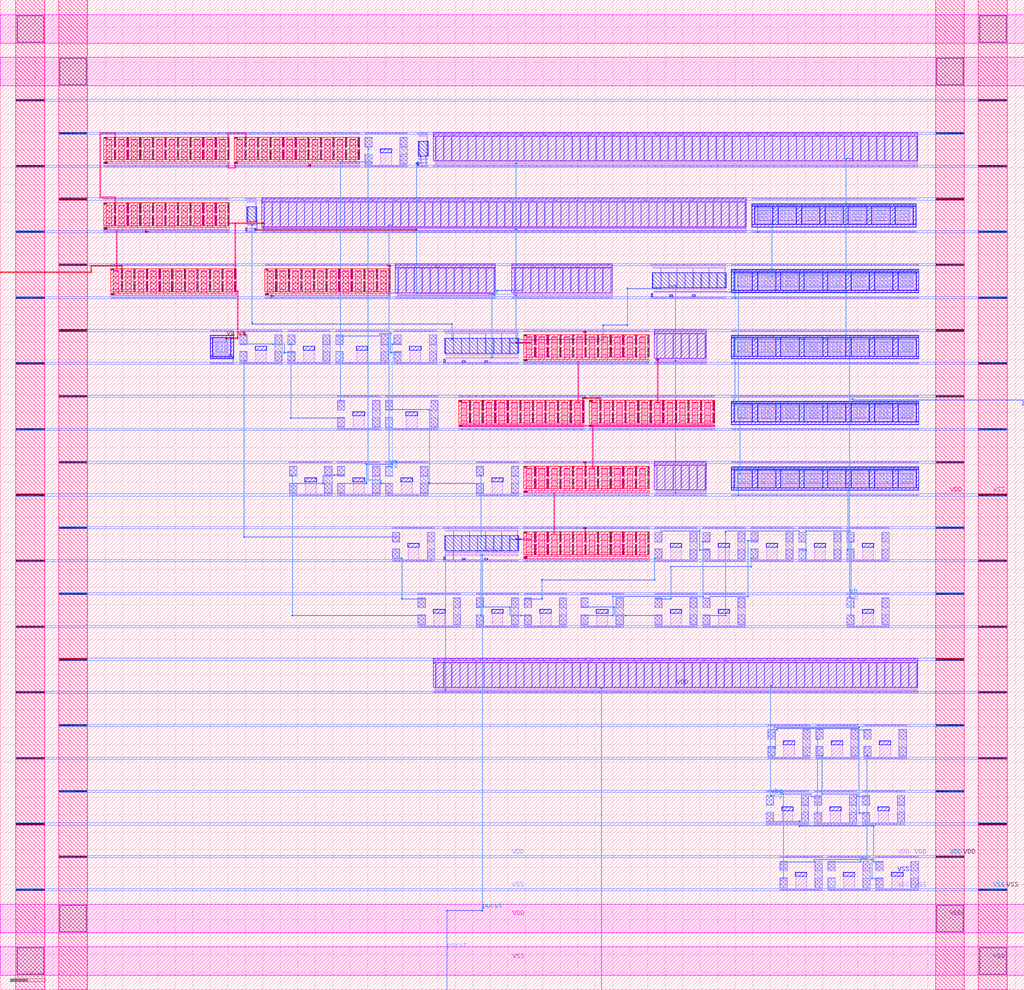
<source format=lef>
VERSION 5.7 ;
  NOWIREEXTENSIONATPIN ON ;
  DIVIDERCHAR "/" ;
  BUSBITCHARS "[]" ;
MACRO bgr_0
  CLASS BLOCK ;
  FOREIGN bgr_0 ;
  ORIGIN 0.000 0.000 ;
  SIZE 292.560 BY 282.880 ;
  PIN porst
    ANTENNAGATEAREA 72.000000 ;
    PORT
      LAYER li1 ;
        RECT 127.490 124.080 147.990 124.380 ;
      LAYER mcon ;
        RECT 137.685 124.185 137.855 124.355 ;
      LAYER met1 ;
        RECT 137.610 124.340 137.930 124.400 ;
        RECT 137.335 124.200 137.930 124.340 ;
        RECT 137.610 124.140 137.930 124.200 ;
        RECT 127.490 22.680 127.810 22.740 ;
        RECT 137.610 22.680 137.930 22.740 ;
        RECT 127.490 22.540 137.930 22.680 ;
        RECT 127.490 22.480 127.810 22.540 ;
        RECT 137.610 22.480 137.930 22.540 ;
      LAYER via ;
        RECT 137.640 124.140 137.900 124.400 ;
        RECT 127.520 22.480 127.780 22.740 ;
        RECT 137.640 22.480 137.900 22.740 ;
      LAYER met2 ;
        RECT 137.640 124.110 137.900 124.430 ;
        RECT 137.700 22.770 137.840 124.110 ;
        RECT 127.520 22.450 127.780 22.770 ;
        RECT 137.640 22.450 137.900 22.770 ;
        RECT 127.580 0.000 127.720 22.450 ;
    END
  END porst
  PIN va
    ANTENNAGATEAREA 72.000000 ;
    ANTENNADIFFAREA 82.639000 ;
    PORT
      LAYER li1 ;
        RECT 75.385 217.910 75.555 224.805 ;
        RECT 79.965 217.910 80.135 224.805 ;
        RECT 84.545 217.910 84.715 224.805 ;
        RECT 89.125 217.910 89.295 224.805 ;
        RECT 93.705 217.910 93.875 224.805 ;
        RECT 98.285 217.910 98.455 224.805 ;
        RECT 102.865 217.910 103.035 224.805 ;
        RECT 107.445 217.910 107.615 224.805 ;
        RECT 112.025 217.910 112.195 224.805 ;
        RECT 116.605 217.910 116.775 224.805 ;
        RECT 121.185 217.910 121.355 224.805 ;
        RECT 125.765 217.910 125.935 224.805 ;
        RECT 130.345 217.910 130.515 224.805 ;
        RECT 134.925 217.910 135.095 224.805 ;
        RECT 139.505 217.910 139.675 224.805 ;
        RECT 144.085 217.910 144.255 224.805 ;
        RECT 148.665 217.910 148.835 224.805 ;
        RECT 153.245 217.910 153.415 224.805 ;
        RECT 157.825 217.910 157.995 224.805 ;
        RECT 162.405 217.910 162.575 224.805 ;
        RECT 166.985 217.910 167.155 224.805 ;
        RECT 171.565 217.910 171.735 224.805 ;
        RECT 176.145 217.910 176.315 224.805 ;
        RECT 180.725 217.910 180.895 224.805 ;
        RECT 185.305 217.910 185.475 224.805 ;
        RECT 189.885 217.910 190.055 224.805 ;
        RECT 194.465 217.910 194.635 224.805 ;
        RECT 199.045 217.910 199.215 224.805 ;
        RECT 203.625 217.910 203.795 224.805 ;
        RECT 208.205 217.910 208.375 224.805 ;
        RECT 212.785 217.910 212.955 224.805 ;
        RECT 75.150 217.855 213.190 217.910 ;
        RECT 75.125 217.685 213.190 217.855 ;
        RECT 75.150 217.610 213.190 217.685 ;
        RECT 113.605 199.155 113.775 206.005 ;
        RECT 113.605 199.110 113.935 199.155 ;
        RECT 118.185 199.110 118.355 206.005 ;
        RECT 122.765 199.110 122.935 206.005 ;
        RECT 127.345 199.110 127.515 206.005 ;
        RECT 131.925 199.110 132.095 206.005 ;
        RECT 136.505 199.110 136.675 206.005 ;
        RECT 140.445 199.110 140.615 199.155 ;
        RECT 141.085 199.110 141.255 206.005 ;
        RECT 113.370 198.810 141.490 199.110 ;
        RECT 61.575 181.925 65.045 185.395 ;
        RECT 140.445 180.780 140.615 180.795 ;
        RECT 127.490 180.480 147.990 180.780 ;
        RECT 110.040 146.735 112.200 149.585 ;
      LAYER mcon ;
        RECT 75.385 224.535 75.555 224.705 ;
        RECT 75.385 224.175 75.555 224.345 ;
        RECT 75.385 223.815 75.555 223.985 ;
        RECT 75.385 223.455 75.555 223.625 ;
        RECT 75.385 223.095 75.555 223.265 ;
        RECT 75.385 222.735 75.555 222.905 ;
        RECT 75.385 222.375 75.555 222.545 ;
        RECT 75.385 222.015 75.555 222.185 ;
        RECT 75.385 221.655 75.555 221.825 ;
        RECT 75.385 221.295 75.555 221.465 ;
        RECT 75.385 220.935 75.555 221.105 ;
        RECT 75.385 220.575 75.555 220.745 ;
        RECT 75.385 220.215 75.555 220.385 ;
        RECT 75.385 219.855 75.555 220.025 ;
        RECT 75.385 219.495 75.555 219.665 ;
        RECT 75.385 219.135 75.555 219.305 ;
        RECT 75.385 218.775 75.555 218.945 ;
        RECT 75.385 218.415 75.555 218.585 ;
        RECT 79.965 224.535 80.135 224.705 ;
        RECT 79.965 224.175 80.135 224.345 ;
        RECT 79.965 223.815 80.135 223.985 ;
        RECT 79.965 223.455 80.135 223.625 ;
        RECT 79.965 223.095 80.135 223.265 ;
        RECT 79.965 222.735 80.135 222.905 ;
        RECT 79.965 222.375 80.135 222.545 ;
        RECT 79.965 222.015 80.135 222.185 ;
        RECT 79.965 221.655 80.135 221.825 ;
        RECT 79.965 221.295 80.135 221.465 ;
        RECT 79.965 220.935 80.135 221.105 ;
        RECT 79.965 220.575 80.135 220.745 ;
        RECT 79.965 220.215 80.135 220.385 ;
        RECT 79.965 219.855 80.135 220.025 ;
        RECT 79.965 219.495 80.135 219.665 ;
        RECT 79.965 219.135 80.135 219.305 ;
        RECT 79.965 218.775 80.135 218.945 ;
        RECT 79.965 218.415 80.135 218.585 ;
        RECT 84.545 224.535 84.715 224.705 ;
        RECT 84.545 224.175 84.715 224.345 ;
        RECT 84.545 223.815 84.715 223.985 ;
        RECT 84.545 223.455 84.715 223.625 ;
        RECT 84.545 223.095 84.715 223.265 ;
        RECT 84.545 222.735 84.715 222.905 ;
        RECT 84.545 222.375 84.715 222.545 ;
        RECT 84.545 222.015 84.715 222.185 ;
        RECT 84.545 221.655 84.715 221.825 ;
        RECT 84.545 221.295 84.715 221.465 ;
        RECT 84.545 220.935 84.715 221.105 ;
        RECT 84.545 220.575 84.715 220.745 ;
        RECT 84.545 220.215 84.715 220.385 ;
        RECT 84.545 219.855 84.715 220.025 ;
        RECT 84.545 219.495 84.715 219.665 ;
        RECT 84.545 219.135 84.715 219.305 ;
        RECT 84.545 218.775 84.715 218.945 ;
        RECT 84.545 218.415 84.715 218.585 ;
        RECT 89.125 224.535 89.295 224.705 ;
        RECT 89.125 224.175 89.295 224.345 ;
        RECT 89.125 223.815 89.295 223.985 ;
        RECT 89.125 223.455 89.295 223.625 ;
        RECT 89.125 223.095 89.295 223.265 ;
        RECT 89.125 222.735 89.295 222.905 ;
        RECT 89.125 222.375 89.295 222.545 ;
        RECT 89.125 222.015 89.295 222.185 ;
        RECT 89.125 221.655 89.295 221.825 ;
        RECT 89.125 221.295 89.295 221.465 ;
        RECT 89.125 220.935 89.295 221.105 ;
        RECT 89.125 220.575 89.295 220.745 ;
        RECT 89.125 220.215 89.295 220.385 ;
        RECT 89.125 219.855 89.295 220.025 ;
        RECT 89.125 219.495 89.295 219.665 ;
        RECT 89.125 219.135 89.295 219.305 ;
        RECT 89.125 218.775 89.295 218.945 ;
        RECT 89.125 218.415 89.295 218.585 ;
        RECT 93.705 224.535 93.875 224.705 ;
        RECT 93.705 224.175 93.875 224.345 ;
        RECT 93.705 223.815 93.875 223.985 ;
        RECT 93.705 223.455 93.875 223.625 ;
        RECT 93.705 223.095 93.875 223.265 ;
        RECT 93.705 222.735 93.875 222.905 ;
        RECT 93.705 222.375 93.875 222.545 ;
        RECT 93.705 222.015 93.875 222.185 ;
        RECT 93.705 221.655 93.875 221.825 ;
        RECT 93.705 221.295 93.875 221.465 ;
        RECT 93.705 220.935 93.875 221.105 ;
        RECT 93.705 220.575 93.875 220.745 ;
        RECT 93.705 220.215 93.875 220.385 ;
        RECT 93.705 219.855 93.875 220.025 ;
        RECT 93.705 219.495 93.875 219.665 ;
        RECT 93.705 219.135 93.875 219.305 ;
        RECT 93.705 218.775 93.875 218.945 ;
        RECT 93.705 218.415 93.875 218.585 ;
        RECT 98.285 224.535 98.455 224.705 ;
        RECT 98.285 224.175 98.455 224.345 ;
        RECT 98.285 223.815 98.455 223.985 ;
        RECT 98.285 223.455 98.455 223.625 ;
        RECT 98.285 223.095 98.455 223.265 ;
        RECT 98.285 222.735 98.455 222.905 ;
        RECT 98.285 222.375 98.455 222.545 ;
        RECT 98.285 222.015 98.455 222.185 ;
        RECT 98.285 221.655 98.455 221.825 ;
        RECT 98.285 221.295 98.455 221.465 ;
        RECT 98.285 220.935 98.455 221.105 ;
        RECT 98.285 220.575 98.455 220.745 ;
        RECT 98.285 220.215 98.455 220.385 ;
        RECT 98.285 219.855 98.455 220.025 ;
        RECT 98.285 219.495 98.455 219.665 ;
        RECT 98.285 219.135 98.455 219.305 ;
        RECT 98.285 218.775 98.455 218.945 ;
        RECT 98.285 218.415 98.455 218.585 ;
        RECT 102.865 224.535 103.035 224.705 ;
        RECT 102.865 224.175 103.035 224.345 ;
        RECT 102.865 223.815 103.035 223.985 ;
        RECT 102.865 223.455 103.035 223.625 ;
        RECT 102.865 223.095 103.035 223.265 ;
        RECT 102.865 222.735 103.035 222.905 ;
        RECT 102.865 222.375 103.035 222.545 ;
        RECT 102.865 222.015 103.035 222.185 ;
        RECT 102.865 221.655 103.035 221.825 ;
        RECT 102.865 221.295 103.035 221.465 ;
        RECT 102.865 220.935 103.035 221.105 ;
        RECT 102.865 220.575 103.035 220.745 ;
        RECT 102.865 220.215 103.035 220.385 ;
        RECT 102.865 219.855 103.035 220.025 ;
        RECT 102.865 219.495 103.035 219.665 ;
        RECT 102.865 219.135 103.035 219.305 ;
        RECT 102.865 218.775 103.035 218.945 ;
        RECT 102.865 218.415 103.035 218.585 ;
        RECT 107.445 224.535 107.615 224.705 ;
        RECT 107.445 224.175 107.615 224.345 ;
        RECT 107.445 223.815 107.615 223.985 ;
        RECT 107.445 223.455 107.615 223.625 ;
        RECT 107.445 223.095 107.615 223.265 ;
        RECT 107.445 222.735 107.615 222.905 ;
        RECT 107.445 222.375 107.615 222.545 ;
        RECT 107.445 222.015 107.615 222.185 ;
        RECT 107.445 221.655 107.615 221.825 ;
        RECT 107.445 221.295 107.615 221.465 ;
        RECT 107.445 220.935 107.615 221.105 ;
        RECT 107.445 220.575 107.615 220.745 ;
        RECT 107.445 220.215 107.615 220.385 ;
        RECT 107.445 219.855 107.615 220.025 ;
        RECT 107.445 219.495 107.615 219.665 ;
        RECT 107.445 219.135 107.615 219.305 ;
        RECT 107.445 218.775 107.615 218.945 ;
        RECT 107.445 218.415 107.615 218.585 ;
        RECT 112.025 224.535 112.195 224.705 ;
        RECT 112.025 224.175 112.195 224.345 ;
        RECT 112.025 223.815 112.195 223.985 ;
        RECT 112.025 223.455 112.195 223.625 ;
        RECT 112.025 223.095 112.195 223.265 ;
        RECT 112.025 222.735 112.195 222.905 ;
        RECT 112.025 222.375 112.195 222.545 ;
        RECT 112.025 222.015 112.195 222.185 ;
        RECT 112.025 221.655 112.195 221.825 ;
        RECT 112.025 221.295 112.195 221.465 ;
        RECT 112.025 220.935 112.195 221.105 ;
        RECT 112.025 220.575 112.195 220.745 ;
        RECT 112.025 220.215 112.195 220.385 ;
        RECT 112.025 219.855 112.195 220.025 ;
        RECT 112.025 219.495 112.195 219.665 ;
        RECT 112.025 219.135 112.195 219.305 ;
        RECT 112.025 218.775 112.195 218.945 ;
        RECT 112.025 218.415 112.195 218.585 ;
        RECT 116.605 224.535 116.775 224.705 ;
        RECT 116.605 224.175 116.775 224.345 ;
        RECT 116.605 223.815 116.775 223.985 ;
        RECT 116.605 223.455 116.775 223.625 ;
        RECT 116.605 223.095 116.775 223.265 ;
        RECT 116.605 222.735 116.775 222.905 ;
        RECT 116.605 222.375 116.775 222.545 ;
        RECT 116.605 222.015 116.775 222.185 ;
        RECT 116.605 221.655 116.775 221.825 ;
        RECT 116.605 221.295 116.775 221.465 ;
        RECT 116.605 220.935 116.775 221.105 ;
        RECT 116.605 220.575 116.775 220.745 ;
        RECT 116.605 220.215 116.775 220.385 ;
        RECT 116.605 219.855 116.775 220.025 ;
        RECT 116.605 219.495 116.775 219.665 ;
        RECT 116.605 219.135 116.775 219.305 ;
        RECT 116.605 218.775 116.775 218.945 ;
        RECT 116.605 218.415 116.775 218.585 ;
        RECT 121.185 224.535 121.355 224.705 ;
        RECT 121.185 224.175 121.355 224.345 ;
        RECT 121.185 223.815 121.355 223.985 ;
        RECT 121.185 223.455 121.355 223.625 ;
        RECT 121.185 223.095 121.355 223.265 ;
        RECT 121.185 222.735 121.355 222.905 ;
        RECT 121.185 222.375 121.355 222.545 ;
        RECT 121.185 222.015 121.355 222.185 ;
        RECT 121.185 221.655 121.355 221.825 ;
        RECT 121.185 221.295 121.355 221.465 ;
        RECT 121.185 220.935 121.355 221.105 ;
        RECT 121.185 220.575 121.355 220.745 ;
        RECT 121.185 220.215 121.355 220.385 ;
        RECT 121.185 219.855 121.355 220.025 ;
        RECT 121.185 219.495 121.355 219.665 ;
        RECT 121.185 219.135 121.355 219.305 ;
        RECT 121.185 218.775 121.355 218.945 ;
        RECT 121.185 218.415 121.355 218.585 ;
        RECT 125.765 224.535 125.935 224.705 ;
        RECT 125.765 224.175 125.935 224.345 ;
        RECT 125.765 223.815 125.935 223.985 ;
        RECT 125.765 223.455 125.935 223.625 ;
        RECT 125.765 223.095 125.935 223.265 ;
        RECT 125.765 222.735 125.935 222.905 ;
        RECT 125.765 222.375 125.935 222.545 ;
        RECT 125.765 222.015 125.935 222.185 ;
        RECT 125.765 221.655 125.935 221.825 ;
        RECT 125.765 221.295 125.935 221.465 ;
        RECT 125.765 220.935 125.935 221.105 ;
        RECT 125.765 220.575 125.935 220.745 ;
        RECT 125.765 220.215 125.935 220.385 ;
        RECT 125.765 219.855 125.935 220.025 ;
        RECT 125.765 219.495 125.935 219.665 ;
        RECT 125.765 219.135 125.935 219.305 ;
        RECT 125.765 218.775 125.935 218.945 ;
        RECT 125.765 218.415 125.935 218.585 ;
        RECT 130.345 224.535 130.515 224.705 ;
        RECT 130.345 224.175 130.515 224.345 ;
        RECT 130.345 223.815 130.515 223.985 ;
        RECT 130.345 223.455 130.515 223.625 ;
        RECT 130.345 223.095 130.515 223.265 ;
        RECT 130.345 222.735 130.515 222.905 ;
        RECT 130.345 222.375 130.515 222.545 ;
        RECT 130.345 222.015 130.515 222.185 ;
        RECT 130.345 221.655 130.515 221.825 ;
        RECT 130.345 221.295 130.515 221.465 ;
        RECT 130.345 220.935 130.515 221.105 ;
        RECT 130.345 220.575 130.515 220.745 ;
        RECT 130.345 220.215 130.515 220.385 ;
        RECT 130.345 219.855 130.515 220.025 ;
        RECT 130.345 219.495 130.515 219.665 ;
        RECT 130.345 219.135 130.515 219.305 ;
        RECT 130.345 218.775 130.515 218.945 ;
        RECT 130.345 218.415 130.515 218.585 ;
        RECT 134.925 224.535 135.095 224.705 ;
        RECT 134.925 224.175 135.095 224.345 ;
        RECT 134.925 223.815 135.095 223.985 ;
        RECT 134.925 223.455 135.095 223.625 ;
        RECT 134.925 223.095 135.095 223.265 ;
        RECT 134.925 222.735 135.095 222.905 ;
        RECT 134.925 222.375 135.095 222.545 ;
        RECT 134.925 222.015 135.095 222.185 ;
        RECT 134.925 221.655 135.095 221.825 ;
        RECT 134.925 221.295 135.095 221.465 ;
        RECT 134.925 220.935 135.095 221.105 ;
        RECT 134.925 220.575 135.095 220.745 ;
        RECT 134.925 220.215 135.095 220.385 ;
        RECT 134.925 219.855 135.095 220.025 ;
        RECT 134.925 219.495 135.095 219.665 ;
        RECT 134.925 219.135 135.095 219.305 ;
        RECT 134.925 218.775 135.095 218.945 ;
        RECT 134.925 218.415 135.095 218.585 ;
        RECT 139.505 224.535 139.675 224.705 ;
        RECT 139.505 224.175 139.675 224.345 ;
        RECT 139.505 223.815 139.675 223.985 ;
        RECT 139.505 223.455 139.675 223.625 ;
        RECT 139.505 223.095 139.675 223.265 ;
        RECT 139.505 222.735 139.675 222.905 ;
        RECT 139.505 222.375 139.675 222.545 ;
        RECT 139.505 222.015 139.675 222.185 ;
        RECT 139.505 221.655 139.675 221.825 ;
        RECT 139.505 221.295 139.675 221.465 ;
        RECT 139.505 220.935 139.675 221.105 ;
        RECT 139.505 220.575 139.675 220.745 ;
        RECT 139.505 220.215 139.675 220.385 ;
        RECT 139.505 219.855 139.675 220.025 ;
        RECT 139.505 219.495 139.675 219.665 ;
        RECT 139.505 219.135 139.675 219.305 ;
        RECT 139.505 218.775 139.675 218.945 ;
        RECT 139.505 218.415 139.675 218.585 ;
        RECT 144.085 224.535 144.255 224.705 ;
        RECT 144.085 224.175 144.255 224.345 ;
        RECT 144.085 223.815 144.255 223.985 ;
        RECT 144.085 223.455 144.255 223.625 ;
        RECT 144.085 223.095 144.255 223.265 ;
        RECT 144.085 222.735 144.255 222.905 ;
        RECT 144.085 222.375 144.255 222.545 ;
        RECT 144.085 222.015 144.255 222.185 ;
        RECT 144.085 221.655 144.255 221.825 ;
        RECT 144.085 221.295 144.255 221.465 ;
        RECT 144.085 220.935 144.255 221.105 ;
        RECT 144.085 220.575 144.255 220.745 ;
        RECT 144.085 220.215 144.255 220.385 ;
        RECT 144.085 219.855 144.255 220.025 ;
        RECT 144.085 219.495 144.255 219.665 ;
        RECT 144.085 219.135 144.255 219.305 ;
        RECT 144.085 218.775 144.255 218.945 ;
        RECT 144.085 218.415 144.255 218.585 ;
        RECT 148.665 224.535 148.835 224.705 ;
        RECT 148.665 224.175 148.835 224.345 ;
        RECT 148.665 223.815 148.835 223.985 ;
        RECT 148.665 223.455 148.835 223.625 ;
        RECT 148.665 223.095 148.835 223.265 ;
        RECT 148.665 222.735 148.835 222.905 ;
        RECT 148.665 222.375 148.835 222.545 ;
        RECT 148.665 222.015 148.835 222.185 ;
        RECT 148.665 221.655 148.835 221.825 ;
        RECT 148.665 221.295 148.835 221.465 ;
        RECT 148.665 220.935 148.835 221.105 ;
        RECT 148.665 220.575 148.835 220.745 ;
        RECT 148.665 220.215 148.835 220.385 ;
        RECT 148.665 219.855 148.835 220.025 ;
        RECT 148.665 219.495 148.835 219.665 ;
        RECT 148.665 219.135 148.835 219.305 ;
        RECT 148.665 218.775 148.835 218.945 ;
        RECT 148.665 218.415 148.835 218.585 ;
        RECT 153.245 224.535 153.415 224.705 ;
        RECT 153.245 224.175 153.415 224.345 ;
        RECT 153.245 223.815 153.415 223.985 ;
        RECT 153.245 223.455 153.415 223.625 ;
        RECT 153.245 223.095 153.415 223.265 ;
        RECT 153.245 222.735 153.415 222.905 ;
        RECT 153.245 222.375 153.415 222.545 ;
        RECT 153.245 222.015 153.415 222.185 ;
        RECT 153.245 221.655 153.415 221.825 ;
        RECT 153.245 221.295 153.415 221.465 ;
        RECT 153.245 220.935 153.415 221.105 ;
        RECT 153.245 220.575 153.415 220.745 ;
        RECT 153.245 220.215 153.415 220.385 ;
        RECT 153.245 219.855 153.415 220.025 ;
        RECT 153.245 219.495 153.415 219.665 ;
        RECT 153.245 219.135 153.415 219.305 ;
        RECT 153.245 218.775 153.415 218.945 ;
        RECT 153.245 218.415 153.415 218.585 ;
        RECT 157.825 224.535 157.995 224.705 ;
        RECT 157.825 224.175 157.995 224.345 ;
        RECT 157.825 223.815 157.995 223.985 ;
        RECT 157.825 223.455 157.995 223.625 ;
        RECT 157.825 223.095 157.995 223.265 ;
        RECT 157.825 222.735 157.995 222.905 ;
        RECT 157.825 222.375 157.995 222.545 ;
        RECT 157.825 222.015 157.995 222.185 ;
        RECT 157.825 221.655 157.995 221.825 ;
        RECT 157.825 221.295 157.995 221.465 ;
        RECT 157.825 220.935 157.995 221.105 ;
        RECT 157.825 220.575 157.995 220.745 ;
        RECT 157.825 220.215 157.995 220.385 ;
        RECT 157.825 219.855 157.995 220.025 ;
        RECT 157.825 219.495 157.995 219.665 ;
        RECT 157.825 219.135 157.995 219.305 ;
        RECT 157.825 218.775 157.995 218.945 ;
        RECT 157.825 218.415 157.995 218.585 ;
        RECT 162.405 224.535 162.575 224.705 ;
        RECT 162.405 224.175 162.575 224.345 ;
        RECT 162.405 223.815 162.575 223.985 ;
        RECT 162.405 223.455 162.575 223.625 ;
        RECT 162.405 223.095 162.575 223.265 ;
        RECT 162.405 222.735 162.575 222.905 ;
        RECT 162.405 222.375 162.575 222.545 ;
        RECT 162.405 222.015 162.575 222.185 ;
        RECT 162.405 221.655 162.575 221.825 ;
        RECT 162.405 221.295 162.575 221.465 ;
        RECT 162.405 220.935 162.575 221.105 ;
        RECT 162.405 220.575 162.575 220.745 ;
        RECT 162.405 220.215 162.575 220.385 ;
        RECT 162.405 219.855 162.575 220.025 ;
        RECT 162.405 219.495 162.575 219.665 ;
        RECT 162.405 219.135 162.575 219.305 ;
        RECT 162.405 218.775 162.575 218.945 ;
        RECT 162.405 218.415 162.575 218.585 ;
        RECT 166.985 224.535 167.155 224.705 ;
        RECT 166.985 224.175 167.155 224.345 ;
        RECT 166.985 223.815 167.155 223.985 ;
        RECT 166.985 223.455 167.155 223.625 ;
        RECT 166.985 223.095 167.155 223.265 ;
        RECT 166.985 222.735 167.155 222.905 ;
        RECT 166.985 222.375 167.155 222.545 ;
        RECT 166.985 222.015 167.155 222.185 ;
        RECT 166.985 221.655 167.155 221.825 ;
        RECT 166.985 221.295 167.155 221.465 ;
        RECT 166.985 220.935 167.155 221.105 ;
        RECT 166.985 220.575 167.155 220.745 ;
        RECT 166.985 220.215 167.155 220.385 ;
        RECT 166.985 219.855 167.155 220.025 ;
        RECT 166.985 219.495 167.155 219.665 ;
        RECT 166.985 219.135 167.155 219.305 ;
        RECT 166.985 218.775 167.155 218.945 ;
        RECT 166.985 218.415 167.155 218.585 ;
        RECT 171.565 224.535 171.735 224.705 ;
        RECT 171.565 224.175 171.735 224.345 ;
        RECT 171.565 223.815 171.735 223.985 ;
        RECT 171.565 223.455 171.735 223.625 ;
        RECT 171.565 223.095 171.735 223.265 ;
        RECT 171.565 222.735 171.735 222.905 ;
        RECT 171.565 222.375 171.735 222.545 ;
        RECT 171.565 222.015 171.735 222.185 ;
        RECT 171.565 221.655 171.735 221.825 ;
        RECT 171.565 221.295 171.735 221.465 ;
        RECT 171.565 220.935 171.735 221.105 ;
        RECT 171.565 220.575 171.735 220.745 ;
        RECT 171.565 220.215 171.735 220.385 ;
        RECT 171.565 219.855 171.735 220.025 ;
        RECT 171.565 219.495 171.735 219.665 ;
        RECT 171.565 219.135 171.735 219.305 ;
        RECT 171.565 218.775 171.735 218.945 ;
        RECT 171.565 218.415 171.735 218.585 ;
        RECT 176.145 224.535 176.315 224.705 ;
        RECT 176.145 224.175 176.315 224.345 ;
        RECT 176.145 223.815 176.315 223.985 ;
        RECT 176.145 223.455 176.315 223.625 ;
        RECT 176.145 223.095 176.315 223.265 ;
        RECT 176.145 222.735 176.315 222.905 ;
        RECT 176.145 222.375 176.315 222.545 ;
        RECT 176.145 222.015 176.315 222.185 ;
        RECT 176.145 221.655 176.315 221.825 ;
        RECT 176.145 221.295 176.315 221.465 ;
        RECT 176.145 220.935 176.315 221.105 ;
        RECT 176.145 220.575 176.315 220.745 ;
        RECT 176.145 220.215 176.315 220.385 ;
        RECT 176.145 219.855 176.315 220.025 ;
        RECT 176.145 219.495 176.315 219.665 ;
        RECT 176.145 219.135 176.315 219.305 ;
        RECT 176.145 218.775 176.315 218.945 ;
        RECT 176.145 218.415 176.315 218.585 ;
        RECT 180.725 224.535 180.895 224.705 ;
        RECT 180.725 224.175 180.895 224.345 ;
        RECT 180.725 223.815 180.895 223.985 ;
        RECT 180.725 223.455 180.895 223.625 ;
        RECT 180.725 223.095 180.895 223.265 ;
        RECT 180.725 222.735 180.895 222.905 ;
        RECT 180.725 222.375 180.895 222.545 ;
        RECT 180.725 222.015 180.895 222.185 ;
        RECT 180.725 221.655 180.895 221.825 ;
        RECT 180.725 221.295 180.895 221.465 ;
        RECT 180.725 220.935 180.895 221.105 ;
        RECT 180.725 220.575 180.895 220.745 ;
        RECT 180.725 220.215 180.895 220.385 ;
        RECT 180.725 219.855 180.895 220.025 ;
        RECT 180.725 219.495 180.895 219.665 ;
        RECT 180.725 219.135 180.895 219.305 ;
        RECT 180.725 218.775 180.895 218.945 ;
        RECT 180.725 218.415 180.895 218.585 ;
        RECT 185.305 224.535 185.475 224.705 ;
        RECT 185.305 224.175 185.475 224.345 ;
        RECT 185.305 223.815 185.475 223.985 ;
        RECT 185.305 223.455 185.475 223.625 ;
        RECT 185.305 223.095 185.475 223.265 ;
        RECT 185.305 222.735 185.475 222.905 ;
        RECT 185.305 222.375 185.475 222.545 ;
        RECT 185.305 222.015 185.475 222.185 ;
        RECT 185.305 221.655 185.475 221.825 ;
        RECT 185.305 221.295 185.475 221.465 ;
        RECT 185.305 220.935 185.475 221.105 ;
        RECT 185.305 220.575 185.475 220.745 ;
        RECT 185.305 220.215 185.475 220.385 ;
        RECT 185.305 219.855 185.475 220.025 ;
        RECT 185.305 219.495 185.475 219.665 ;
        RECT 185.305 219.135 185.475 219.305 ;
        RECT 185.305 218.775 185.475 218.945 ;
        RECT 185.305 218.415 185.475 218.585 ;
        RECT 189.885 224.535 190.055 224.705 ;
        RECT 189.885 224.175 190.055 224.345 ;
        RECT 189.885 223.815 190.055 223.985 ;
        RECT 189.885 223.455 190.055 223.625 ;
        RECT 189.885 223.095 190.055 223.265 ;
        RECT 189.885 222.735 190.055 222.905 ;
        RECT 189.885 222.375 190.055 222.545 ;
        RECT 189.885 222.015 190.055 222.185 ;
        RECT 189.885 221.655 190.055 221.825 ;
        RECT 189.885 221.295 190.055 221.465 ;
        RECT 189.885 220.935 190.055 221.105 ;
        RECT 189.885 220.575 190.055 220.745 ;
        RECT 189.885 220.215 190.055 220.385 ;
        RECT 189.885 219.855 190.055 220.025 ;
        RECT 189.885 219.495 190.055 219.665 ;
        RECT 189.885 219.135 190.055 219.305 ;
        RECT 189.885 218.775 190.055 218.945 ;
        RECT 189.885 218.415 190.055 218.585 ;
        RECT 194.465 224.535 194.635 224.705 ;
        RECT 194.465 224.175 194.635 224.345 ;
        RECT 194.465 223.815 194.635 223.985 ;
        RECT 194.465 223.455 194.635 223.625 ;
        RECT 194.465 223.095 194.635 223.265 ;
        RECT 194.465 222.735 194.635 222.905 ;
        RECT 194.465 222.375 194.635 222.545 ;
        RECT 194.465 222.015 194.635 222.185 ;
        RECT 194.465 221.655 194.635 221.825 ;
        RECT 194.465 221.295 194.635 221.465 ;
        RECT 194.465 220.935 194.635 221.105 ;
        RECT 194.465 220.575 194.635 220.745 ;
        RECT 194.465 220.215 194.635 220.385 ;
        RECT 194.465 219.855 194.635 220.025 ;
        RECT 194.465 219.495 194.635 219.665 ;
        RECT 194.465 219.135 194.635 219.305 ;
        RECT 194.465 218.775 194.635 218.945 ;
        RECT 194.465 218.415 194.635 218.585 ;
        RECT 199.045 224.535 199.215 224.705 ;
        RECT 199.045 224.175 199.215 224.345 ;
        RECT 199.045 223.815 199.215 223.985 ;
        RECT 199.045 223.455 199.215 223.625 ;
        RECT 199.045 223.095 199.215 223.265 ;
        RECT 199.045 222.735 199.215 222.905 ;
        RECT 199.045 222.375 199.215 222.545 ;
        RECT 199.045 222.015 199.215 222.185 ;
        RECT 199.045 221.655 199.215 221.825 ;
        RECT 199.045 221.295 199.215 221.465 ;
        RECT 199.045 220.935 199.215 221.105 ;
        RECT 199.045 220.575 199.215 220.745 ;
        RECT 199.045 220.215 199.215 220.385 ;
        RECT 199.045 219.855 199.215 220.025 ;
        RECT 199.045 219.495 199.215 219.665 ;
        RECT 199.045 219.135 199.215 219.305 ;
        RECT 199.045 218.775 199.215 218.945 ;
        RECT 199.045 218.415 199.215 218.585 ;
        RECT 203.625 224.535 203.795 224.705 ;
        RECT 203.625 224.175 203.795 224.345 ;
        RECT 203.625 223.815 203.795 223.985 ;
        RECT 203.625 223.455 203.795 223.625 ;
        RECT 203.625 223.095 203.795 223.265 ;
        RECT 203.625 222.735 203.795 222.905 ;
        RECT 203.625 222.375 203.795 222.545 ;
        RECT 203.625 222.015 203.795 222.185 ;
        RECT 203.625 221.655 203.795 221.825 ;
        RECT 203.625 221.295 203.795 221.465 ;
        RECT 203.625 220.935 203.795 221.105 ;
        RECT 203.625 220.575 203.795 220.745 ;
        RECT 203.625 220.215 203.795 220.385 ;
        RECT 203.625 219.855 203.795 220.025 ;
        RECT 203.625 219.495 203.795 219.665 ;
        RECT 203.625 219.135 203.795 219.305 ;
        RECT 203.625 218.775 203.795 218.945 ;
        RECT 203.625 218.415 203.795 218.585 ;
        RECT 208.205 224.535 208.375 224.705 ;
        RECT 208.205 224.175 208.375 224.345 ;
        RECT 208.205 223.815 208.375 223.985 ;
        RECT 208.205 223.455 208.375 223.625 ;
        RECT 208.205 223.095 208.375 223.265 ;
        RECT 208.205 222.735 208.375 222.905 ;
        RECT 208.205 222.375 208.375 222.545 ;
        RECT 208.205 222.015 208.375 222.185 ;
        RECT 208.205 221.655 208.375 221.825 ;
        RECT 208.205 221.295 208.375 221.465 ;
        RECT 208.205 220.935 208.375 221.105 ;
        RECT 208.205 220.575 208.375 220.745 ;
        RECT 208.205 220.215 208.375 220.385 ;
        RECT 208.205 219.855 208.375 220.025 ;
        RECT 208.205 219.495 208.375 219.665 ;
        RECT 208.205 219.135 208.375 219.305 ;
        RECT 208.205 218.775 208.375 218.945 ;
        RECT 208.205 218.415 208.375 218.585 ;
        RECT 212.785 224.535 212.955 224.705 ;
        RECT 212.785 224.175 212.955 224.345 ;
        RECT 212.785 223.815 212.955 223.985 ;
        RECT 212.785 223.455 212.955 223.625 ;
        RECT 212.785 223.095 212.955 223.265 ;
        RECT 212.785 222.735 212.955 222.905 ;
        RECT 212.785 222.375 212.955 222.545 ;
        RECT 212.785 222.015 212.955 222.185 ;
        RECT 212.785 221.655 212.955 221.825 ;
        RECT 212.785 221.295 212.955 221.465 ;
        RECT 212.785 220.935 212.955 221.105 ;
        RECT 212.785 220.575 212.955 220.745 ;
        RECT 212.785 220.215 212.955 220.385 ;
        RECT 212.785 219.855 212.955 220.025 ;
        RECT 212.785 219.495 212.955 219.665 ;
        RECT 212.785 219.135 212.955 219.305 ;
        RECT 212.785 218.775 212.955 218.945 ;
        RECT 212.785 218.415 212.955 218.585 ;
        RECT 113.605 205.735 113.775 205.905 ;
        RECT 113.605 205.375 113.775 205.545 ;
        RECT 113.605 205.015 113.775 205.185 ;
        RECT 113.605 204.655 113.775 204.825 ;
        RECT 113.605 204.295 113.775 204.465 ;
        RECT 113.605 203.935 113.775 204.105 ;
        RECT 113.605 203.575 113.775 203.745 ;
        RECT 113.605 203.215 113.775 203.385 ;
        RECT 113.605 202.855 113.775 203.025 ;
        RECT 113.605 202.495 113.775 202.665 ;
        RECT 113.605 202.135 113.775 202.305 ;
        RECT 113.605 201.775 113.775 201.945 ;
        RECT 113.605 201.415 113.775 201.585 ;
        RECT 113.605 201.055 113.775 201.225 ;
        RECT 113.605 200.695 113.775 200.865 ;
        RECT 113.605 200.335 113.775 200.505 ;
        RECT 113.605 199.975 113.775 200.145 ;
        RECT 113.605 199.615 113.775 199.785 ;
        RECT 118.185 205.735 118.355 205.905 ;
        RECT 118.185 205.375 118.355 205.545 ;
        RECT 118.185 205.015 118.355 205.185 ;
        RECT 118.185 204.655 118.355 204.825 ;
        RECT 118.185 204.295 118.355 204.465 ;
        RECT 118.185 203.935 118.355 204.105 ;
        RECT 118.185 203.575 118.355 203.745 ;
        RECT 118.185 203.215 118.355 203.385 ;
        RECT 118.185 202.855 118.355 203.025 ;
        RECT 118.185 202.495 118.355 202.665 ;
        RECT 118.185 202.135 118.355 202.305 ;
        RECT 118.185 201.775 118.355 201.945 ;
        RECT 118.185 201.415 118.355 201.585 ;
        RECT 118.185 201.055 118.355 201.225 ;
        RECT 118.185 200.695 118.355 200.865 ;
        RECT 118.185 200.335 118.355 200.505 ;
        RECT 118.185 199.975 118.355 200.145 ;
        RECT 118.185 199.615 118.355 199.785 ;
        RECT 113.765 198.985 113.935 199.155 ;
        RECT 122.765 205.735 122.935 205.905 ;
        RECT 122.765 205.375 122.935 205.545 ;
        RECT 122.765 205.015 122.935 205.185 ;
        RECT 122.765 204.655 122.935 204.825 ;
        RECT 122.765 204.295 122.935 204.465 ;
        RECT 122.765 203.935 122.935 204.105 ;
        RECT 122.765 203.575 122.935 203.745 ;
        RECT 122.765 203.215 122.935 203.385 ;
        RECT 122.765 202.855 122.935 203.025 ;
        RECT 122.765 202.495 122.935 202.665 ;
        RECT 122.765 202.135 122.935 202.305 ;
        RECT 122.765 201.775 122.935 201.945 ;
        RECT 122.765 201.415 122.935 201.585 ;
        RECT 122.765 201.055 122.935 201.225 ;
        RECT 122.765 200.695 122.935 200.865 ;
        RECT 122.765 200.335 122.935 200.505 ;
        RECT 122.765 199.975 122.935 200.145 ;
        RECT 122.765 199.615 122.935 199.785 ;
        RECT 127.345 205.735 127.515 205.905 ;
        RECT 127.345 205.375 127.515 205.545 ;
        RECT 127.345 205.015 127.515 205.185 ;
        RECT 127.345 204.655 127.515 204.825 ;
        RECT 127.345 204.295 127.515 204.465 ;
        RECT 127.345 203.935 127.515 204.105 ;
        RECT 127.345 203.575 127.515 203.745 ;
        RECT 127.345 203.215 127.515 203.385 ;
        RECT 127.345 202.855 127.515 203.025 ;
        RECT 127.345 202.495 127.515 202.665 ;
        RECT 127.345 202.135 127.515 202.305 ;
        RECT 127.345 201.775 127.515 201.945 ;
        RECT 127.345 201.415 127.515 201.585 ;
        RECT 127.345 201.055 127.515 201.225 ;
        RECT 127.345 200.695 127.515 200.865 ;
        RECT 127.345 200.335 127.515 200.505 ;
        RECT 127.345 199.975 127.515 200.145 ;
        RECT 127.345 199.615 127.515 199.785 ;
        RECT 131.925 205.735 132.095 205.905 ;
        RECT 131.925 205.375 132.095 205.545 ;
        RECT 131.925 205.015 132.095 205.185 ;
        RECT 131.925 204.655 132.095 204.825 ;
        RECT 131.925 204.295 132.095 204.465 ;
        RECT 131.925 203.935 132.095 204.105 ;
        RECT 131.925 203.575 132.095 203.745 ;
        RECT 131.925 203.215 132.095 203.385 ;
        RECT 131.925 202.855 132.095 203.025 ;
        RECT 131.925 202.495 132.095 202.665 ;
        RECT 131.925 202.135 132.095 202.305 ;
        RECT 131.925 201.775 132.095 201.945 ;
        RECT 131.925 201.415 132.095 201.585 ;
        RECT 131.925 201.055 132.095 201.225 ;
        RECT 131.925 200.695 132.095 200.865 ;
        RECT 131.925 200.335 132.095 200.505 ;
        RECT 131.925 199.975 132.095 200.145 ;
        RECT 131.925 199.615 132.095 199.785 ;
        RECT 136.505 205.735 136.675 205.905 ;
        RECT 136.505 205.375 136.675 205.545 ;
        RECT 136.505 205.015 136.675 205.185 ;
        RECT 136.505 204.655 136.675 204.825 ;
        RECT 136.505 204.295 136.675 204.465 ;
        RECT 136.505 203.935 136.675 204.105 ;
        RECT 136.505 203.575 136.675 203.745 ;
        RECT 136.505 203.215 136.675 203.385 ;
        RECT 136.505 202.855 136.675 203.025 ;
        RECT 136.505 202.495 136.675 202.665 ;
        RECT 136.505 202.135 136.675 202.305 ;
        RECT 136.505 201.775 136.675 201.945 ;
        RECT 136.505 201.415 136.675 201.585 ;
        RECT 136.505 201.055 136.675 201.225 ;
        RECT 136.505 200.695 136.675 200.865 ;
        RECT 136.505 200.335 136.675 200.505 ;
        RECT 136.505 199.975 136.675 200.145 ;
        RECT 136.505 199.615 136.675 199.785 ;
        RECT 141.085 205.735 141.255 205.905 ;
        RECT 141.085 205.375 141.255 205.545 ;
        RECT 141.085 205.015 141.255 205.185 ;
        RECT 141.085 204.655 141.255 204.825 ;
        RECT 141.085 204.295 141.255 204.465 ;
        RECT 141.085 203.935 141.255 204.105 ;
        RECT 141.085 203.575 141.255 203.745 ;
        RECT 141.085 203.215 141.255 203.385 ;
        RECT 141.085 202.855 141.255 203.025 ;
        RECT 141.085 202.495 141.255 202.665 ;
        RECT 141.085 202.135 141.255 202.305 ;
        RECT 141.085 201.775 141.255 201.945 ;
        RECT 141.085 201.415 141.255 201.585 ;
        RECT 141.085 201.055 141.255 201.225 ;
        RECT 141.085 200.695 141.255 200.865 ;
        RECT 141.085 200.335 141.255 200.505 ;
        RECT 141.085 199.975 141.255 200.145 ;
        RECT 141.085 199.615 141.255 199.785 ;
        RECT 140.445 198.985 140.615 199.155 ;
        RECT 61.940 184.790 62.110 184.960 ;
        RECT 62.440 184.790 62.610 184.960 ;
        RECT 62.940 184.790 63.110 184.960 ;
        RECT 63.440 184.790 63.610 184.960 ;
        RECT 63.940 184.790 64.110 184.960 ;
        RECT 64.440 184.790 64.610 184.960 ;
        RECT 61.940 184.290 62.110 184.460 ;
        RECT 62.440 184.290 62.610 184.460 ;
        RECT 62.940 184.290 63.110 184.460 ;
        RECT 63.440 184.290 63.610 184.460 ;
        RECT 63.940 184.290 64.110 184.460 ;
        RECT 64.440 184.290 64.610 184.460 ;
        RECT 61.940 183.790 62.110 183.960 ;
        RECT 62.440 183.790 62.610 183.960 ;
        RECT 62.940 183.790 63.110 183.960 ;
        RECT 63.440 183.790 63.610 183.960 ;
        RECT 63.940 183.790 64.110 183.960 ;
        RECT 64.440 183.790 64.610 183.960 ;
        RECT 61.940 183.290 62.110 183.460 ;
        RECT 62.440 183.290 62.610 183.460 ;
        RECT 62.940 183.290 63.110 183.460 ;
        RECT 63.440 183.290 63.610 183.460 ;
        RECT 63.940 183.290 64.110 183.460 ;
        RECT 64.440 183.290 64.610 183.460 ;
        RECT 61.940 182.790 62.110 182.960 ;
        RECT 62.440 182.790 62.610 182.960 ;
        RECT 62.940 182.790 63.110 182.960 ;
        RECT 63.440 182.790 63.610 182.960 ;
        RECT 63.940 182.790 64.110 182.960 ;
        RECT 64.440 182.790 64.610 182.960 ;
        RECT 61.940 182.290 62.110 182.460 ;
        RECT 62.440 182.290 62.610 182.460 ;
        RECT 62.940 182.290 63.110 182.460 ;
        RECT 63.440 182.290 63.610 182.460 ;
        RECT 63.940 182.290 64.110 182.460 ;
        RECT 64.440 182.290 64.610 182.460 ;
        RECT 140.445 180.625 140.615 180.795 ;
        RECT 110.135 146.815 112.105 149.505 ;
      LAYER met1 ;
        RECT 75.355 218.335 75.585 224.785 ;
        RECT 79.935 218.335 80.165 224.785 ;
        RECT 84.515 218.335 84.745 224.785 ;
        RECT 89.095 218.335 89.325 224.785 ;
        RECT 93.675 218.335 93.905 224.785 ;
        RECT 98.255 218.335 98.485 224.785 ;
        RECT 102.835 218.335 103.065 224.785 ;
        RECT 107.415 218.335 107.645 224.785 ;
        RECT 110.930 218.520 111.250 218.580 ;
        RECT 111.995 218.520 112.225 224.785 ;
        RECT 110.930 218.380 112.225 218.520 ;
        RECT 110.930 218.320 111.250 218.380 ;
        RECT 111.995 218.335 112.225 218.380 ;
        RECT 116.575 218.335 116.805 224.785 ;
        RECT 121.155 218.335 121.385 224.785 ;
        RECT 125.735 218.335 125.965 224.785 ;
        RECT 130.315 218.335 130.545 224.785 ;
        RECT 134.895 218.335 135.125 224.785 ;
        RECT 139.475 218.335 139.705 224.785 ;
        RECT 144.055 218.335 144.285 224.785 ;
        RECT 148.635 218.335 148.865 224.785 ;
        RECT 153.215 218.335 153.445 224.785 ;
        RECT 157.795 218.335 158.025 224.785 ;
        RECT 162.375 218.335 162.605 224.785 ;
        RECT 166.955 218.335 167.185 224.785 ;
        RECT 171.535 218.335 171.765 224.785 ;
        RECT 176.115 218.335 176.345 224.785 ;
        RECT 180.695 218.335 180.925 224.785 ;
        RECT 185.275 218.335 185.505 224.785 ;
        RECT 189.855 218.335 190.085 224.785 ;
        RECT 194.435 218.335 194.665 224.785 ;
        RECT 199.015 218.335 199.245 224.785 ;
        RECT 203.595 218.335 203.825 224.785 ;
        RECT 208.175 218.335 208.405 224.785 ;
        RECT 212.755 218.335 212.985 224.785 ;
        RECT 75.050 217.840 75.370 217.900 ;
        RECT 74.775 217.700 75.370 217.840 ;
        RECT 75.050 217.640 75.370 217.700 ;
        RECT 113.575 199.535 113.805 205.985 ;
        RECT 118.155 199.535 118.385 205.985 ;
        RECT 122.735 199.535 122.965 205.985 ;
        RECT 127.315 199.535 127.545 205.985 ;
        RECT 131.895 199.535 132.125 205.985 ;
        RECT 136.475 199.535 136.705 205.985 ;
        RECT 141.055 199.535 141.285 205.985 ;
        RECT 110.930 199.140 111.250 199.200 ;
        RECT 113.705 199.140 113.995 199.185 ;
        RECT 140.370 199.140 140.690 199.200 ;
        RECT 110.930 199.000 113.995 199.140 ;
        RECT 140.095 199.000 140.690 199.140 ;
        RECT 110.930 198.940 111.250 199.000 ;
        RECT 113.705 198.955 113.995 199.000 ;
        RECT 140.370 198.940 140.690 199.000 ;
        RECT 64.470 185.680 64.790 185.940 ;
        RECT 64.560 185.185 64.700 185.680 ;
        RECT 61.785 182.135 64.835 185.185 ;
        RECT 140.370 180.780 140.690 180.840 ;
        RECT 140.095 180.640 140.690 180.780 ;
        RECT 140.370 180.580 140.690 180.640 ;
        RECT 110.095 146.755 112.145 149.565 ;
      LAYER via ;
        RECT 110.960 218.320 111.220 218.580 ;
        RECT 75.080 217.640 75.340 217.900 ;
        RECT 110.960 198.940 111.220 199.200 ;
        RECT 140.400 198.940 140.660 199.200 ;
        RECT 64.500 185.680 64.760 185.940 ;
        RECT 140.400 180.580 140.660 180.840 ;
        RECT 110.960 149.300 111.220 149.560 ;
      LAYER met2 ;
        RECT 29.580 243.210 30.580 243.610 ;
        RECT 66.820 243.210 67.820 243.610 ;
        RECT 29.580 224.410 30.580 224.810 ;
        RECT 75.070 218.865 75.350 219.235 ;
        RECT 75.140 217.930 75.280 218.865 ;
        RECT 110.960 218.290 111.220 218.610 ;
        RECT 75.080 217.610 75.340 217.930 ;
        RECT 111.020 207.035 111.160 218.290 ;
        RECT 110.950 206.665 111.230 207.035 ;
        RECT 31.540 205.610 32.540 206.010 ;
        RECT 75.640 205.610 76.640 206.010 ;
        RECT 111.020 199.230 111.160 206.665 ;
        RECT 110.960 198.910 111.220 199.230 ;
        RECT 140.400 198.910 140.660 199.230 ;
        RECT 64.490 185.925 64.770 186.295 ;
        RECT 64.500 185.650 64.760 185.925 ;
        RECT 111.020 149.590 111.160 198.910 ;
        RECT 140.460 180.870 140.600 198.910 ;
        RECT 140.400 180.550 140.660 180.870 ;
        RECT 110.960 149.270 111.220 149.590 ;
      LAYER via2 ;
        RECT 29.740 243.270 30.020 243.550 ;
        RECT 30.140 243.270 30.420 243.550 ;
        RECT 66.980 243.270 67.260 243.550 ;
        RECT 67.380 243.270 67.660 243.550 ;
        RECT 29.740 224.470 30.020 224.750 ;
        RECT 30.140 224.470 30.420 224.750 ;
        RECT 75.070 218.910 75.350 219.190 ;
        RECT 110.950 206.710 111.230 206.990 ;
        RECT 31.700 205.670 31.980 205.950 ;
        RECT 32.100 205.670 32.380 205.950 ;
        RECT 75.800 205.670 76.080 205.950 ;
        RECT 76.200 205.670 76.480 205.950 ;
        RECT 64.490 185.970 64.770 186.250 ;
      LAYER met3 ;
        RECT 29.580 237.110 65.440 243.610 ;
        RECT 66.820 237.110 102.680 243.610 ;
        RECT 29.580 218.310 65.440 224.810 ;
        RECT 66.970 219.200 67.350 219.210 ;
        RECT 75.045 219.200 75.375 219.215 ;
        RECT 66.970 218.900 75.375 219.200 ;
        RECT 66.970 218.890 67.350 218.900 ;
        RECT 75.045 218.885 75.375 218.900 ;
        RECT 110.925 207.010 111.255 207.015 ;
        RECT 34.540 207.000 34.920 207.010 ;
        RECT 110.925 207.000 111.510 207.010 ;
        RECT 25.840 206.700 34.920 207.000 ;
        RECT 110.710 206.700 111.510 207.000 ;
        RECT 25.840 205.170 26.140 206.700 ;
        RECT 34.540 206.690 34.920 206.700 ;
        RECT 110.925 206.690 111.510 206.700 ;
        RECT 110.925 206.685 111.255 206.690 ;
        RECT 0.000 204.870 26.140 205.170 ;
        RECT 31.540 199.510 67.400 206.010 ;
        RECT 75.640 199.510 111.500 206.010 ;
        RECT 64.465 186.260 64.795 186.275 ;
        RECT 67.660 186.260 68.040 186.270 ;
        RECT 64.465 185.960 68.040 186.260 ;
        RECT 64.465 185.945 64.795 185.960 ;
        RECT 67.660 185.950 68.040 185.960 ;
      LAYER via3 ;
        RECT 32.660 243.150 32.980 243.470 ;
        RECT 36.255 243.150 36.575 243.470 ;
        RECT 39.850 243.150 40.170 243.470 ;
        RECT 43.445 243.150 43.765 243.470 ;
        RECT 47.040 243.150 47.360 243.470 ;
        RECT 50.635 243.150 50.955 243.470 ;
        RECT 54.230 243.150 54.550 243.470 ;
        RECT 57.825 243.150 58.145 243.470 ;
        RECT 61.420 243.150 61.740 243.470 ;
        RECT 65.015 243.150 65.335 243.470 ;
        RECT 32.660 242.750 32.980 243.070 ;
        RECT 36.255 242.750 36.575 243.070 ;
        RECT 39.850 242.750 40.170 243.070 ;
        RECT 43.445 242.750 43.765 243.070 ;
        RECT 47.040 242.750 47.360 243.070 ;
        RECT 50.635 242.750 50.955 243.070 ;
        RECT 54.230 242.750 54.550 243.070 ;
        RECT 57.825 242.750 58.145 243.070 ;
        RECT 61.420 242.750 61.740 243.070 ;
        RECT 65.015 242.750 65.335 243.070 ;
        RECT 32.660 242.350 32.980 242.670 ;
        RECT 36.255 242.350 36.575 242.670 ;
        RECT 39.850 242.350 40.170 242.670 ;
        RECT 43.445 242.350 43.765 242.670 ;
        RECT 47.040 242.350 47.360 242.670 ;
        RECT 50.635 242.350 50.955 242.670 ;
        RECT 54.230 242.350 54.550 242.670 ;
        RECT 57.825 242.350 58.145 242.670 ;
        RECT 61.420 242.350 61.740 242.670 ;
        RECT 65.015 242.350 65.335 242.670 ;
        RECT 32.660 241.950 32.980 242.270 ;
        RECT 36.255 241.950 36.575 242.270 ;
        RECT 39.850 241.950 40.170 242.270 ;
        RECT 43.445 241.950 43.765 242.270 ;
        RECT 47.040 241.950 47.360 242.270 ;
        RECT 50.635 241.950 50.955 242.270 ;
        RECT 54.230 241.950 54.550 242.270 ;
        RECT 57.825 241.950 58.145 242.270 ;
        RECT 61.420 241.950 61.740 242.270 ;
        RECT 65.015 241.950 65.335 242.270 ;
        RECT 32.660 241.550 32.980 241.870 ;
        RECT 36.255 241.550 36.575 241.870 ;
        RECT 39.850 241.550 40.170 241.870 ;
        RECT 43.445 241.550 43.765 241.870 ;
        RECT 47.040 241.550 47.360 241.870 ;
        RECT 50.635 241.550 50.955 241.870 ;
        RECT 54.230 241.550 54.550 241.870 ;
        RECT 57.825 241.550 58.145 241.870 ;
        RECT 61.420 241.550 61.740 241.870 ;
        RECT 65.015 241.550 65.335 241.870 ;
        RECT 32.660 241.150 32.980 241.470 ;
        RECT 36.255 241.150 36.575 241.470 ;
        RECT 39.850 241.150 40.170 241.470 ;
        RECT 43.445 241.150 43.765 241.470 ;
        RECT 47.040 241.150 47.360 241.470 ;
        RECT 50.635 241.150 50.955 241.470 ;
        RECT 54.230 241.150 54.550 241.470 ;
        RECT 57.825 241.150 58.145 241.470 ;
        RECT 61.420 241.150 61.740 241.470 ;
        RECT 65.015 241.150 65.335 241.470 ;
        RECT 32.660 240.750 32.980 241.070 ;
        RECT 36.255 240.750 36.575 241.070 ;
        RECT 39.850 240.750 40.170 241.070 ;
        RECT 43.445 240.750 43.765 241.070 ;
        RECT 47.040 240.750 47.360 241.070 ;
        RECT 50.635 240.750 50.955 241.070 ;
        RECT 54.230 240.750 54.550 241.070 ;
        RECT 57.825 240.750 58.145 241.070 ;
        RECT 61.420 240.750 61.740 241.070 ;
        RECT 65.015 240.750 65.335 241.070 ;
        RECT 32.660 239.650 32.980 239.970 ;
        RECT 36.255 239.650 36.575 239.970 ;
        RECT 39.850 239.650 40.170 239.970 ;
        RECT 43.445 239.650 43.765 239.970 ;
        RECT 47.040 239.650 47.360 239.970 ;
        RECT 50.635 239.650 50.955 239.970 ;
        RECT 54.230 239.650 54.550 239.970 ;
        RECT 57.825 239.650 58.145 239.970 ;
        RECT 61.420 239.650 61.740 239.970 ;
        RECT 65.015 239.650 65.335 239.970 ;
        RECT 32.660 239.250 32.980 239.570 ;
        RECT 36.255 239.250 36.575 239.570 ;
        RECT 39.850 239.250 40.170 239.570 ;
        RECT 43.445 239.250 43.765 239.570 ;
        RECT 47.040 239.250 47.360 239.570 ;
        RECT 50.635 239.250 50.955 239.570 ;
        RECT 54.230 239.250 54.550 239.570 ;
        RECT 57.825 239.250 58.145 239.570 ;
        RECT 61.420 239.250 61.740 239.570 ;
        RECT 65.015 239.250 65.335 239.570 ;
        RECT 32.660 238.850 32.980 239.170 ;
        RECT 36.255 238.850 36.575 239.170 ;
        RECT 39.850 238.850 40.170 239.170 ;
        RECT 43.445 238.850 43.765 239.170 ;
        RECT 47.040 238.850 47.360 239.170 ;
        RECT 50.635 238.850 50.955 239.170 ;
        RECT 54.230 238.850 54.550 239.170 ;
        RECT 57.825 238.850 58.145 239.170 ;
        RECT 61.420 238.850 61.740 239.170 ;
        RECT 65.015 238.850 65.335 239.170 ;
        RECT 32.660 238.450 32.980 238.770 ;
        RECT 36.255 238.450 36.575 238.770 ;
        RECT 39.850 238.450 40.170 238.770 ;
        RECT 43.445 238.450 43.765 238.770 ;
        RECT 47.040 238.450 47.360 238.770 ;
        RECT 50.635 238.450 50.955 238.770 ;
        RECT 54.230 238.450 54.550 238.770 ;
        RECT 57.825 238.450 58.145 238.770 ;
        RECT 61.420 238.450 61.740 238.770 ;
        RECT 65.015 238.450 65.335 238.770 ;
        RECT 32.660 238.050 32.980 238.370 ;
        RECT 36.255 238.050 36.575 238.370 ;
        RECT 39.850 238.050 40.170 238.370 ;
        RECT 43.445 238.050 43.765 238.370 ;
        RECT 47.040 238.050 47.360 238.370 ;
        RECT 50.635 238.050 50.955 238.370 ;
        RECT 54.230 238.050 54.550 238.370 ;
        RECT 57.825 238.050 58.145 238.370 ;
        RECT 61.420 238.050 61.740 238.370 ;
        RECT 65.015 238.050 65.335 238.370 ;
        RECT 32.660 237.650 32.980 237.970 ;
        RECT 36.255 237.650 36.575 237.970 ;
        RECT 39.850 237.650 40.170 237.970 ;
        RECT 43.445 237.650 43.765 237.970 ;
        RECT 47.040 237.650 47.360 237.970 ;
        RECT 50.635 237.650 50.955 237.970 ;
        RECT 54.230 237.650 54.550 237.970 ;
        RECT 57.825 237.650 58.145 237.970 ;
        RECT 61.420 237.650 61.740 237.970 ;
        RECT 65.015 237.650 65.335 237.970 ;
        RECT 32.660 237.250 32.980 237.570 ;
        RECT 36.255 237.250 36.575 237.570 ;
        RECT 39.850 237.250 40.170 237.570 ;
        RECT 43.445 237.250 43.765 237.570 ;
        RECT 47.040 237.250 47.360 237.570 ;
        RECT 50.635 237.250 50.955 237.570 ;
        RECT 54.230 237.250 54.550 237.570 ;
        RECT 57.825 237.250 58.145 237.570 ;
        RECT 61.420 237.250 61.740 237.570 ;
        RECT 65.015 237.250 65.335 237.570 ;
        RECT 69.900 243.150 70.220 243.470 ;
        RECT 73.495 243.150 73.815 243.470 ;
        RECT 77.090 243.150 77.410 243.470 ;
        RECT 80.685 243.150 81.005 243.470 ;
        RECT 84.280 243.150 84.600 243.470 ;
        RECT 87.875 243.150 88.195 243.470 ;
        RECT 91.470 243.150 91.790 243.470 ;
        RECT 95.065 243.150 95.385 243.470 ;
        RECT 98.660 243.150 98.980 243.470 ;
        RECT 102.255 243.150 102.575 243.470 ;
        RECT 69.900 242.750 70.220 243.070 ;
        RECT 73.495 242.750 73.815 243.070 ;
        RECT 77.090 242.750 77.410 243.070 ;
        RECT 80.685 242.750 81.005 243.070 ;
        RECT 84.280 242.750 84.600 243.070 ;
        RECT 87.875 242.750 88.195 243.070 ;
        RECT 91.470 242.750 91.790 243.070 ;
        RECT 95.065 242.750 95.385 243.070 ;
        RECT 98.660 242.750 98.980 243.070 ;
        RECT 102.255 242.750 102.575 243.070 ;
        RECT 69.900 242.350 70.220 242.670 ;
        RECT 73.495 242.350 73.815 242.670 ;
        RECT 77.090 242.350 77.410 242.670 ;
        RECT 80.685 242.350 81.005 242.670 ;
        RECT 84.280 242.350 84.600 242.670 ;
        RECT 87.875 242.350 88.195 242.670 ;
        RECT 91.470 242.350 91.790 242.670 ;
        RECT 95.065 242.350 95.385 242.670 ;
        RECT 98.660 242.350 98.980 242.670 ;
        RECT 102.255 242.350 102.575 242.670 ;
        RECT 69.900 241.950 70.220 242.270 ;
        RECT 73.495 241.950 73.815 242.270 ;
        RECT 77.090 241.950 77.410 242.270 ;
        RECT 80.685 241.950 81.005 242.270 ;
        RECT 84.280 241.950 84.600 242.270 ;
        RECT 87.875 241.950 88.195 242.270 ;
        RECT 91.470 241.950 91.790 242.270 ;
        RECT 95.065 241.950 95.385 242.270 ;
        RECT 98.660 241.950 98.980 242.270 ;
        RECT 102.255 241.950 102.575 242.270 ;
        RECT 69.900 241.550 70.220 241.870 ;
        RECT 73.495 241.550 73.815 241.870 ;
        RECT 77.090 241.550 77.410 241.870 ;
        RECT 80.685 241.550 81.005 241.870 ;
        RECT 84.280 241.550 84.600 241.870 ;
        RECT 87.875 241.550 88.195 241.870 ;
        RECT 91.470 241.550 91.790 241.870 ;
        RECT 95.065 241.550 95.385 241.870 ;
        RECT 98.660 241.550 98.980 241.870 ;
        RECT 102.255 241.550 102.575 241.870 ;
        RECT 69.900 241.150 70.220 241.470 ;
        RECT 73.495 241.150 73.815 241.470 ;
        RECT 77.090 241.150 77.410 241.470 ;
        RECT 80.685 241.150 81.005 241.470 ;
        RECT 84.280 241.150 84.600 241.470 ;
        RECT 87.875 241.150 88.195 241.470 ;
        RECT 91.470 241.150 91.790 241.470 ;
        RECT 95.065 241.150 95.385 241.470 ;
        RECT 98.660 241.150 98.980 241.470 ;
        RECT 102.255 241.150 102.575 241.470 ;
        RECT 69.900 240.750 70.220 241.070 ;
        RECT 73.495 240.750 73.815 241.070 ;
        RECT 77.090 240.750 77.410 241.070 ;
        RECT 80.685 240.750 81.005 241.070 ;
        RECT 84.280 240.750 84.600 241.070 ;
        RECT 87.875 240.750 88.195 241.070 ;
        RECT 91.470 240.750 91.790 241.070 ;
        RECT 95.065 240.750 95.385 241.070 ;
        RECT 98.660 240.750 98.980 241.070 ;
        RECT 102.255 240.750 102.575 241.070 ;
        RECT 69.900 239.650 70.220 239.970 ;
        RECT 73.495 239.650 73.815 239.970 ;
        RECT 77.090 239.650 77.410 239.970 ;
        RECT 80.685 239.650 81.005 239.970 ;
        RECT 84.280 239.650 84.600 239.970 ;
        RECT 87.875 239.650 88.195 239.970 ;
        RECT 91.470 239.650 91.790 239.970 ;
        RECT 95.065 239.650 95.385 239.970 ;
        RECT 98.660 239.650 98.980 239.970 ;
        RECT 102.255 239.650 102.575 239.970 ;
        RECT 69.900 239.250 70.220 239.570 ;
        RECT 73.495 239.250 73.815 239.570 ;
        RECT 77.090 239.250 77.410 239.570 ;
        RECT 80.685 239.250 81.005 239.570 ;
        RECT 84.280 239.250 84.600 239.570 ;
        RECT 87.875 239.250 88.195 239.570 ;
        RECT 91.470 239.250 91.790 239.570 ;
        RECT 95.065 239.250 95.385 239.570 ;
        RECT 98.660 239.250 98.980 239.570 ;
        RECT 102.255 239.250 102.575 239.570 ;
        RECT 69.900 238.850 70.220 239.170 ;
        RECT 73.495 238.850 73.815 239.170 ;
        RECT 77.090 238.850 77.410 239.170 ;
        RECT 80.685 238.850 81.005 239.170 ;
        RECT 84.280 238.850 84.600 239.170 ;
        RECT 87.875 238.850 88.195 239.170 ;
        RECT 91.470 238.850 91.790 239.170 ;
        RECT 95.065 238.850 95.385 239.170 ;
        RECT 98.660 238.850 98.980 239.170 ;
        RECT 102.255 238.850 102.575 239.170 ;
        RECT 69.900 238.450 70.220 238.770 ;
        RECT 73.495 238.450 73.815 238.770 ;
        RECT 77.090 238.450 77.410 238.770 ;
        RECT 80.685 238.450 81.005 238.770 ;
        RECT 84.280 238.450 84.600 238.770 ;
        RECT 87.875 238.450 88.195 238.770 ;
        RECT 91.470 238.450 91.790 238.770 ;
        RECT 95.065 238.450 95.385 238.770 ;
        RECT 98.660 238.450 98.980 238.770 ;
        RECT 102.255 238.450 102.575 238.770 ;
        RECT 69.900 238.050 70.220 238.370 ;
        RECT 73.495 238.050 73.815 238.370 ;
        RECT 77.090 238.050 77.410 238.370 ;
        RECT 80.685 238.050 81.005 238.370 ;
        RECT 84.280 238.050 84.600 238.370 ;
        RECT 87.875 238.050 88.195 238.370 ;
        RECT 91.470 238.050 91.790 238.370 ;
        RECT 95.065 238.050 95.385 238.370 ;
        RECT 98.660 238.050 98.980 238.370 ;
        RECT 102.255 238.050 102.575 238.370 ;
        RECT 69.900 237.650 70.220 237.970 ;
        RECT 73.495 237.650 73.815 237.970 ;
        RECT 77.090 237.650 77.410 237.970 ;
        RECT 80.685 237.650 81.005 237.970 ;
        RECT 84.280 237.650 84.600 237.970 ;
        RECT 87.875 237.650 88.195 237.970 ;
        RECT 91.470 237.650 91.790 237.970 ;
        RECT 95.065 237.650 95.385 237.970 ;
        RECT 98.660 237.650 98.980 237.970 ;
        RECT 102.255 237.650 102.575 237.970 ;
        RECT 69.900 237.250 70.220 237.570 ;
        RECT 73.495 237.250 73.815 237.570 ;
        RECT 77.090 237.250 77.410 237.570 ;
        RECT 80.685 237.250 81.005 237.570 ;
        RECT 84.280 237.250 84.600 237.570 ;
        RECT 87.875 237.250 88.195 237.570 ;
        RECT 91.470 237.250 91.790 237.570 ;
        RECT 95.065 237.250 95.385 237.570 ;
        RECT 98.660 237.250 98.980 237.570 ;
        RECT 102.255 237.250 102.575 237.570 ;
        RECT 32.660 224.350 32.980 224.670 ;
        RECT 36.255 224.350 36.575 224.670 ;
        RECT 39.850 224.350 40.170 224.670 ;
        RECT 43.445 224.350 43.765 224.670 ;
        RECT 47.040 224.350 47.360 224.670 ;
        RECT 50.635 224.350 50.955 224.670 ;
        RECT 54.230 224.350 54.550 224.670 ;
        RECT 57.825 224.350 58.145 224.670 ;
        RECT 61.420 224.350 61.740 224.670 ;
        RECT 65.015 224.350 65.335 224.670 ;
        RECT 32.660 223.950 32.980 224.270 ;
        RECT 36.255 223.950 36.575 224.270 ;
        RECT 39.850 223.950 40.170 224.270 ;
        RECT 43.445 223.950 43.765 224.270 ;
        RECT 47.040 223.950 47.360 224.270 ;
        RECT 50.635 223.950 50.955 224.270 ;
        RECT 54.230 223.950 54.550 224.270 ;
        RECT 57.825 223.950 58.145 224.270 ;
        RECT 61.420 223.950 61.740 224.270 ;
        RECT 65.015 223.950 65.335 224.270 ;
        RECT 32.660 223.550 32.980 223.870 ;
        RECT 36.255 223.550 36.575 223.870 ;
        RECT 39.850 223.550 40.170 223.870 ;
        RECT 43.445 223.550 43.765 223.870 ;
        RECT 47.040 223.550 47.360 223.870 ;
        RECT 50.635 223.550 50.955 223.870 ;
        RECT 54.230 223.550 54.550 223.870 ;
        RECT 57.825 223.550 58.145 223.870 ;
        RECT 61.420 223.550 61.740 223.870 ;
        RECT 65.015 223.550 65.335 223.870 ;
        RECT 32.660 223.150 32.980 223.470 ;
        RECT 36.255 223.150 36.575 223.470 ;
        RECT 39.850 223.150 40.170 223.470 ;
        RECT 43.445 223.150 43.765 223.470 ;
        RECT 47.040 223.150 47.360 223.470 ;
        RECT 50.635 223.150 50.955 223.470 ;
        RECT 54.230 223.150 54.550 223.470 ;
        RECT 57.825 223.150 58.145 223.470 ;
        RECT 61.420 223.150 61.740 223.470 ;
        RECT 65.015 223.150 65.335 223.470 ;
        RECT 32.660 222.750 32.980 223.070 ;
        RECT 36.255 222.750 36.575 223.070 ;
        RECT 39.850 222.750 40.170 223.070 ;
        RECT 43.445 222.750 43.765 223.070 ;
        RECT 47.040 222.750 47.360 223.070 ;
        RECT 50.635 222.750 50.955 223.070 ;
        RECT 54.230 222.750 54.550 223.070 ;
        RECT 57.825 222.750 58.145 223.070 ;
        RECT 61.420 222.750 61.740 223.070 ;
        RECT 65.015 222.750 65.335 223.070 ;
        RECT 32.660 222.350 32.980 222.670 ;
        RECT 36.255 222.350 36.575 222.670 ;
        RECT 39.850 222.350 40.170 222.670 ;
        RECT 43.445 222.350 43.765 222.670 ;
        RECT 47.040 222.350 47.360 222.670 ;
        RECT 50.635 222.350 50.955 222.670 ;
        RECT 54.230 222.350 54.550 222.670 ;
        RECT 57.825 222.350 58.145 222.670 ;
        RECT 61.420 222.350 61.740 222.670 ;
        RECT 65.015 222.350 65.335 222.670 ;
        RECT 32.660 221.950 32.980 222.270 ;
        RECT 36.255 221.950 36.575 222.270 ;
        RECT 39.850 221.950 40.170 222.270 ;
        RECT 43.445 221.950 43.765 222.270 ;
        RECT 47.040 221.950 47.360 222.270 ;
        RECT 50.635 221.950 50.955 222.270 ;
        RECT 54.230 221.950 54.550 222.270 ;
        RECT 57.825 221.950 58.145 222.270 ;
        RECT 61.420 221.950 61.740 222.270 ;
        RECT 65.015 221.950 65.335 222.270 ;
        RECT 32.660 220.850 32.980 221.170 ;
        RECT 36.255 220.850 36.575 221.170 ;
        RECT 39.850 220.850 40.170 221.170 ;
        RECT 43.445 220.850 43.765 221.170 ;
        RECT 47.040 220.850 47.360 221.170 ;
        RECT 50.635 220.850 50.955 221.170 ;
        RECT 54.230 220.850 54.550 221.170 ;
        RECT 57.825 220.850 58.145 221.170 ;
        RECT 61.420 220.850 61.740 221.170 ;
        RECT 65.015 220.850 65.335 221.170 ;
        RECT 32.660 220.450 32.980 220.770 ;
        RECT 36.255 220.450 36.575 220.770 ;
        RECT 39.850 220.450 40.170 220.770 ;
        RECT 43.445 220.450 43.765 220.770 ;
        RECT 47.040 220.450 47.360 220.770 ;
        RECT 50.635 220.450 50.955 220.770 ;
        RECT 54.230 220.450 54.550 220.770 ;
        RECT 57.825 220.450 58.145 220.770 ;
        RECT 61.420 220.450 61.740 220.770 ;
        RECT 65.015 220.450 65.335 220.770 ;
        RECT 32.660 220.050 32.980 220.370 ;
        RECT 36.255 220.050 36.575 220.370 ;
        RECT 39.850 220.050 40.170 220.370 ;
        RECT 43.445 220.050 43.765 220.370 ;
        RECT 47.040 220.050 47.360 220.370 ;
        RECT 50.635 220.050 50.955 220.370 ;
        RECT 54.230 220.050 54.550 220.370 ;
        RECT 57.825 220.050 58.145 220.370 ;
        RECT 61.420 220.050 61.740 220.370 ;
        RECT 65.015 220.050 65.335 220.370 ;
        RECT 32.660 219.650 32.980 219.970 ;
        RECT 36.255 219.650 36.575 219.970 ;
        RECT 39.850 219.650 40.170 219.970 ;
        RECT 43.445 219.650 43.765 219.970 ;
        RECT 47.040 219.650 47.360 219.970 ;
        RECT 50.635 219.650 50.955 219.970 ;
        RECT 54.230 219.650 54.550 219.970 ;
        RECT 57.825 219.650 58.145 219.970 ;
        RECT 61.420 219.650 61.740 219.970 ;
        RECT 65.015 219.650 65.335 219.970 ;
        RECT 32.660 219.250 32.980 219.570 ;
        RECT 36.255 219.250 36.575 219.570 ;
        RECT 39.850 219.250 40.170 219.570 ;
        RECT 43.445 219.250 43.765 219.570 ;
        RECT 47.040 219.250 47.360 219.570 ;
        RECT 50.635 219.250 50.955 219.570 ;
        RECT 54.230 219.250 54.550 219.570 ;
        RECT 57.825 219.250 58.145 219.570 ;
        RECT 61.420 219.250 61.740 219.570 ;
        RECT 65.015 219.250 65.335 219.570 ;
        RECT 32.660 218.850 32.980 219.170 ;
        RECT 36.255 218.850 36.575 219.170 ;
        RECT 39.850 218.850 40.170 219.170 ;
        RECT 43.445 218.850 43.765 219.170 ;
        RECT 47.040 218.850 47.360 219.170 ;
        RECT 50.635 218.850 50.955 219.170 ;
        RECT 54.230 218.850 54.550 219.170 ;
        RECT 57.825 218.850 58.145 219.170 ;
        RECT 61.420 218.850 61.740 219.170 ;
        RECT 65.015 218.850 65.335 219.170 ;
        RECT 67.000 218.890 67.320 219.210 ;
        RECT 32.660 218.450 32.980 218.770 ;
        RECT 36.255 218.450 36.575 218.770 ;
        RECT 39.850 218.450 40.170 218.770 ;
        RECT 43.445 218.450 43.765 218.770 ;
        RECT 47.040 218.450 47.360 218.770 ;
        RECT 50.635 218.450 50.955 218.770 ;
        RECT 54.230 218.450 54.550 218.770 ;
        RECT 57.825 218.450 58.145 218.770 ;
        RECT 61.420 218.450 61.740 218.770 ;
        RECT 65.015 218.450 65.335 218.770 ;
        RECT 34.570 206.690 34.890 207.010 ;
        RECT 111.160 206.690 111.480 207.010 ;
        RECT 34.620 205.550 34.940 205.870 ;
        RECT 38.215 205.550 38.535 205.870 ;
        RECT 41.810 205.550 42.130 205.870 ;
        RECT 45.405 205.550 45.725 205.870 ;
        RECT 49.000 205.550 49.320 205.870 ;
        RECT 52.595 205.550 52.915 205.870 ;
        RECT 56.190 205.550 56.510 205.870 ;
        RECT 59.785 205.550 60.105 205.870 ;
        RECT 63.380 205.550 63.700 205.870 ;
        RECT 66.975 205.550 67.295 205.870 ;
        RECT 34.620 205.150 34.940 205.470 ;
        RECT 38.215 205.150 38.535 205.470 ;
        RECT 41.810 205.150 42.130 205.470 ;
        RECT 45.405 205.150 45.725 205.470 ;
        RECT 49.000 205.150 49.320 205.470 ;
        RECT 52.595 205.150 52.915 205.470 ;
        RECT 56.190 205.150 56.510 205.470 ;
        RECT 59.785 205.150 60.105 205.470 ;
        RECT 63.380 205.150 63.700 205.470 ;
        RECT 66.975 205.150 67.295 205.470 ;
        RECT 34.620 204.750 34.940 205.070 ;
        RECT 38.215 204.750 38.535 205.070 ;
        RECT 41.810 204.750 42.130 205.070 ;
        RECT 45.405 204.750 45.725 205.070 ;
        RECT 49.000 204.750 49.320 205.070 ;
        RECT 52.595 204.750 52.915 205.070 ;
        RECT 56.190 204.750 56.510 205.070 ;
        RECT 59.785 204.750 60.105 205.070 ;
        RECT 63.380 204.750 63.700 205.070 ;
        RECT 66.975 204.750 67.295 205.070 ;
        RECT 34.620 204.350 34.940 204.670 ;
        RECT 38.215 204.350 38.535 204.670 ;
        RECT 41.810 204.350 42.130 204.670 ;
        RECT 45.405 204.350 45.725 204.670 ;
        RECT 49.000 204.350 49.320 204.670 ;
        RECT 52.595 204.350 52.915 204.670 ;
        RECT 56.190 204.350 56.510 204.670 ;
        RECT 59.785 204.350 60.105 204.670 ;
        RECT 63.380 204.350 63.700 204.670 ;
        RECT 66.975 204.350 67.295 204.670 ;
        RECT 34.620 203.950 34.940 204.270 ;
        RECT 38.215 203.950 38.535 204.270 ;
        RECT 41.810 203.950 42.130 204.270 ;
        RECT 45.405 203.950 45.725 204.270 ;
        RECT 49.000 203.950 49.320 204.270 ;
        RECT 52.595 203.950 52.915 204.270 ;
        RECT 56.190 203.950 56.510 204.270 ;
        RECT 59.785 203.950 60.105 204.270 ;
        RECT 63.380 203.950 63.700 204.270 ;
        RECT 66.975 203.950 67.295 204.270 ;
        RECT 34.620 203.550 34.940 203.870 ;
        RECT 38.215 203.550 38.535 203.870 ;
        RECT 41.810 203.550 42.130 203.870 ;
        RECT 45.405 203.550 45.725 203.870 ;
        RECT 49.000 203.550 49.320 203.870 ;
        RECT 52.595 203.550 52.915 203.870 ;
        RECT 56.190 203.550 56.510 203.870 ;
        RECT 59.785 203.550 60.105 203.870 ;
        RECT 63.380 203.550 63.700 203.870 ;
        RECT 66.975 203.550 67.295 203.870 ;
        RECT 34.620 203.150 34.940 203.470 ;
        RECT 38.215 203.150 38.535 203.470 ;
        RECT 41.810 203.150 42.130 203.470 ;
        RECT 45.405 203.150 45.725 203.470 ;
        RECT 49.000 203.150 49.320 203.470 ;
        RECT 52.595 203.150 52.915 203.470 ;
        RECT 56.190 203.150 56.510 203.470 ;
        RECT 59.785 203.150 60.105 203.470 ;
        RECT 63.380 203.150 63.700 203.470 ;
        RECT 66.975 203.150 67.295 203.470 ;
        RECT 34.620 202.050 34.940 202.370 ;
        RECT 38.215 202.050 38.535 202.370 ;
        RECT 41.810 202.050 42.130 202.370 ;
        RECT 45.405 202.050 45.725 202.370 ;
        RECT 49.000 202.050 49.320 202.370 ;
        RECT 52.595 202.050 52.915 202.370 ;
        RECT 56.190 202.050 56.510 202.370 ;
        RECT 59.785 202.050 60.105 202.370 ;
        RECT 63.380 202.050 63.700 202.370 ;
        RECT 66.975 202.050 67.295 202.370 ;
        RECT 34.620 201.650 34.940 201.970 ;
        RECT 38.215 201.650 38.535 201.970 ;
        RECT 41.810 201.650 42.130 201.970 ;
        RECT 45.405 201.650 45.725 201.970 ;
        RECT 49.000 201.650 49.320 201.970 ;
        RECT 52.595 201.650 52.915 201.970 ;
        RECT 56.190 201.650 56.510 201.970 ;
        RECT 59.785 201.650 60.105 201.970 ;
        RECT 63.380 201.650 63.700 201.970 ;
        RECT 66.975 201.650 67.295 201.970 ;
        RECT 34.620 201.250 34.940 201.570 ;
        RECT 38.215 201.250 38.535 201.570 ;
        RECT 41.810 201.250 42.130 201.570 ;
        RECT 45.405 201.250 45.725 201.570 ;
        RECT 49.000 201.250 49.320 201.570 ;
        RECT 52.595 201.250 52.915 201.570 ;
        RECT 56.190 201.250 56.510 201.570 ;
        RECT 59.785 201.250 60.105 201.570 ;
        RECT 63.380 201.250 63.700 201.570 ;
        RECT 66.975 201.250 67.295 201.570 ;
        RECT 34.620 200.850 34.940 201.170 ;
        RECT 38.215 200.850 38.535 201.170 ;
        RECT 41.810 200.850 42.130 201.170 ;
        RECT 45.405 200.850 45.725 201.170 ;
        RECT 49.000 200.850 49.320 201.170 ;
        RECT 52.595 200.850 52.915 201.170 ;
        RECT 56.190 200.850 56.510 201.170 ;
        RECT 59.785 200.850 60.105 201.170 ;
        RECT 63.380 200.850 63.700 201.170 ;
        RECT 66.975 200.850 67.295 201.170 ;
        RECT 34.620 200.450 34.940 200.770 ;
        RECT 38.215 200.450 38.535 200.770 ;
        RECT 41.810 200.450 42.130 200.770 ;
        RECT 45.405 200.450 45.725 200.770 ;
        RECT 49.000 200.450 49.320 200.770 ;
        RECT 52.595 200.450 52.915 200.770 ;
        RECT 56.190 200.450 56.510 200.770 ;
        RECT 59.785 200.450 60.105 200.770 ;
        RECT 63.380 200.450 63.700 200.770 ;
        RECT 66.975 200.450 67.295 200.770 ;
        RECT 34.620 200.050 34.940 200.370 ;
        RECT 38.215 200.050 38.535 200.370 ;
        RECT 41.810 200.050 42.130 200.370 ;
        RECT 45.405 200.050 45.725 200.370 ;
        RECT 49.000 200.050 49.320 200.370 ;
        RECT 52.595 200.050 52.915 200.370 ;
        RECT 56.190 200.050 56.510 200.370 ;
        RECT 59.785 200.050 60.105 200.370 ;
        RECT 63.380 200.050 63.700 200.370 ;
        RECT 66.975 200.050 67.295 200.370 ;
        RECT 34.620 199.650 34.940 199.970 ;
        RECT 38.215 199.650 38.535 199.970 ;
        RECT 41.810 199.650 42.130 199.970 ;
        RECT 45.405 199.650 45.725 199.970 ;
        RECT 49.000 199.650 49.320 199.970 ;
        RECT 52.595 199.650 52.915 199.970 ;
        RECT 56.190 199.650 56.510 199.970 ;
        RECT 59.785 199.650 60.105 199.970 ;
        RECT 63.380 199.650 63.700 199.970 ;
        RECT 66.975 199.650 67.295 199.970 ;
        RECT 78.720 205.550 79.040 205.870 ;
        RECT 82.315 205.550 82.635 205.870 ;
        RECT 85.910 205.550 86.230 205.870 ;
        RECT 89.505 205.550 89.825 205.870 ;
        RECT 93.100 205.550 93.420 205.870 ;
        RECT 96.695 205.550 97.015 205.870 ;
        RECT 100.290 205.550 100.610 205.870 ;
        RECT 103.885 205.550 104.205 205.870 ;
        RECT 107.480 205.550 107.800 205.870 ;
        RECT 111.075 205.550 111.395 205.870 ;
        RECT 78.720 205.150 79.040 205.470 ;
        RECT 82.315 205.150 82.635 205.470 ;
        RECT 85.910 205.150 86.230 205.470 ;
        RECT 89.505 205.150 89.825 205.470 ;
        RECT 93.100 205.150 93.420 205.470 ;
        RECT 96.695 205.150 97.015 205.470 ;
        RECT 100.290 205.150 100.610 205.470 ;
        RECT 103.885 205.150 104.205 205.470 ;
        RECT 107.480 205.150 107.800 205.470 ;
        RECT 111.075 205.150 111.395 205.470 ;
        RECT 78.720 204.750 79.040 205.070 ;
        RECT 82.315 204.750 82.635 205.070 ;
        RECT 85.910 204.750 86.230 205.070 ;
        RECT 89.505 204.750 89.825 205.070 ;
        RECT 93.100 204.750 93.420 205.070 ;
        RECT 96.695 204.750 97.015 205.070 ;
        RECT 100.290 204.750 100.610 205.070 ;
        RECT 103.885 204.750 104.205 205.070 ;
        RECT 107.480 204.750 107.800 205.070 ;
        RECT 111.075 204.750 111.395 205.070 ;
        RECT 78.720 204.350 79.040 204.670 ;
        RECT 82.315 204.350 82.635 204.670 ;
        RECT 85.910 204.350 86.230 204.670 ;
        RECT 89.505 204.350 89.825 204.670 ;
        RECT 93.100 204.350 93.420 204.670 ;
        RECT 96.695 204.350 97.015 204.670 ;
        RECT 100.290 204.350 100.610 204.670 ;
        RECT 103.885 204.350 104.205 204.670 ;
        RECT 107.480 204.350 107.800 204.670 ;
        RECT 111.075 204.350 111.395 204.670 ;
        RECT 78.720 203.950 79.040 204.270 ;
        RECT 82.315 203.950 82.635 204.270 ;
        RECT 85.910 203.950 86.230 204.270 ;
        RECT 89.505 203.950 89.825 204.270 ;
        RECT 93.100 203.950 93.420 204.270 ;
        RECT 96.695 203.950 97.015 204.270 ;
        RECT 100.290 203.950 100.610 204.270 ;
        RECT 103.885 203.950 104.205 204.270 ;
        RECT 107.480 203.950 107.800 204.270 ;
        RECT 111.075 203.950 111.395 204.270 ;
        RECT 78.720 203.550 79.040 203.870 ;
        RECT 82.315 203.550 82.635 203.870 ;
        RECT 85.910 203.550 86.230 203.870 ;
        RECT 89.505 203.550 89.825 203.870 ;
        RECT 93.100 203.550 93.420 203.870 ;
        RECT 96.695 203.550 97.015 203.870 ;
        RECT 100.290 203.550 100.610 203.870 ;
        RECT 103.885 203.550 104.205 203.870 ;
        RECT 107.480 203.550 107.800 203.870 ;
        RECT 111.075 203.550 111.395 203.870 ;
        RECT 78.720 203.150 79.040 203.470 ;
        RECT 82.315 203.150 82.635 203.470 ;
        RECT 85.910 203.150 86.230 203.470 ;
        RECT 89.505 203.150 89.825 203.470 ;
        RECT 93.100 203.150 93.420 203.470 ;
        RECT 96.695 203.150 97.015 203.470 ;
        RECT 100.290 203.150 100.610 203.470 ;
        RECT 103.885 203.150 104.205 203.470 ;
        RECT 107.480 203.150 107.800 203.470 ;
        RECT 111.075 203.150 111.395 203.470 ;
        RECT 78.720 202.050 79.040 202.370 ;
        RECT 82.315 202.050 82.635 202.370 ;
        RECT 85.910 202.050 86.230 202.370 ;
        RECT 89.505 202.050 89.825 202.370 ;
        RECT 93.100 202.050 93.420 202.370 ;
        RECT 96.695 202.050 97.015 202.370 ;
        RECT 100.290 202.050 100.610 202.370 ;
        RECT 103.885 202.050 104.205 202.370 ;
        RECT 107.480 202.050 107.800 202.370 ;
        RECT 111.075 202.050 111.395 202.370 ;
        RECT 78.720 201.650 79.040 201.970 ;
        RECT 82.315 201.650 82.635 201.970 ;
        RECT 85.910 201.650 86.230 201.970 ;
        RECT 89.505 201.650 89.825 201.970 ;
        RECT 93.100 201.650 93.420 201.970 ;
        RECT 96.695 201.650 97.015 201.970 ;
        RECT 100.290 201.650 100.610 201.970 ;
        RECT 103.885 201.650 104.205 201.970 ;
        RECT 107.480 201.650 107.800 201.970 ;
        RECT 111.075 201.650 111.395 201.970 ;
        RECT 78.720 201.250 79.040 201.570 ;
        RECT 82.315 201.250 82.635 201.570 ;
        RECT 85.910 201.250 86.230 201.570 ;
        RECT 89.505 201.250 89.825 201.570 ;
        RECT 93.100 201.250 93.420 201.570 ;
        RECT 96.695 201.250 97.015 201.570 ;
        RECT 100.290 201.250 100.610 201.570 ;
        RECT 103.885 201.250 104.205 201.570 ;
        RECT 107.480 201.250 107.800 201.570 ;
        RECT 111.075 201.250 111.395 201.570 ;
        RECT 78.720 200.850 79.040 201.170 ;
        RECT 82.315 200.850 82.635 201.170 ;
        RECT 85.910 200.850 86.230 201.170 ;
        RECT 89.505 200.850 89.825 201.170 ;
        RECT 93.100 200.850 93.420 201.170 ;
        RECT 96.695 200.850 97.015 201.170 ;
        RECT 100.290 200.850 100.610 201.170 ;
        RECT 103.885 200.850 104.205 201.170 ;
        RECT 107.480 200.850 107.800 201.170 ;
        RECT 111.075 200.850 111.395 201.170 ;
        RECT 78.720 200.450 79.040 200.770 ;
        RECT 82.315 200.450 82.635 200.770 ;
        RECT 85.910 200.450 86.230 200.770 ;
        RECT 89.505 200.450 89.825 200.770 ;
        RECT 93.100 200.450 93.420 200.770 ;
        RECT 96.695 200.450 97.015 200.770 ;
        RECT 100.290 200.450 100.610 200.770 ;
        RECT 103.885 200.450 104.205 200.770 ;
        RECT 107.480 200.450 107.800 200.770 ;
        RECT 111.075 200.450 111.395 200.770 ;
        RECT 78.720 200.050 79.040 200.370 ;
        RECT 82.315 200.050 82.635 200.370 ;
        RECT 85.910 200.050 86.230 200.370 ;
        RECT 89.505 200.050 89.825 200.370 ;
        RECT 93.100 200.050 93.420 200.370 ;
        RECT 96.695 200.050 97.015 200.370 ;
        RECT 100.290 200.050 100.610 200.370 ;
        RECT 103.885 200.050 104.205 200.370 ;
        RECT 107.480 200.050 107.800 200.370 ;
        RECT 111.075 200.050 111.395 200.370 ;
        RECT 78.720 199.650 79.040 199.970 ;
        RECT 82.315 199.650 82.635 199.970 ;
        RECT 85.910 199.650 86.230 199.970 ;
        RECT 89.505 199.650 89.825 199.970 ;
        RECT 93.100 199.650 93.420 199.970 ;
        RECT 96.695 199.650 97.015 199.970 ;
        RECT 100.290 199.650 100.610 199.970 ;
        RECT 103.885 199.650 104.205 199.970 ;
        RECT 107.480 199.650 107.800 199.970 ;
        RECT 111.075 199.650 111.395 199.970 ;
        RECT 67.690 185.950 68.010 186.270 ;
      LAYER met4 ;
        RECT 28.370 244.520 32.980 244.820 ;
        RECT 28.370 226.520 28.670 244.520 ;
        RECT 32.680 243.550 32.980 244.520 ;
        RECT 64.940 244.520 70.240 244.820 ;
        RECT 64.940 243.550 65.240 244.520 ;
        RECT 69.940 243.550 70.240 244.520 ;
        RECT 32.580 240.670 33.060 243.550 ;
        RECT 36.175 240.670 36.655 243.550 ;
        RECT 39.770 240.670 40.250 243.550 ;
        RECT 43.365 240.670 43.845 243.550 ;
        RECT 46.960 240.670 47.440 243.550 ;
        RECT 50.555 240.670 51.035 243.550 ;
        RECT 54.150 240.670 54.630 243.550 ;
        RECT 57.745 240.670 58.225 243.550 ;
        RECT 61.340 240.670 61.820 243.550 ;
        RECT 64.935 240.670 65.415 243.550 ;
        RECT 69.820 240.670 70.300 243.550 ;
        RECT 73.415 240.670 73.895 243.550 ;
        RECT 77.010 240.670 77.490 243.550 ;
        RECT 80.605 240.670 81.085 243.550 ;
        RECT 84.200 240.670 84.680 243.550 ;
        RECT 87.795 240.670 88.275 243.550 ;
        RECT 91.390 240.670 91.870 243.550 ;
        RECT 94.985 240.670 95.465 243.550 ;
        RECT 98.580 240.670 99.060 243.550 ;
        RECT 102.175 240.670 102.655 243.550 ;
        RECT 32.580 237.170 33.060 240.050 ;
        RECT 36.175 237.170 36.655 240.050 ;
        RECT 39.770 237.170 40.250 240.050 ;
        RECT 43.365 237.170 43.845 240.050 ;
        RECT 46.960 237.170 47.440 240.050 ;
        RECT 50.555 237.170 51.035 240.050 ;
        RECT 54.150 237.170 54.630 240.050 ;
        RECT 57.745 237.170 58.225 240.050 ;
        RECT 61.340 237.170 61.820 240.050 ;
        RECT 64.935 237.170 65.415 240.050 ;
        RECT 69.820 237.170 70.300 240.050 ;
        RECT 73.415 237.170 73.895 240.050 ;
        RECT 77.010 237.170 77.490 240.050 ;
        RECT 80.605 237.170 81.085 240.050 ;
        RECT 84.200 237.170 84.680 240.050 ;
        RECT 87.795 237.170 88.275 240.050 ;
        RECT 91.390 237.170 91.870 240.050 ;
        RECT 94.985 237.170 95.465 240.050 ;
        RECT 98.580 237.170 99.060 240.050 ;
        RECT 102.175 237.170 102.655 240.050 ;
        RECT 28.370 226.220 32.980 226.520 ;
        RECT 32.680 224.750 32.980 226.220 ;
        RECT 32.580 221.870 33.060 224.750 ;
        RECT 36.175 221.870 36.655 224.750 ;
        RECT 39.770 221.870 40.250 224.750 ;
        RECT 43.365 221.870 43.845 224.750 ;
        RECT 46.960 221.870 47.440 224.750 ;
        RECT 50.555 221.870 51.035 224.750 ;
        RECT 54.150 221.870 54.630 224.750 ;
        RECT 57.745 221.870 58.225 224.750 ;
        RECT 61.340 221.870 61.820 224.750 ;
        RECT 64.935 221.870 65.415 224.750 ;
        RECT 32.580 218.370 33.060 221.250 ;
        RECT 36.175 218.370 36.655 221.250 ;
        RECT 39.770 218.370 40.250 221.250 ;
        RECT 43.365 218.370 43.845 221.250 ;
        RECT 46.960 218.370 47.440 221.250 ;
        RECT 50.555 218.370 51.035 221.250 ;
        RECT 54.150 218.370 54.630 221.250 ;
        RECT 57.745 218.370 58.225 221.250 ;
        RECT 61.340 218.370 61.820 221.250 ;
        RECT 64.935 219.200 65.415 221.250 ;
        RECT 66.995 219.200 67.325 219.215 ;
        RECT 64.935 218.900 67.325 219.200 ;
        RECT 64.935 218.370 65.415 218.900 ;
        RECT 66.995 218.885 67.325 218.900 ;
        RECT 34.565 206.685 34.895 207.015 ;
        RECT 34.580 205.950 34.880 206.685 ;
        RECT 67.010 205.950 67.310 218.885 ;
        RECT 111.155 206.685 111.485 207.015 ;
        RECT 111.170 205.950 111.470 206.685 ;
        RECT 34.540 203.070 35.020 205.950 ;
        RECT 38.135 203.070 38.615 205.950 ;
        RECT 41.730 203.070 42.210 205.950 ;
        RECT 45.325 203.070 45.805 205.950 ;
        RECT 48.920 203.070 49.400 205.950 ;
        RECT 52.515 203.070 52.995 205.950 ;
        RECT 56.110 203.070 56.590 205.950 ;
        RECT 59.705 203.070 60.185 205.950 ;
        RECT 63.300 203.070 63.780 205.950 ;
        RECT 66.895 203.070 67.375 205.950 ;
        RECT 78.640 203.070 79.120 205.950 ;
        RECT 82.235 203.070 82.715 205.950 ;
        RECT 85.830 203.070 86.310 205.950 ;
        RECT 89.425 203.070 89.905 205.950 ;
        RECT 93.020 203.070 93.500 205.950 ;
        RECT 96.615 203.070 97.095 205.950 ;
        RECT 100.210 203.070 100.690 205.950 ;
        RECT 103.805 203.070 104.285 205.950 ;
        RECT 107.400 203.070 107.880 205.950 ;
        RECT 110.995 203.070 111.475 205.950 ;
        RECT 34.540 199.570 35.020 202.450 ;
        RECT 38.135 199.570 38.615 202.450 ;
        RECT 41.730 199.570 42.210 202.450 ;
        RECT 45.325 199.570 45.805 202.450 ;
        RECT 48.920 199.570 49.400 202.450 ;
        RECT 52.515 199.570 52.995 202.450 ;
        RECT 56.110 199.570 56.590 202.450 ;
        RECT 59.705 199.570 60.185 202.450 ;
        RECT 63.300 199.570 63.780 202.450 ;
        RECT 66.895 199.680 67.375 202.450 ;
        RECT 66.895 199.570 68.000 199.680 ;
        RECT 78.640 199.570 79.120 202.450 ;
        RECT 82.235 199.570 82.715 202.450 ;
        RECT 85.830 199.570 86.310 202.450 ;
        RECT 89.425 199.570 89.905 202.450 ;
        RECT 93.020 199.570 93.500 202.450 ;
        RECT 96.615 199.570 97.095 202.450 ;
        RECT 100.210 199.570 100.690 202.450 ;
        RECT 103.805 199.570 104.285 202.450 ;
        RECT 107.400 199.570 107.880 202.450 ;
        RECT 110.995 199.570 111.475 202.450 ;
        RECT 67.010 199.380 68.000 199.570 ;
        RECT 67.700 186.275 68.000 199.380 ;
        RECT 67.685 185.945 68.015 186.275 ;
    END
  END va
  PIN vb
    ANTENNAGATEAREA 72.000000 ;
    ANTENNADIFFAREA 57.985500 ;
    PORT
      LAYER li1 ;
        RECT 124.385 236.710 124.555 243.605 ;
        RECT 128.965 236.710 129.135 243.605 ;
        RECT 133.545 236.710 133.715 243.605 ;
        RECT 138.125 236.710 138.295 243.605 ;
        RECT 142.705 236.710 142.875 243.605 ;
        RECT 147.285 236.710 147.455 243.605 ;
        RECT 151.865 236.710 152.035 243.605 ;
        RECT 156.445 236.710 156.615 243.605 ;
        RECT 161.025 236.710 161.195 243.605 ;
        RECT 165.605 236.710 165.775 243.605 ;
        RECT 170.185 236.710 170.355 243.605 ;
        RECT 174.765 236.710 174.935 243.605 ;
        RECT 179.345 236.710 179.515 243.605 ;
        RECT 183.925 236.710 184.095 243.605 ;
        RECT 188.505 236.710 188.675 243.605 ;
        RECT 193.085 236.710 193.255 243.605 ;
        RECT 197.665 236.710 197.835 243.605 ;
        RECT 202.245 236.710 202.415 243.605 ;
        RECT 206.825 236.710 206.995 243.605 ;
        RECT 211.405 236.710 211.575 243.605 ;
        RECT 215.985 236.710 216.155 243.605 ;
        RECT 220.565 236.710 220.735 243.605 ;
        RECT 225.145 236.710 225.315 243.605 ;
        RECT 229.725 236.710 229.895 243.605 ;
        RECT 234.305 236.710 234.475 243.605 ;
        RECT 238.885 236.710 239.055 243.605 ;
        RECT 243.465 236.710 243.635 243.605 ;
        RECT 248.045 236.710 248.215 243.605 ;
        RECT 252.625 236.710 252.795 243.605 ;
        RECT 257.205 236.710 257.375 243.605 ;
        RECT 261.785 236.710 261.955 243.605 ;
        RECT 124.150 236.410 262.190 236.710 ;
        RECT 186.780 199.495 207.280 199.580 ;
        RECT 186.780 199.325 207.315 199.495 ;
        RECT 186.780 199.280 207.280 199.325 ;
        RECT 228.130 123.135 230.290 125.985 ;
        RECT 241.850 109.135 244.010 111.985 ;
      LAYER mcon ;
        RECT 124.385 243.335 124.555 243.505 ;
        RECT 124.385 242.975 124.555 243.145 ;
        RECT 124.385 242.615 124.555 242.785 ;
        RECT 124.385 242.255 124.555 242.425 ;
        RECT 124.385 241.895 124.555 242.065 ;
        RECT 124.385 241.535 124.555 241.705 ;
        RECT 124.385 241.175 124.555 241.345 ;
        RECT 124.385 240.815 124.555 240.985 ;
        RECT 124.385 240.455 124.555 240.625 ;
        RECT 124.385 240.095 124.555 240.265 ;
        RECT 124.385 239.735 124.555 239.905 ;
        RECT 124.385 239.375 124.555 239.545 ;
        RECT 124.385 239.015 124.555 239.185 ;
        RECT 124.385 238.655 124.555 238.825 ;
        RECT 124.385 238.295 124.555 238.465 ;
        RECT 124.385 237.935 124.555 238.105 ;
        RECT 124.385 237.575 124.555 237.745 ;
        RECT 124.385 237.215 124.555 237.385 ;
        RECT 128.965 243.335 129.135 243.505 ;
        RECT 128.965 242.975 129.135 243.145 ;
        RECT 128.965 242.615 129.135 242.785 ;
        RECT 128.965 242.255 129.135 242.425 ;
        RECT 128.965 241.895 129.135 242.065 ;
        RECT 128.965 241.535 129.135 241.705 ;
        RECT 128.965 241.175 129.135 241.345 ;
        RECT 128.965 240.815 129.135 240.985 ;
        RECT 128.965 240.455 129.135 240.625 ;
        RECT 128.965 240.095 129.135 240.265 ;
        RECT 128.965 239.735 129.135 239.905 ;
        RECT 128.965 239.375 129.135 239.545 ;
        RECT 128.965 239.015 129.135 239.185 ;
        RECT 128.965 238.655 129.135 238.825 ;
        RECT 128.965 238.295 129.135 238.465 ;
        RECT 128.965 237.935 129.135 238.105 ;
        RECT 128.965 237.575 129.135 237.745 ;
        RECT 128.965 237.215 129.135 237.385 ;
        RECT 133.545 243.335 133.715 243.505 ;
        RECT 133.545 242.975 133.715 243.145 ;
        RECT 133.545 242.615 133.715 242.785 ;
        RECT 133.545 242.255 133.715 242.425 ;
        RECT 133.545 241.895 133.715 242.065 ;
        RECT 133.545 241.535 133.715 241.705 ;
        RECT 133.545 241.175 133.715 241.345 ;
        RECT 133.545 240.815 133.715 240.985 ;
        RECT 133.545 240.455 133.715 240.625 ;
        RECT 133.545 240.095 133.715 240.265 ;
        RECT 133.545 239.735 133.715 239.905 ;
        RECT 133.545 239.375 133.715 239.545 ;
        RECT 133.545 239.015 133.715 239.185 ;
        RECT 133.545 238.655 133.715 238.825 ;
        RECT 133.545 238.295 133.715 238.465 ;
        RECT 133.545 237.935 133.715 238.105 ;
        RECT 133.545 237.575 133.715 237.745 ;
        RECT 133.545 237.215 133.715 237.385 ;
        RECT 138.125 243.335 138.295 243.505 ;
        RECT 138.125 242.975 138.295 243.145 ;
        RECT 138.125 242.615 138.295 242.785 ;
        RECT 138.125 242.255 138.295 242.425 ;
        RECT 138.125 241.895 138.295 242.065 ;
        RECT 138.125 241.535 138.295 241.705 ;
        RECT 138.125 241.175 138.295 241.345 ;
        RECT 138.125 240.815 138.295 240.985 ;
        RECT 138.125 240.455 138.295 240.625 ;
        RECT 138.125 240.095 138.295 240.265 ;
        RECT 138.125 239.735 138.295 239.905 ;
        RECT 138.125 239.375 138.295 239.545 ;
        RECT 138.125 239.015 138.295 239.185 ;
        RECT 138.125 238.655 138.295 238.825 ;
        RECT 138.125 238.295 138.295 238.465 ;
        RECT 138.125 237.935 138.295 238.105 ;
        RECT 138.125 237.575 138.295 237.745 ;
        RECT 138.125 237.215 138.295 237.385 ;
        RECT 142.705 243.335 142.875 243.505 ;
        RECT 142.705 242.975 142.875 243.145 ;
        RECT 142.705 242.615 142.875 242.785 ;
        RECT 142.705 242.255 142.875 242.425 ;
        RECT 142.705 241.895 142.875 242.065 ;
        RECT 142.705 241.535 142.875 241.705 ;
        RECT 142.705 241.175 142.875 241.345 ;
        RECT 142.705 240.815 142.875 240.985 ;
        RECT 142.705 240.455 142.875 240.625 ;
        RECT 142.705 240.095 142.875 240.265 ;
        RECT 142.705 239.735 142.875 239.905 ;
        RECT 142.705 239.375 142.875 239.545 ;
        RECT 142.705 239.015 142.875 239.185 ;
        RECT 142.705 238.655 142.875 238.825 ;
        RECT 142.705 238.295 142.875 238.465 ;
        RECT 142.705 237.935 142.875 238.105 ;
        RECT 142.705 237.575 142.875 237.745 ;
        RECT 142.705 237.215 142.875 237.385 ;
        RECT 147.285 243.335 147.455 243.505 ;
        RECT 147.285 242.975 147.455 243.145 ;
        RECT 147.285 242.615 147.455 242.785 ;
        RECT 147.285 242.255 147.455 242.425 ;
        RECT 147.285 241.895 147.455 242.065 ;
        RECT 147.285 241.535 147.455 241.705 ;
        RECT 147.285 241.175 147.455 241.345 ;
        RECT 147.285 240.815 147.455 240.985 ;
        RECT 147.285 240.455 147.455 240.625 ;
        RECT 147.285 240.095 147.455 240.265 ;
        RECT 147.285 239.735 147.455 239.905 ;
        RECT 147.285 239.375 147.455 239.545 ;
        RECT 147.285 239.015 147.455 239.185 ;
        RECT 147.285 238.655 147.455 238.825 ;
        RECT 147.285 238.295 147.455 238.465 ;
        RECT 147.285 237.935 147.455 238.105 ;
        RECT 147.285 237.575 147.455 237.745 ;
        RECT 147.285 237.215 147.455 237.385 ;
        RECT 151.865 243.335 152.035 243.505 ;
        RECT 151.865 242.975 152.035 243.145 ;
        RECT 151.865 242.615 152.035 242.785 ;
        RECT 151.865 242.255 152.035 242.425 ;
        RECT 151.865 241.895 152.035 242.065 ;
        RECT 151.865 241.535 152.035 241.705 ;
        RECT 151.865 241.175 152.035 241.345 ;
        RECT 151.865 240.815 152.035 240.985 ;
        RECT 151.865 240.455 152.035 240.625 ;
        RECT 151.865 240.095 152.035 240.265 ;
        RECT 151.865 239.735 152.035 239.905 ;
        RECT 151.865 239.375 152.035 239.545 ;
        RECT 151.865 239.015 152.035 239.185 ;
        RECT 151.865 238.655 152.035 238.825 ;
        RECT 151.865 238.295 152.035 238.465 ;
        RECT 151.865 237.935 152.035 238.105 ;
        RECT 151.865 237.575 152.035 237.745 ;
        RECT 151.865 237.215 152.035 237.385 ;
        RECT 156.445 243.335 156.615 243.505 ;
        RECT 156.445 242.975 156.615 243.145 ;
        RECT 156.445 242.615 156.615 242.785 ;
        RECT 156.445 242.255 156.615 242.425 ;
        RECT 156.445 241.895 156.615 242.065 ;
        RECT 156.445 241.535 156.615 241.705 ;
        RECT 156.445 241.175 156.615 241.345 ;
        RECT 156.445 240.815 156.615 240.985 ;
        RECT 156.445 240.455 156.615 240.625 ;
        RECT 156.445 240.095 156.615 240.265 ;
        RECT 156.445 239.735 156.615 239.905 ;
        RECT 156.445 239.375 156.615 239.545 ;
        RECT 156.445 239.015 156.615 239.185 ;
        RECT 156.445 238.655 156.615 238.825 ;
        RECT 156.445 238.295 156.615 238.465 ;
        RECT 156.445 237.935 156.615 238.105 ;
        RECT 156.445 237.575 156.615 237.745 ;
        RECT 156.445 237.215 156.615 237.385 ;
        RECT 161.025 243.335 161.195 243.505 ;
        RECT 161.025 242.975 161.195 243.145 ;
        RECT 161.025 242.615 161.195 242.785 ;
        RECT 161.025 242.255 161.195 242.425 ;
        RECT 161.025 241.895 161.195 242.065 ;
        RECT 161.025 241.535 161.195 241.705 ;
        RECT 161.025 241.175 161.195 241.345 ;
        RECT 161.025 240.815 161.195 240.985 ;
        RECT 161.025 240.455 161.195 240.625 ;
        RECT 161.025 240.095 161.195 240.265 ;
        RECT 161.025 239.735 161.195 239.905 ;
        RECT 161.025 239.375 161.195 239.545 ;
        RECT 161.025 239.015 161.195 239.185 ;
        RECT 161.025 238.655 161.195 238.825 ;
        RECT 161.025 238.295 161.195 238.465 ;
        RECT 161.025 237.935 161.195 238.105 ;
        RECT 161.025 237.575 161.195 237.745 ;
        RECT 161.025 237.215 161.195 237.385 ;
        RECT 165.605 243.335 165.775 243.505 ;
        RECT 165.605 242.975 165.775 243.145 ;
        RECT 165.605 242.615 165.775 242.785 ;
        RECT 165.605 242.255 165.775 242.425 ;
        RECT 165.605 241.895 165.775 242.065 ;
        RECT 165.605 241.535 165.775 241.705 ;
        RECT 165.605 241.175 165.775 241.345 ;
        RECT 165.605 240.815 165.775 240.985 ;
        RECT 165.605 240.455 165.775 240.625 ;
        RECT 165.605 240.095 165.775 240.265 ;
        RECT 165.605 239.735 165.775 239.905 ;
        RECT 165.605 239.375 165.775 239.545 ;
        RECT 165.605 239.015 165.775 239.185 ;
        RECT 165.605 238.655 165.775 238.825 ;
        RECT 165.605 238.295 165.775 238.465 ;
        RECT 165.605 237.935 165.775 238.105 ;
        RECT 165.605 237.575 165.775 237.745 ;
        RECT 165.605 237.215 165.775 237.385 ;
        RECT 170.185 243.335 170.355 243.505 ;
        RECT 170.185 242.975 170.355 243.145 ;
        RECT 170.185 242.615 170.355 242.785 ;
        RECT 170.185 242.255 170.355 242.425 ;
        RECT 170.185 241.895 170.355 242.065 ;
        RECT 170.185 241.535 170.355 241.705 ;
        RECT 170.185 241.175 170.355 241.345 ;
        RECT 170.185 240.815 170.355 240.985 ;
        RECT 170.185 240.455 170.355 240.625 ;
        RECT 170.185 240.095 170.355 240.265 ;
        RECT 170.185 239.735 170.355 239.905 ;
        RECT 170.185 239.375 170.355 239.545 ;
        RECT 170.185 239.015 170.355 239.185 ;
        RECT 170.185 238.655 170.355 238.825 ;
        RECT 170.185 238.295 170.355 238.465 ;
        RECT 170.185 237.935 170.355 238.105 ;
        RECT 170.185 237.575 170.355 237.745 ;
        RECT 170.185 237.215 170.355 237.385 ;
        RECT 174.765 243.335 174.935 243.505 ;
        RECT 174.765 242.975 174.935 243.145 ;
        RECT 174.765 242.615 174.935 242.785 ;
        RECT 174.765 242.255 174.935 242.425 ;
        RECT 174.765 241.895 174.935 242.065 ;
        RECT 174.765 241.535 174.935 241.705 ;
        RECT 174.765 241.175 174.935 241.345 ;
        RECT 174.765 240.815 174.935 240.985 ;
        RECT 174.765 240.455 174.935 240.625 ;
        RECT 174.765 240.095 174.935 240.265 ;
        RECT 174.765 239.735 174.935 239.905 ;
        RECT 174.765 239.375 174.935 239.545 ;
        RECT 174.765 239.015 174.935 239.185 ;
        RECT 174.765 238.655 174.935 238.825 ;
        RECT 174.765 238.295 174.935 238.465 ;
        RECT 174.765 237.935 174.935 238.105 ;
        RECT 174.765 237.575 174.935 237.745 ;
        RECT 174.765 237.215 174.935 237.385 ;
        RECT 179.345 243.335 179.515 243.505 ;
        RECT 179.345 242.975 179.515 243.145 ;
        RECT 179.345 242.615 179.515 242.785 ;
        RECT 179.345 242.255 179.515 242.425 ;
        RECT 179.345 241.895 179.515 242.065 ;
        RECT 179.345 241.535 179.515 241.705 ;
        RECT 179.345 241.175 179.515 241.345 ;
        RECT 179.345 240.815 179.515 240.985 ;
        RECT 179.345 240.455 179.515 240.625 ;
        RECT 179.345 240.095 179.515 240.265 ;
        RECT 179.345 239.735 179.515 239.905 ;
        RECT 179.345 239.375 179.515 239.545 ;
        RECT 179.345 239.015 179.515 239.185 ;
        RECT 179.345 238.655 179.515 238.825 ;
        RECT 179.345 238.295 179.515 238.465 ;
        RECT 179.345 237.935 179.515 238.105 ;
        RECT 179.345 237.575 179.515 237.745 ;
        RECT 179.345 237.215 179.515 237.385 ;
        RECT 183.925 243.335 184.095 243.505 ;
        RECT 183.925 242.975 184.095 243.145 ;
        RECT 183.925 242.615 184.095 242.785 ;
        RECT 183.925 242.255 184.095 242.425 ;
        RECT 183.925 241.895 184.095 242.065 ;
        RECT 183.925 241.535 184.095 241.705 ;
        RECT 183.925 241.175 184.095 241.345 ;
        RECT 183.925 240.815 184.095 240.985 ;
        RECT 183.925 240.455 184.095 240.625 ;
        RECT 183.925 240.095 184.095 240.265 ;
        RECT 183.925 239.735 184.095 239.905 ;
        RECT 183.925 239.375 184.095 239.545 ;
        RECT 183.925 239.015 184.095 239.185 ;
        RECT 183.925 238.655 184.095 238.825 ;
        RECT 183.925 238.295 184.095 238.465 ;
        RECT 183.925 237.935 184.095 238.105 ;
        RECT 183.925 237.575 184.095 237.745 ;
        RECT 183.925 237.215 184.095 237.385 ;
        RECT 188.505 243.335 188.675 243.505 ;
        RECT 188.505 242.975 188.675 243.145 ;
        RECT 188.505 242.615 188.675 242.785 ;
        RECT 188.505 242.255 188.675 242.425 ;
        RECT 188.505 241.895 188.675 242.065 ;
        RECT 188.505 241.535 188.675 241.705 ;
        RECT 188.505 241.175 188.675 241.345 ;
        RECT 188.505 240.815 188.675 240.985 ;
        RECT 188.505 240.455 188.675 240.625 ;
        RECT 188.505 240.095 188.675 240.265 ;
        RECT 188.505 239.735 188.675 239.905 ;
        RECT 188.505 239.375 188.675 239.545 ;
        RECT 188.505 239.015 188.675 239.185 ;
        RECT 188.505 238.655 188.675 238.825 ;
        RECT 188.505 238.295 188.675 238.465 ;
        RECT 188.505 237.935 188.675 238.105 ;
        RECT 188.505 237.575 188.675 237.745 ;
        RECT 188.505 237.215 188.675 237.385 ;
        RECT 193.085 243.335 193.255 243.505 ;
        RECT 193.085 242.975 193.255 243.145 ;
        RECT 193.085 242.615 193.255 242.785 ;
        RECT 193.085 242.255 193.255 242.425 ;
        RECT 193.085 241.895 193.255 242.065 ;
        RECT 193.085 241.535 193.255 241.705 ;
        RECT 193.085 241.175 193.255 241.345 ;
        RECT 193.085 240.815 193.255 240.985 ;
        RECT 193.085 240.455 193.255 240.625 ;
        RECT 193.085 240.095 193.255 240.265 ;
        RECT 193.085 239.735 193.255 239.905 ;
        RECT 193.085 239.375 193.255 239.545 ;
        RECT 193.085 239.015 193.255 239.185 ;
        RECT 193.085 238.655 193.255 238.825 ;
        RECT 193.085 238.295 193.255 238.465 ;
        RECT 193.085 237.935 193.255 238.105 ;
        RECT 193.085 237.575 193.255 237.745 ;
        RECT 193.085 237.215 193.255 237.385 ;
        RECT 197.665 243.335 197.835 243.505 ;
        RECT 197.665 242.975 197.835 243.145 ;
        RECT 197.665 242.615 197.835 242.785 ;
        RECT 197.665 242.255 197.835 242.425 ;
        RECT 197.665 241.895 197.835 242.065 ;
        RECT 197.665 241.535 197.835 241.705 ;
        RECT 197.665 241.175 197.835 241.345 ;
        RECT 197.665 240.815 197.835 240.985 ;
        RECT 197.665 240.455 197.835 240.625 ;
        RECT 197.665 240.095 197.835 240.265 ;
        RECT 197.665 239.735 197.835 239.905 ;
        RECT 197.665 239.375 197.835 239.545 ;
        RECT 197.665 239.015 197.835 239.185 ;
        RECT 197.665 238.655 197.835 238.825 ;
        RECT 197.665 238.295 197.835 238.465 ;
        RECT 197.665 237.935 197.835 238.105 ;
        RECT 197.665 237.575 197.835 237.745 ;
        RECT 197.665 237.215 197.835 237.385 ;
        RECT 202.245 243.335 202.415 243.505 ;
        RECT 202.245 242.975 202.415 243.145 ;
        RECT 202.245 242.615 202.415 242.785 ;
        RECT 202.245 242.255 202.415 242.425 ;
        RECT 202.245 241.895 202.415 242.065 ;
        RECT 202.245 241.535 202.415 241.705 ;
        RECT 202.245 241.175 202.415 241.345 ;
        RECT 202.245 240.815 202.415 240.985 ;
        RECT 202.245 240.455 202.415 240.625 ;
        RECT 202.245 240.095 202.415 240.265 ;
        RECT 202.245 239.735 202.415 239.905 ;
        RECT 202.245 239.375 202.415 239.545 ;
        RECT 202.245 239.015 202.415 239.185 ;
        RECT 202.245 238.655 202.415 238.825 ;
        RECT 202.245 238.295 202.415 238.465 ;
        RECT 202.245 237.935 202.415 238.105 ;
        RECT 202.245 237.575 202.415 237.745 ;
        RECT 202.245 237.215 202.415 237.385 ;
        RECT 206.825 243.335 206.995 243.505 ;
        RECT 206.825 242.975 206.995 243.145 ;
        RECT 206.825 242.615 206.995 242.785 ;
        RECT 206.825 242.255 206.995 242.425 ;
        RECT 206.825 241.895 206.995 242.065 ;
        RECT 206.825 241.535 206.995 241.705 ;
        RECT 206.825 241.175 206.995 241.345 ;
        RECT 206.825 240.815 206.995 240.985 ;
        RECT 206.825 240.455 206.995 240.625 ;
        RECT 206.825 240.095 206.995 240.265 ;
        RECT 206.825 239.735 206.995 239.905 ;
        RECT 206.825 239.375 206.995 239.545 ;
        RECT 206.825 239.015 206.995 239.185 ;
        RECT 206.825 238.655 206.995 238.825 ;
        RECT 206.825 238.295 206.995 238.465 ;
        RECT 206.825 237.935 206.995 238.105 ;
        RECT 206.825 237.575 206.995 237.745 ;
        RECT 206.825 237.215 206.995 237.385 ;
        RECT 211.405 243.335 211.575 243.505 ;
        RECT 211.405 242.975 211.575 243.145 ;
        RECT 211.405 242.615 211.575 242.785 ;
        RECT 211.405 242.255 211.575 242.425 ;
        RECT 211.405 241.895 211.575 242.065 ;
        RECT 211.405 241.535 211.575 241.705 ;
        RECT 211.405 241.175 211.575 241.345 ;
        RECT 211.405 240.815 211.575 240.985 ;
        RECT 211.405 240.455 211.575 240.625 ;
        RECT 211.405 240.095 211.575 240.265 ;
        RECT 211.405 239.735 211.575 239.905 ;
        RECT 211.405 239.375 211.575 239.545 ;
        RECT 211.405 239.015 211.575 239.185 ;
        RECT 211.405 238.655 211.575 238.825 ;
        RECT 211.405 238.295 211.575 238.465 ;
        RECT 211.405 237.935 211.575 238.105 ;
        RECT 211.405 237.575 211.575 237.745 ;
        RECT 211.405 237.215 211.575 237.385 ;
        RECT 215.985 243.335 216.155 243.505 ;
        RECT 215.985 242.975 216.155 243.145 ;
        RECT 215.985 242.615 216.155 242.785 ;
        RECT 215.985 242.255 216.155 242.425 ;
        RECT 215.985 241.895 216.155 242.065 ;
        RECT 215.985 241.535 216.155 241.705 ;
        RECT 215.985 241.175 216.155 241.345 ;
        RECT 215.985 240.815 216.155 240.985 ;
        RECT 215.985 240.455 216.155 240.625 ;
        RECT 215.985 240.095 216.155 240.265 ;
        RECT 215.985 239.735 216.155 239.905 ;
        RECT 215.985 239.375 216.155 239.545 ;
        RECT 215.985 239.015 216.155 239.185 ;
        RECT 215.985 238.655 216.155 238.825 ;
        RECT 215.985 238.295 216.155 238.465 ;
        RECT 215.985 237.935 216.155 238.105 ;
        RECT 215.985 237.575 216.155 237.745 ;
        RECT 215.985 237.215 216.155 237.385 ;
        RECT 220.565 243.335 220.735 243.505 ;
        RECT 220.565 242.975 220.735 243.145 ;
        RECT 220.565 242.615 220.735 242.785 ;
        RECT 220.565 242.255 220.735 242.425 ;
        RECT 220.565 241.895 220.735 242.065 ;
        RECT 220.565 241.535 220.735 241.705 ;
        RECT 220.565 241.175 220.735 241.345 ;
        RECT 220.565 240.815 220.735 240.985 ;
        RECT 220.565 240.455 220.735 240.625 ;
        RECT 220.565 240.095 220.735 240.265 ;
        RECT 220.565 239.735 220.735 239.905 ;
        RECT 220.565 239.375 220.735 239.545 ;
        RECT 220.565 239.015 220.735 239.185 ;
        RECT 220.565 238.655 220.735 238.825 ;
        RECT 220.565 238.295 220.735 238.465 ;
        RECT 220.565 237.935 220.735 238.105 ;
        RECT 220.565 237.575 220.735 237.745 ;
        RECT 220.565 237.215 220.735 237.385 ;
        RECT 225.145 243.335 225.315 243.505 ;
        RECT 225.145 242.975 225.315 243.145 ;
        RECT 225.145 242.615 225.315 242.785 ;
        RECT 225.145 242.255 225.315 242.425 ;
        RECT 225.145 241.895 225.315 242.065 ;
        RECT 225.145 241.535 225.315 241.705 ;
        RECT 225.145 241.175 225.315 241.345 ;
        RECT 225.145 240.815 225.315 240.985 ;
        RECT 225.145 240.455 225.315 240.625 ;
        RECT 225.145 240.095 225.315 240.265 ;
        RECT 225.145 239.735 225.315 239.905 ;
        RECT 225.145 239.375 225.315 239.545 ;
        RECT 225.145 239.015 225.315 239.185 ;
        RECT 225.145 238.655 225.315 238.825 ;
        RECT 225.145 238.295 225.315 238.465 ;
        RECT 225.145 237.935 225.315 238.105 ;
        RECT 225.145 237.575 225.315 237.745 ;
        RECT 225.145 237.215 225.315 237.385 ;
        RECT 229.725 243.335 229.895 243.505 ;
        RECT 229.725 242.975 229.895 243.145 ;
        RECT 229.725 242.615 229.895 242.785 ;
        RECT 229.725 242.255 229.895 242.425 ;
        RECT 229.725 241.895 229.895 242.065 ;
        RECT 229.725 241.535 229.895 241.705 ;
        RECT 229.725 241.175 229.895 241.345 ;
        RECT 229.725 240.815 229.895 240.985 ;
        RECT 229.725 240.455 229.895 240.625 ;
        RECT 229.725 240.095 229.895 240.265 ;
        RECT 229.725 239.735 229.895 239.905 ;
        RECT 229.725 239.375 229.895 239.545 ;
        RECT 229.725 239.015 229.895 239.185 ;
        RECT 229.725 238.655 229.895 238.825 ;
        RECT 229.725 238.295 229.895 238.465 ;
        RECT 229.725 237.935 229.895 238.105 ;
        RECT 229.725 237.575 229.895 237.745 ;
        RECT 229.725 237.215 229.895 237.385 ;
        RECT 234.305 243.335 234.475 243.505 ;
        RECT 234.305 242.975 234.475 243.145 ;
        RECT 234.305 242.615 234.475 242.785 ;
        RECT 234.305 242.255 234.475 242.425 ;
        RECT 234.305 241.895 234.475 242.065 ;
        RECT 234.305 241.535 234.475 241.705 ;
        RECT 234.305 241.175 234.475 241.345 ;
        RECT 234.305 240.815 234.475 240.985 ;
        RECT 234.305 240.455 234.475 240.625 ;
        RECT 234.305 240.095 234.475 240.265 ;
        RECT 234.305 239.735 234.475 239.905 ;
        RECT 234.305 239.375 234.475 239.545 ;
        RECT 234.305 239.015 234.475 239.185 ;
        RECT 234.305 238.655 234.475 238.825 ;
        RECT 234.305 238.295 234.475 238.465 ;
        RECT 234.305 237.935 234.475 238.105 ;
        RECT 234.305 237.575 234.475 237.745 ;
        RECT 234.305 237.215 234.475 237.385 ;
        RECT 238.885 243.335 239.055 243.505 ;
        RECT 238.885 242.975 239.055 243.145 ;
        RECT 238.885 242.615 239.055 242.785 ;
        RECT 238.885 242.255 239.055 242.425 ;
        RECT 238.885 241.895 239.055 242.065 ;
        RECT 238.885 241.535 239.055 241.705 ;
        RECT 238.885 241.175 239.055 241.345 ;
        RECT 238.885 240.815 239.055 240.985 ;
        RECT 238.885 240.455 239.055 240.625 ;
        RECT 238.885 240.095 239.055 240.265 ;
        RECT 238.885 239.735 239.055 239.905 ;
        RECT 238.885 239.375 239.055 239.545 ;
        RECT 238.885 239.015 239.055 239.185 ;
        RECT 238.885 238.655 239.055 238.825 ;
        RECT 238.885 238.295 239.055 238.465 ;
        RECT 238.885 237.935 239.055 238.105 ;
        RECT 238.885 237.575 239.055 237.745 ;
        RECT 238.885 237.215 239.055 237.385 ;
        RECT 243.465 243.335 243.635 243.505 ;
        RECT 243.465 242.975 243.635 243.145 ;
        RECT 243.465 242.615 243.635 242.785 ;
        RECT 243.465 242.255 243.635 242.425 ;
        RECT 243.465 241.895 243.635 242.065 ;
        RECT 243.465 241.535 243.635 241.705 ;
        RECT 243.465 241.175 243.635 241.345 ;
        RECT 243.465 240.815 243.635 240.985 ;
        RECT 243.465 240.455 243.635 240.625 ;
        RECT 243.465 240.095 243.635 240.265 ;
        RECT 243.465 239.735 243.635 239.905 ;
        RECT 243.465 239.375 243.635 239.545 ;
        RECT 243.465 239.015 243.635 239.185 ;
        RECT 243.465 238.655 243.635 238.825 ;
        RECT 243.465 238.295 243.635 238.465 ;
        RECT 243.465 237.935 243.635 238.105 ;
        RECT 243.465 237.575 243.635 237.745 ;
        RECT 243.465 237.215 243.635 237.385 ;
        RECT 248.045 243.335 248.215 243.505 ;
        RECT 248.045 242.975 248.215 243.145 ;
        RECT 248.045 242.615 248.215 242.785 ;
        RECT 248.045 242.255 248.215 242.425 ;
        RECT 248.045 241.895 248.215 242.065 ;
        RECT 248.045 241.535 248.215 241.705 ;
        RECT 248.045 241.175 248.215 241.345 ;
        RECT 248.045 240.815 248.215 240.985 ;
        RECT 248.045 240.455 248.215 240.625 ;
        RECT 248.045 240.095 248.215 240.265 ;
        RECT 248.045 239.735 248.215 239.905 ;
        RECT 248.045 239.375 248.215 239.545 ;
        RECT 248.045 239.015 248.215 239.185 ;
        RECT 248.045 238.655 248.215 238.825 ;
        RECT 248.045 238.295 248.215 238.465 ;
        RECT 248.045 237.935 248.215 238.105 ;
        RECT 248.045 237.575 248.215 237.745 ;
        RECT 248.045 237.215 248.215 237.385 ;
        RECT 252.625 243.335 252.795 243.505 ;
        RECT 252.625 242.975 252.795 243.145 ;
        RECT 252.625 242.615 252.795 242.785 ;
        RECT 252.625 242.255 252.795 242.425 ;
        RECT 252.625 241.895 252.795 242.065 ;
        RECT 252.625 241.535 252.795 241.705 ;
        RECT 252.625 241.175 252.795 241.345 ;
        RECT 252.625 240.815 252.795 240.985 ;
        RECT 252.625 240.455 252.795 240.625 ;
        RECT 252.625 240.095 252.795 240.265 ;
        RECT 252.625 239.735 252.795 239.905 ;
        RECT 252.625 239.375 252.795 239.545 ;
        RECT 252.625 239.015 252.795 239.185 ;
        RECT 252.625 238.655 252.795 238.825 ;
        RECT 252.625 238.295 252.795 238.465 ;
        RECT 252.625 237.935 252.795 238.105 ;
        RECT 252.625 237.575 252.795 237.745 ;
        RECT 252.625 237.215 252.795 237.385 ;
        RECT 257.205 243.335 257.375 243.505 ;
        RECT 257.205 242.975 257.375 243.145 ;
        RECT 257.205 242.615 257.375 242.785 ;
        RECT 257.205 242.255 257.375 242.425 ;
        RECT 257.205 241.895 257.375 242.065 ;
        RECT 257.205 241.535 257.375 241.705 ;
        RECT 257.205 241.175 257.375 241.345 ;
        RECT 257.205 240.815 257.375 240.985 ;
        RECT 257.205 240.455 257.375 240.625 ;
        RECT 257.205 240.095 257.375 240.265 ;
        RECT 257.205 239.735 257.375 239.905 ;
        RECT 257.205 239.375 257.375 239.545 ;
        RECT 257.205 239.015 257.375 239.185 ;
        RECT 257.205 238.655 257.375 238.825 ;
        RECT 257.205 238.295 257.375 238.465 ;
        RECT 257.205 237.935 257.375 238.105 ;
        RECT 257.205 237.575 257.375 237.745 ;
        RECT 257.205 237.215 257.375 237.385 ;
        RECT 261.785 243.335 261.955 243.505 ;
        RECT 261.785 242.975 261.955 243.145 ;
        RECT 261.785 242.615 261.955 242.785 ;
        RECT 261.785 242.255 261.955 242.425 ;
        RECT 261.785 241.895 261.955 242.065 ;
        RECT 261.785 241.535 261.955 241.705 ;
        RECT 261.785 241.175 261.955 241.345 ;
        RECT 261.785 240.815 261.955 240.985 ;
        RECT 261.785 240.455 261.955 240.625 ;
        RECT 261.785 240.095 261.955 240.265 ;
        RECT 261.785 239.735 261.955 239.905 ;
        RECT 261.785 239.375 261.955 239.545 ;
        RECT 261.785 239.015 261.955 239.185 ;
        RECT 261.785 238.655 261.955 238.825 ;
        RECT 261.785 238.295 261.955 238.465 ;
        RECT 261.785 237.935 261.955 238.105 ;
        RECT 261.785 237.575 261.955 237.745 ;
        RECT 261.785 237.215 261.955 237.385 ;
        RECT 207.145 199.325 207.315 199.495 ;
        RECT 228.225 123.215 230.195 125.905 ;
        RECT 241.945 109.215 243.915 111.905 ;
      LAYER met1 ;
        RECT 124.355 237.135 124.585 243.585 ;
        RECT 128.935 237.135 129.165 243.585 ;
        RECT 133.515 237.135 133.745 243.585 ;
        RECT 138.095 237.135 138.325 243.585 ;
        RECT 142.675 237.135 142.905 243.585 ;
        RECT 147.255 237.135 147.485 243.585 ;
        RECT 151.835 237.135 152.065 243.585 ;
        RECT 156.415 237.135 156.645 243.585 ;
        RECT 160.995 237.135 161.225 243.585 ;
        RECT 165.575 237.135 165.805 243.585 ;
        RECT 170.155 237.135 170.385 243.585 ;
        RECT 174.735 237.135 174.965 243.585 ;
        RECT 179.315 237.135 179.545 243.585 ;
        RECT 183.895 237.135 184.125 243.585 ;
        RECT 188.475 237.135 188.705 243.585 ;
        RECT 193.055 237.135 193.285 243.585 ;
        RECT 197.635 237.135 197.865 243.585 ;
        RECT 202.215 237.135 202.445 243.585 ;
        RECT 206.795 237.135 207.025 243.585 ;
        RECT 211.375 237.135 211.605 243.585 ;
        RECT 215.955 237.135 216.185 243.585 ;
        RECT 220.535 237.135 220.765 243.585 ;
        RECT 225.115 237.135 225.345 243.585 ;
        RECT 229.695 237.135 229.925 243.585 ;
        RECT 234.275 237.135 234.505 243.585 ;
        RECT 238.855 237.135 239.085 243.585 ;
        RECT 241.570 237.560 241.890 237.620 ;
        RECT 243.435 237.560 243.665 243.585 ;
        RECT 241.570 237.420 243.665 237.560 ;
        RECT 241.570 237.360 241.890 237.420 ;
        RECT 243.435 237.135 243.665 237.420 ;
        RECT 248.015 237.135 248.245 243.585 ;
        RECT 252.595 237.135 252.825 243.585 ;
        RECT 257.175 237.135 257.405 243.585 ;
        RECT 261.755 237.135 261.985 243.585 ;
        RECT 207.085 199.480 207.375 199.525 ;
        RECT 241.570 199.480 241.890 199.540 ;
        RECT 207.085 199.340 241.890 199.480 ;
        RECT 207.085 199.295 207.375 199.340 ;
        RECT 241.570 199.280 241.890 199.340 ;
        RECT 243.410 168.680 243.730 168.940 ;
        RECT 243.500 168.540 243.640 168.680 ;
        RECT 243.500 168.400 292.330 168.540 ;
        RECT 292.190 167.180 292.330 168.400 ;
        RECT 291.965 167.040 292.560 167.180 ;
        RECT 230.070 131.140 230.390 131.200 ;
        RECT 242.490 131.140 242.810 131.200 ;
        RECT 230.070 131.000 242.810 131.140 ;
        RECT 230.070 130.940 230.390 131.000 ;
        RECT 242.490 130.940 242.810 131.000 ;
        RECT 228.185 125.760 230.235 125.965 ;
        RECT 228.185 125.500 230.390 125.760 ;
        RECT 228.185 123.155 230.235 125.500 ;
        RECT 242.490 112.240 242.810 112.500 ;
        RECT 242.580 111.965 242.720 112.240 ;
        RECT 241.905 109.155 243.955 111.965 ;
      LAYER via ;
        RECT 241.600 237.360 241.860 237.620 ;
        RECT 241.600 199.280 241.860 199.540 ;
        RECT 243.440 168.680 243.700 168.940 ;
        RECT 230.100 130.940 230.360 131.200 ;
        RECT 242.520 130.940 242.780 131.200 ;
        RECT 230.100 125.500 230.360 125.760 ;
        RECT 242.520 112.240 242.780 112.500 ;
      LAYER met2 ;
        RECT 241.600 237.330 241.860 237.650 ;
        RECT 241.660 199.570 241.800 237.330 ;
        RECT 241.600 199.250 241.860 199.570 ;
        RECT 241.660 185.880 241.800 199.250 ;
        RECT 241.660 185.740 242.720 185.880 ;
        RECT 242.580 168.880 242.720 185.740 ;
        RECT 243.440 168.880 243.700 168.970 ;
        RECT 242.580 168.740 243.700 168.880 ;
        RECT 242.580 131.230 242.720 168.740 ;
        RECT 243.440 168.650 243.700 168.740 ;
        RECT 230.100 130.910 230.360 131.230 ;
        RECT 242.520 130.910 242.780 131.230 ;
        RECT 230.160 125.790 230.300 130.910 ;
        RECT 230.100 125.470 230.360 125.790 ;
        RECT 242.580 112.530 242.720 130.910 ;
        RECT 242.520 112.210 242.780 112.530 ;
    END
  END vb
  PIN vbg
    ANTENNADIFFAREA 57.985500 ;
    PORT
      LAYER li1 ;
        RECT 124.385 86.310 124.555 93.205 ;
        RECT 128.965 86.310 129.135 93.205 ;
        RECT 133.545 86.310 133.715 93.205 ;
        RECT 138.125 86.310 138.295 93.205 ;
        RECT 142.705 86.310 142.875 93.205 ;
        RECT 147.285 86.310 147.455 93.205 ;
        RECT 151.865 86.310 152.035 93.205 ;
        RECT 156.445 86.310 156.615 93.205 ;
        RECT 161.025 86.310 161.195 93.205 ;
        RECT 165.605 86.310 165.775 93.205 ;
        RECT 170.185 86.310 170.355 93.205 ;
        RECT 174.765 86.310 174.935 93.205 ;
        RECT 179.345 86.310 179.515 93.205 ;
        RECT 183.925 86.310 184.095 93.205 ;
        RECT 188.505 86.310 188.675 93.205 ;
        RECT 193.085 86.310 193.255 93.205 ;
        RECT 197.665 86.310 197.835 93.205 ;
        RECT 202.245 86.310 202.415 93.205 ;
        RECT 206.825 86.310 206.995 93.205 ;
        RECT 211.405 86.310 211.575 93.205 ;
        RECT 215.985 86.310 216.155 93.205 ;
        RECT 220.565 86.310 220.735 93.205 ;
        RECT 225.145 86.310 225.315 93.205 ;
        RECT 229.725 86.310 229.895 93.205 ;
        RECT 234.305 86.310 234.475 93.205 ;
        RECT 238.885 86.310 239.055 93.205 ;
        RECT 243.465 86.310 243.635 93.205 ;
        RECT 248.045 86.310 248.215 93.205 ;
        RECT 252.625 86.310 252.795 93.205 ;
        RECT 257.205 86.310 257.375 93.205 ;
        RECT 261.785 86.310 261.955 93.205 ;
        RECT 124.150 86.010 262.190 86.310 ;
        RECT 218.820 52.735 220.980 55.585 ;
      LAYER mcon ;
        RECT 124.385 92.935 124.555 93.105 ;
        RECT 124.385 92.575 124.555 92.745 ;
        RECT 124.385 92.215 124.555 92.385 ;
        RECT 124.385 91.855 124.555 92.025 ;
        RECT 124.385 91.495 124.555 91.665 ;
        RECT 124.385 91.135 124.555 91.305 ;
        RECT 124.385 90.775 124.555 90.945 ;
        RECT 124.385 90.415 124.555 90.585 ;
        RECT 124.385 90.055 124.555 90.225 ;
        RECT 124.385 89.695 124.555 89.865 ;
        RECT 124.385 89.335 124.555 89.505 ;
        RECT 124.385 88.975 124.555 89.145 ;
        RECT 124.385 88.615 124.555 88.785 ;
        RECT 124.385 88.255 124.555 88.425 ;
        RECT 124.385 87.895 124.555 88.065 ;
        RECT 124.385 87.535 124.555 87.705 ;
        RECT 124.385 87.175 124.555 87.345 ;
        RECT 124.385 86.815 124.555 86.985 ;
        RECT 128.965 92.935 129.135 93.105 ;
        RECT 128.965 92.575 129.135 92.745 ;
        RECT 128.965 92.215 129.135 92.385 ;
        RECT 128.965 91.855 129.135 92.025 ;
        RECT 128.965 91.495 129.135 91.665 ;
        RECT 128.965 91.135 129.135 91.305 ;
        RECT 128.965 90.775 129.135 90.945 ;
        RECT 128.965 90.415 129.135 90.585 ;
        RECT 128.965 90.055 129.135 90.225 ;
        RECT 128.965 89.695 129.135 89.865 ;
        RECT 128.965 89.335 129.135 89.505 ;
        RECT 128.965 88.975 129.135 89.145 ;
        RECT 128.965 88.615 129.135 88.785 ;
        RECT 128.965 88.255 129.135 88.425 ;
        RECT 128.965 87.895 129.135 88.065 ;
        RECT 128.965 87.535 129.135 87.705 ;
        RECT 128.965 87.175 129.135 87.345 ;
        RECT 128.965 86.815 129.135 86.985 ;
        RECT 133.545 92.935 133.715 93.105 ;
        RECT 133.545 92.575 133.715 92.745 ;
        RECT 133.545 92.215 133.715 92.385 ;
        RECT 133.545 91.855 133.715 92.025 ;
        RECT 133.545 91.495 133.715 91.665 ;
        RECT 133.545 91.135 133.715 91.305 ;
        RECT 133.545 90.775 133.715 90.945 ;
        RECT 133.545 90.415 133.715 90.585 ;
        RECT 133.545 90.055 133.715 90.225 ;
        RECT 133.545 89.695 133.715 89.865 ;
        RECT 133.545 89.335 133.715 89.505 ;
        RECT 133.545 88.975 133.715 89.145 ;
        RECT 133.545 88.615 133.715 88.785 ;
        RECT 133.545 88.255 133.715 88.425 ;
        RECT 133.545 87.895 133.715 88.065 ;
        RECT 133.545 87.535 133.715 87.705 ;
        RECT 133.545 87.175 133.715 87.345 ;
        RECT 133.545 86.815 133.715 86.985 ;
        RECT 138.125 92.935 138.295 93.105 ;
        RECT 138.125 92.575 138.295 92.745 ;
        RECT 138.125 92.215 138.295 92.385 ;
        RECT 138.125 91.855 138.295 92.025 ;
        RECT 138.125 91.495 138.295 91.665 ;
        RECT 138.125 91.135 138.295 91.305 ;
        RECT 138.125 90.775 138.295 90.945 ;
        RECT 138.125 90.415 138.295 90.585 ;
        RECT 138.125 90.055 138.295 90.225 ;
        RECT 138.125 89.695 138.295 89.865 ;
        RECT 138.125 89.335 138.295 89.505 ;
        RECT 138.125 88.975 138.295 89.145 ;
        RECT 138.125 88.615 138.295 88.785 ;
        RECT 138.125 88.255 138.295 88.425 ;
        RECT 138.125 87.895 138.295 88.065 ;
        RECT 138.125 87.535 138.295 87.705 ;
        RECT 138.125 87.175 138.295 87.345 ;
        RECT 138.125 86.815 138.295 86.985 ;
        RECT 142.705 92.935 142.875 93.105 ;
        RECT 142.705 92.575 142.875 92.745 ;
        RECT 142.705 92.215 142.875 92.385 ;
        RECT 142.705 91.855 142.875 92.025 ;
        RECT 142.705 91.495 142.875 91.665 ;
        RECT 142.705 91.135 142.875 91.305 ;
        RECT 142.705 90.775 142.875 90.945 ;
        RECT 142.705 90.415 142.875 90.585 ;
        RECT 142.705 90.055 142.875 90.225 ;
        RECT 142.705 89.695 142.875 89.865 ;
        RECT 142.705 89.335 142.875 89.505 ;
        RECT 142.705 88.975 142.875 89.145 ;
        RECT 142.705 88.615 142.875 88.785 ;
        RECT 142.705 88.255 142.875 88.425 ;
        RECT 142.705 87.895 142.875 88.065 ;
        RECT 142.705 87.535 142.875 87.705 ;
        RECT 142.705 87.175 142.875 87.345 ;
        RECT 142.705 86.815 142.875 86.985 ;
        RECT 147.285 92.935 147.455 93.105 ;
        RECT 147.285 92.575 147.455 92.745 ;
        RECT 147.285 92.215 147.455 92.385 ;
        RECT 147.285 91.855 147.455 92.025 ;
        RECT 147.285 91.495 147.455 91.665 ;
        RECT 147.285 91.135 147.455 91.305 ;
        RECT 147.285 90.775 147.455 90.945 ;
        RECT 147.285 90.415 147.455 90.585 ;
        RECT 147.285 90.055 147.455 90.225 ;
        RECT 147.285 89.695 147.455 89.865 ;
        RECT 147.285 89.335 147.455 89.505 ;
        RECT 147.285 88.975 147.455 89.145 ;
        RECT 147.285 88.615 147.455 88.785 ;
        RECT 147.285 88.255 147.455 88.425 ;
        RECT 147.285 87.895 147.455 88.065 ;
        RECT 147.285 87.535 147.455 87.705 ;
        RECT 147.285 87.175 147.455 87.345 ;
        RECT 147.285 86.815 147.455 86.985 ;
        RECT 151.865 92.935 152.035 93.105 ;
        RECT 151.865 92.575 152.035 92.745 ;
        RECT 151.865 92.215 152.035 92.385 ;
        RECT 151.865 91.855 152.035 92.025 ;
        RECT 151.865 91.495 152.035 91.665 ;
        RECT 151.865 91.135 152.035 91.305 ;
        RECT 151.865 90.775 152.035 90.945 ;
        RECT 151.865 90.415 152.035 90.585 ;
        RECT 151.865 90.055 152.035 90.225 ;
        RECT 151.865 89.695 152.035 89.865 ;
        RECT 151.865 89.335 152.035 89.505 ;
        RECT 151.865 88.975 152.035 89.145 ;
        RECT 151.865 88.615 152.035 88.785 ;
        RECT 151.865 88.255 152.035 88.425 ;
        RECT 151.865 87.895 152.035 88.065 ;
        RECT 151.865 87.535 152.035 87.705 ;
        RECT 151.865 87.175 152.035 87.345 ;
        RECT 151.865 86.815 152.035 86.985 ;
        RECT 156.445 92.935 156.615 93.105 ;
        RECT 156.445 92.575 156.615 92.745 ;
        RECT 156.445 92.215 156.615 92.385 ;
        RECT 156.445 91.855 156.615 92.025 ;
        RECT 156.445 91.495 156.615 91.665 ;
        RECT 156.445 91.135 156.615 91.305 ;
        RECT 156.445 90.775 156.615 90.945 ;
        RECT 156.445 90.415 156.615 90.585 ;
        RECT 156.445 90.055 156.615 90.225 ;
        RECT 156.445 89.695 156.615 89.865 ;
        RECT 156.445 89.335 156.615 89.505 ;
        RECT 156.445 88.975 156.615 89.145 ;
        RECT 156.445 88.615 156.615 88.785 ;
        RECT 156.445 88.255 156.615 88.425 ;
        RECT 156.445 87.895 156.615 88.065 ;
        RECT 156.445 87.535 156.615 87.705 ;
        RECT 156.445 87.175 156.615 87.345 ;
        RECT 156.445 86.815 156.615 86.985 ;
        RECT 161.025 92.935 161.195 93.105 ;
        RECT 161.025 92.575 161.195 92.745 ;
        RECT 161.025 92.215 161.195 92.385 ;
        RECT 161.025 91.855 161.195 92.025 ;
        RECT 161.025 91.495 161.195 91.665 ;
        RECT 161.025 91.135 161.195 91.305 ;
        RECT 161.025 90.775 161.195 90.945 ;
        RECT 161.025 90.415 161.195 90.585 ;
        RECT 161.025 90.055 161.195 90.225 ;
        RECT 161.025 89.695 161.195 89.865 ;
        RECT 161.025 89.335 161.195 89.505 ;
        RECT 161.025 88.975 161.195 89.145 ;
        RECT 161.025 88.615 161.195 88.785 ;
        RECT 161.025 88.255 161.195 88.425 ;
        RECT 161.025 87.895 161.195 88.065 ;
        RECT 161.025 87.535 161.195 87.705 ;
        RECT 161.025 87.175 161.195 87.345 ;
        RECT 161.025 86.815 161.195 86.985 ;
        RECT 165.605 92.935 165.775 93.105 ;
        RECT 165.605 92.575 165.775 92.745 ;
        RECT 165.605 92.215 165.775 92.385 ;
        RECT 165.605 91.855 165.775 92.025 ;
        RECT 165.605 91.495 165.775 91.665 ;
        RECT 165.605 91.135 165.775 91.305 ;
        RECT 165.605 90.775 165.775 90.945 ;
        RECT 165.605 90.415 165.775 90.585 ;
        RECT 165.605 90.055 165.775 90.225 ;
        RECT 165.605 89.695 165.775 89.865 ;
        RECT 165.605 89.335 165.775 89.505 ;
        RECT 165.605 88.975 165.775 89.145 ;
        RECT 165.605 88.615 165.775 88.785 ;
        RECT 165.605 88.255 165.775 88.425 ;
        RECT 165.605 87.895 165.775 88.065 ;
        RECT 165.605 87.535 165.775 87.705 ;
        RECT 165.605 87.175 165.775 87.345 ;
        RECT 165.605 86.815 165.775 86.985 ;
        RECT 170.185 92.935 170.355 93.105 ;
        RECT 170.185 92.575 170.355 92.745 ;
        RECT 170.185 92.215 170.355 92.385 ;
        RECT 170.185 91.855 170.355 92.025 ;
        RECT 170.185 91.495 170.355 91.665 ;
        RECT 170.185 91.135 170.355 91.305 ;
        RECT 170.185 90.775 170.355 90.945 ;
        RECT 170.185 90.415 170.355 90.585 ;
        RECT 170.185 90.055 170.355 90.225 ;
        RECT 170.185 89.695 170.355 89.865 ;
        RECT 170.185 89.335 170.355 89.505 ;
        RECT 170.185 88.975 170.355 89.145 ;
        RECT 170.185 88.615 170.355 88.785 ;
        RECT 170.185 88.255 170.355 88.425 ;
        RECT 170.185 87.895 170.355 88.065 ;
        RECT 170.185 87.535 170.355 87.705 ;
        RECT 170.185 87.175 170.355 87.345 ;
        RECT 170.185 86.815 170.355 86.985 ;
        RECT 174.765 92.935 174.935 93.105 ;
        RECT 174.765 92.575 174.935 92.745 ;
        RECT 174.765 92.215 174.935 92.385 ;
        RECT 174.765 91.855 174.935 92.025 ;
        RECT 174.765 91.495 174.935 91.665 ;
        RECT 174.765 91.135 174.935 91.305 ;
        RECT 174.765 90.775 174.935 90.945 ;
        RECT 174.765 90.415 174.935 90.585 ;
        RECT 174.765 90.055 174.935 90.225 ;
        RECT 174.765 89.695 174.935 89.865 ;
        RECT 174.765 89.335 174.935 89.505 ;
        RECT 174.765 88.975 174.935 89.145 ;
        RECT 174.765 88.615 174.935 88.785 ;
        RECT 174.765 88.255 174.935 88.425 ;
        RECT 174.765 87.895 174.935 88.065 ;
        RECT 174.765 87.535 174.935 87.705 ;
        RECT 174.765 87.175 174.935 87.345 ;
        RECT 174.765 86.815 174.935 86.985 ;
        RECT 179.345 92.935 179.515 93.105 ;
        RECT 179.345 92.575 179.515 92.745 ;
        RECT 179.345 92.215 179.515 92.385 ;
        RECT 179.345 91.855 179.515 92.025 ;
        RECT 179.345 91.495 179.515 91.665 ;
        RECT 179.345 91.135 179.515 91.305 ;
        RECT 179.345 90.775 179.515 90.945 ;
        RECT 179.345 90.415 179.515 90.585 ;
        RECT 179.345 90.055 179.515 90.225 ;
        RECT 179.345 89.695 179.515 89.865 ;
        RECT 179.345 89.335 179.515 89.505 ;
        RECT 179.345 88.975 179.515 89.145 ;
        RECT 179.345 88.615 179.515 88.785 ;
        RECT 179.345 88.255 179.515 88.425 ;
        RECT 179.345 87.895 179.515 88.065 ;
        RECT 179.345 87.535 179.515 87.705 ;
        RECT 179.345 87.175 179.515 87.345 ;
        RECT 179.345 86.815 179.515 86.985 ;
        RECT 183.925 92.935 184.095 93.105 ;
        RECT 183.925 92.575 184.095 92.745 ;
        RECT 183.925 92.215 184.095 92.385 ;
        RECT 183.925 91.855 184.095 92.025 ;
        RECT 183.925 91.495 184.095 91.665 ;
        RECT 183.925 91.135 184.095 91.305 ;
        RECT 183.925 90.775 184.095 90.945 ;
        RECT 183.925 90.415 184.095 90.585 ;
        RECT 183.925 90.055 184.095 90.225 ;
        RECT 183.925 89.695 184.095 89.865 ;
        RECT 183.925 89.335 184.095 89.505 ;
        RECT 183.925 88.975 184.095 89.145 ;
        RECT 183.925 88.615 184.095 88.785 ;
        RECT 183.925 88.255 184.095 88.425 ;
        RECT 183.925 87.895 184.095 88.065 ;
        RECT 183.925 87.535 184.095 87.705 ;
        RECT 183.925 87.175 184.095 87.345 ;
        RECT 183.925 86.815 184.095 86.985 ;
        RECT 188.505 92.935 188.675 93.105 ;
        RECT 188.505 92.575 188.675 92.745 ;
        RECT 188.505 92.215 188.675 92.385 ;
        RECT 188.505 91.855 188.675 92.025 ;
        RECT 188.505 91.495 188.675 91.665 ;
        RECT 188.505 91.135 188.675 91.305 ;
        RECT 188.505 90.775 188.675 90.945 ;
        RECT 188.505 90.415 188.675 90.585 ;
        RECT 188.505 90.055 188.675 90.225 ;
        RECT 188.505 89.695 188.675 89.865 ;
        RECT 188.505 89.335 188.675 89.505 ;
        RECT 188.505 88.975 188.675 89.145 ;
        RECT 188.505 88.615 188.675 88.785 ;
        RECT 188.505 88.255 188.675 88.425 ;
        RECT 188.505 87.895 188.675 88.065 ;
        RECT 188.505 87.535 188.675 87.705 ;
        RECT 188.505 87.175 188.675 87.345 ;
        RECT 188.505 86.815 188.675 86.985 ;
        RECT 193.085 92.935 193.255 93.105 ;
        RECT 193.085 92.575 193.255 92.745 ;
        RECT 193.085 92.215 193.255 92.385 ;
        RECT 193.085 91.855 193.255 92.025 ;
        RECT 193.085 91.495 193.255 91.665 ;
        RECT 193.085 91.135 193.255 91.305 ;
        RECT 193.085 90.775 193.255 90.945 ;
        RECT 193.085 90.415 193.255 90.585 ;
        RECT 193.085 90.055 193.255 90.225 ;
        RECT 193.085 89.695 193.255 89.865 ;
        RECT 193.085 89.335 193.255 89.505 ;
        RECT 193.085 88.975 193.255 89.145 ;
        RECT 193.085 88.615 193.255 88.785 ;
        RECT 193.085 88.255 193.255 88.425 ;
        RECT 193.085 87.895 193.255 88.065 ;
        RECT 193.085 87.535 193.255 87.705 ;
        RECT 193.085 87.175 193.255 87.345 ;
        RECT 193.085 86.815 193.255 86.985 ;
        RECT 197.665 92.935 197.835 93.105 ;
        RECT 197.665 92.575 197.835 92.745 ;
        RECT 197.665 92.215 197.835 92.385 ;
        RECT 197.665 91.855 197.835 92.025 ;
        RECT 197.665 91.495 197.835 91.665 ;
        RECT 197.665 91.135 197.835 91.305 ;
        RECT 197.665 90.775 197.835 90.945 ;
        RECT 197.665 90.415 197.835 90.585 ;
        RECT 197.665 90.055 197.835 90.225 ;
        RECT 197.665 89.695 197.835 89.865 ;
        RECT 197.665 89.335 197.835 89.505 ;
        RECT 197.665 88.975 197.835 89.145 ;
        RECT 197.665 88.615 197.835 88.785 ;
        RECT 197.665 88.255 197.835 88.425 ;
        RECT 197.665 87.895 197.835 88.065 ;
        RECT 197.665 87.535 197.835 87.705 ;
        RECT 197.665 87.175 197.835 87.345 ;
        RECT 197.665 86.815 197.835 86.985 ;
        RECT 202.245 92.935 202.415 93.105 ;
        RECT 202.245 92.575 202.415 92.745 ;
        RECT 202.245 92.215 202.415 92.385 ;
        RECT 202.245 91.855 202.415 92.025 ;
        RECT 202.245 91.495 202.415 91.665 ;
        RECT 202.245 91.135 202.415 91.305 ;
        RECT 202.245 90.775 202.415 90.945 ;
        RECT 202.245 90.415 202.415 90.585 ;
        RECT 202.245 90.055 202.415 90.225 ;
        RECT 202.245 89.695 202.415 89.865 ;
        RECT 202.245 89.335 202.415 89.505 ;
        RECT 202.245 88.975 202.415 89.145 ;
        RECT 202.245 88.615 202.415 88.785 ;
        RECT 202.245 88.255 202.415 88.425 ;
        RECT 202.245 87.895 202.415 88.065 ;
        RECT 202.245 87.535 202.415 87.705 ;
        RECT 202.245 87.175 202.415 87.345 ;
        RECT 202.245 86.815 202.415 86.985 ;
        RECT 206.825 92.935 206.995 93.105 ;
        RECT 206.825 92.575 206.995 92.745 ;
        RECT 206.825 92.215 206.995 92.385 ;
        RECT 206.825 91.855 206.995 92.025 ;
        RECT 206.825 91.495 206.995 91.665 ;
        RECT 206.825 91.135 206.995 91.305 ;
        RECT 206.825 90.775 206.995 90.945 ;
        RECT 206.825 90.415 206.995 90.585 ;
        RECT 206.825 90.055 206.995 90.225 ;
        RECT 206.825 89.695 206.995 89.865 ;
        RECT 206.825 89.335 206.995 89.505 ;
        RECT 206.825 88.975 206.995 89.145 ;
        RECT 206.825 88.615 206.995 88.785 ;
        RECT 206.825 88.255 206.995 88.425 ;
        RECT 206.825 87.895 206.995 88.065 ;
        RECT 206.825 87.535 206.995 87.705 ;
        RECT 206.825 87.175 206.995 87.345 ;
        RECT 206.825 86.815 206.995 86.985 ;
        RECT 211.405 92.935 211.575 93.105 ;
        RECT 211.405 92.575 211.575 92.745 ;
        RECT 211.405 92.215 211.575 92.385 ;
        RECT 211.405 91.855 211.575 92.025 ;
        RECT 211.405 91.495 211.575 91.665 ;
        RECT 211.405 91.135 211.575 91.305 ;
        RECT 211.405 90.775 211.575 90.945 ;
        RECT 211.405 90.415 211.575 90.585 ;
        RECT 211.405 90.055 211.575 90.225 ;
        RECT 211.405 89.695 211.575 89.865 ;
        RECT 211.405 89.335 211.575 89.505 ;
        RECT 211.405 88.975 211.575 89.145 ;
        RECT 211.405 88.615 211.575 88.785 ;
        RECT 211.405 88.255 211.575 88.425 ;
        RECT 211.405 87.895 211.575 88.065 ;
        RECT 211.405 87.535 211.575 87.705 ;
        RECT 211.405 87.175 211.575 87.345 ;
        RECT 211.405 86.815 211.575 86.985 ;
        RECT 215.985 92.935 216.155 93.105 ;
        RECT 215.985 92.575 216.155 92.745 ;
        RECT 215.985 92.215 216.155 92.385 ;
        RECT 215.985 91.855 216.155 92.025 ;
        RECT 215.985 91.495 216.155 91.665 ;
        RECT 215.985 91.135 216.155 91.305 ;
        RECT 215.985 90.775 216.155 90.945 ;
        RECT 215.985 90.415 216.155 90.585 ;
        RECT 215.985 90.055 216.155 90.225 ;
        RECT 215.985 89.695 216.155 89.865 ;
        RECT 215.985 89.335 216.155 89.505 ;
        RECT 215.985 88.975 216.155 89.145 ;
        RECT 215.985 88.615 216.155 88.785 ;
        RECT 215.985 88.255 216.155 88.425 ;
        RECT 215.985 87.895 216.155 88.065 ;
        RECT 215.985 87.535 216.155 87.705 ;
        RECT 215.985 87.175 216.155 87.345 ;
        RECT 215.985 86.815 216.155 86.985 ;
        RECT 220.565 92.935 220.735 93.105 ;
        RECT 220.565 92.575 220.735 92.745 ;
        RECT 220.565 92.215 220.735 92.385 ;
        RECT 220.565 91.855 220.735 92.025 ;
        RECT 220.565 91.495 220.735 91.665 ;
        RECT 220.565 91.135 220.735 91.305 ;
        RECT 220.565 90.775 220.735 90.945 ;
        RECT 220.565 90.415 220.735 90.585 ;
        RECT 220.565 90.055 220.735 90.225 ;
        RECT 220.565 89.695 220.735 89.865 ;
        RECT 220.565 89.335 220.735 89.505 ;
        RECT 220.565 88.975 220.735 89.145 ;
        RECT 220.565 88.615 220.735 88.785 ;
        RECT 220.565 88.255 220.735 88.425 ;
        RECT 220.565 87.895 220.735 88.065 ;
        RECT 220.565 87.535 220.735 87.705 ;
        RECT 220.565 87.175 220.735 87.345 ;
        RECT 220.565 86.815 220.735 86.985 ;
        RECT 225.145 92.935 225.315 93.105 ;
        RECT 225.145 92.575 225.315 92.745 ;
        RECT 225.145 92.215 225.315 92.385 ;
        RECT 225.145 91.855 225.315 92.025 ;
        RECT 225.145 91.495 225.315 91.665 ;
        RECT 225.145 91.135 225.315 91.305 ;
        RECT 225.145 90.775 225.315 90.945 ;
        RECT 225.145 90.415 225.315 90.585 ;
        RECT 225.145 90.055 225.315 90.225 ;
        RECT 225.145 89.695 225.315 89.865 ;
        RECT 225.145 89.335 225.315 89.505 ;
        RECT 225.145 88.975 225.315 89.145 ;
        RECT 225.145 88.615 225.315 88.785 ;
        RECT 225.145 88.255 225.315 88.425 ;
        RECT 225.145 87.895 225.315 88.065 ;
        RECT 225.145 87.535 225.315 87.705 ;
        RECT 225.145 87.175 225.315 87.345 ;
        RECT 225.145 86.815 225.315 86.985 ;
        RECT 229.725 92.935 229.895 93.105 ;
        RECT 229.725 92.575 229.895 92.745 ;
        RECT 229.725 92.215 229.895 92.385 ;
        RECT 229.725 91.855 229.895 92.025 ;
        RECT 229.725 91.495 229.895 91.665 ;
        RECT 229.725 91.135 229.895 91.305 ;
        RECT 229.725 90.775 229.895 90.945 ;
        RECT 229.725 90.415 229.895 90.585 ;
        RECT 229.725 90.055 229.895 90.225 ;
        RECT 229.725 89.695 229.895 89.865 ;
        RECT 229.725 89.335 229.895 89.505 ;
        RECT 229.725 88.975 229.895 89.145 ;
        RECT 229.725 88.615 229.895 88.785 ;
        RECT 229.725 88.255 229.895 88.425 ;
        RECT 229.725 87.895 229.895 88.065 ;
        RECT 229.725 87.535 229.895 87.705 ;
        RECT 229.725 87.175 229.895 87.345 ;
        RECT 229.725 86.815 229.895 86.985 ;
        RECT 234.305 92.935 234.475 93.105 ;
        RECT 234.305 92.575 234.475 92.745 ;
        RECT 234.305 92.215 234.475 92.385 ;
        RECT 234.305 91.855 234.475 92.025 ;
        RECT 234.305 91.495 234.475 91.665 ;
        RECT 234.305 91.135 234.475 91.305 ;
        RECT 234.305 90.775 234.475 90.945 ;
        RECT 234.305 90.415 234.475 90.585 ;
        RECT 234.305 90.055 234.475 90.225 ;
        RECT 234.305 89.695 234.475 89.865 ;
        RECT 234.305 89.335 234.475 89.505 ;
        RECT 234.305 88.975 234.475 89.145 ;
        RECT 234.305 88.615 234.475 88.785 ;
        RECT 234.305 88.255 234.475 88.425 ;
        RECT 234.305 87.895 234.475 88.065 ;
        RECT 234.305 87.535 234.475 87.705 ;
        RECT 234.305 87.175 234.475 87.345 ;
        RECT 234.305 86.815 234.475 86.985 ;
        RECT 238.885 92.935 239.055 93.105 ;
        RECT 238.885 92.575 239.055 92.745 ;
        RECT 238.885 92.215 239.055 92.385 ;
        RECT 238.885 91.855 239.055 92.025 ;
        RECT 238.885 91.495 239.055 91.665 ;
        RECT 238.885 91.135 239.055 91.305 ;
        RECT 238.885 90.775 239.055 90.945 ;
        RECT 238.885 90.415 239.055 90.585 ;
        RECT 238.885 90.055 239.055 90.225 ;
        RECT 238.885 89.695 239.055 89.865 ;
        RECT 238.885 89.335 239.055 89.505 ;
        RECT 238.885 88.975 239.055 89.145 ;
        RECT 238.885 88.615 239.055 88.785 ;
        RECT 238.885 88.255 239.055 88.425 ;
        RECT 238.885 87.895 239.055 88.065 ;
        RECT 238.885 87.535 239.055 87.705 ;
        RECT 238.885 87.175 239.055 87.345 ;
        RECT 238.885 86.815 239.055 86.985 ;
        RECT 243.465 92.935 243.635 93.105 ;
        RECT 243.465 92.575 243.635 92.745 ;
        RECT 243.465 92.215 243.635 92.385 ;
        RECT 243.465 91.855 243.635 92.025 ;
        RECT 243.465 91.495 243.635 91.665 ;
        RECT 243.465 91.135 243.635 91.305 ;
        RECT 243.465 90.775 243.635 90.945 ;
        RECT 243.465 90.415 243.635 90.585 ;
        RECT 243.465 90.055 243.635 90.225 ;
        RECT 243.465 89.695 243.635 89.865 ;
        RECT 243.465 89.335 243.635 89.505 ;
        RECT 243.465 88.975 243.635 89.145 ;
        RECT 243.465 88.615 243.635 88.785 ;
        RECT 243.465 88.255 243.635 88.425 ;
        RECT 243.465 87.895 243.635 88.065 ;
        RECT 243.465 87.535 243.635 87.705 ;
        RECT 243.465 87.175 243.635 87.345 ;
        RECT 243.465 86.815 243.635 86.985 ;
        RECT 248.045 92.935 248.215 93.105 ;
        RECT 248.045 92.575 248.215 92.745 ;
        RECT 248.045 92.215 248.215 92.385 ;
        RECT 248.045 91.855 248.215 92.025 ;
        RECT 248.045 91.495 248.215 91.665 ;
        RECT 248.045 91.135 248.215 91.305 ;
        RECT 248.045 90.775 248.215 90.945 ;
        RECT 248.045 90.415 248.215 90.585 ;
        RECT 248.045 90.055 248.215 90.225 ;
        RECT 248.045 89.695 248.215 89.865 ;
        RECT 248.045 89.335 248.215 89.505 ;
        RECT 248.045 88.975 248.215 89.145 ;
        RECT 248.045 88.615 248.215 88.785 ;
        RECT 248.045 88.255 248.215 88.425 ;
        RECT 248.045 87.895 248.215 88.065 ;
        RECT 248.045 87.535 248.215 87.705 ;
        RECT 248.045 87.175 248.215 87.345 ;
        RECT 248.045 86.815 248.215 86.985 ;
        RECT 252.625 92.935 252.795 93.105 ;
        RECT 252.625 92.575 252.795 92.745 ;
        RECT 252.625 92.215 252.795 92.385 ;
        RECT 252.625 91.855 252.795 92.025 ;
        RECT 252.625 91.495 252.795 91.665 ;
        RECT 252.625 91.135 252.795 91.305 ;
        RECT 252.625 90.775 252.795 90.945 ;
        RECT 252.625 90.415 252.795 90.585 ;
        RECT 252.625 90.055 252.795 90.225 ;
        RECT 252.625 89.695 252.795 89.865 ;
        RECT 252.625 89.335 252.795 89.505 ;
        RECT 252.625 88.975 252.795 89.145 ;
        RECT 252.625 88.615 252.795 88.785 ;
        RECT 252.625 88.255 252.795 88.425 ;
        RECT 252.625 87.895 252.795 88.065 ;
        RECT 252.625 87.535 252.795 87.705 ;
        RECT 252.625 87.175 252.795 87.345 ;
        RECT 252.625 86.815 252.795 86.985 ;
        RECT 257.205 92.935 257.375 93.105 ;
        RECT 257.205 92.575 257.375 92.745 ;
        RECT 257.205 92.215 257.375 92.385 ;
        RECT 257.205 91.855 257.375 92.025 ;
        RECT 257.205 91.495 257.375 91.665 ;
        RECT 257.205 91.135 257.375 91.305 ;
        RECT 257.205 90.775 257.375 90.945 ;
        RECT 257.205 90.415 257.375 90.585 ;
        RECT 257.205 90.055 257.375 90.225 ;
        RECT 257.205 89.695 257.375 89.865 ;
        RECT 257.205 89.335 257.375 89.505 ;
        RECT 257.205 88.975 257.375 89.145 ;
        RECT 257.205 88.615 257.375 88.785 ;
        RECT 257.205 88.255 257.375 88.425 ;
        RECT 257.205 87.895 257.375 88.065 ;
        RECT 257.205 87.535 257.375 87.705 ;
        RECT 257.205 87.175 257.375 87.345 ;
        RECT 257.205 86.815 257.375 86.985 ;
        RECT 261.785 92.935 261.955 93.105 ;
        RECT 261.785 92.575 261.955 92.745 ;
        RECT 261.785 92.215 261.955 92.385 ;
        RECT 261.785 91.855 261.955 92.025 ;
        RECT 261.785 91.495 261.955 91.665 ;
        RECT 261.785 91.135 261.955 91.305 ;
        RECT 261.785 90.775 261.955 90.945 ;
        RECT 261.785 90.415 261.955 90.585 ;
        RECT 261.785 90.055 261.955 90.225 ;
        RECT 261.785 89.695 261.955 89.865 ;
        RECT 261.785 89.335 261.955 89.505 ;
        RECT 261.785 88.975 261.955 89.145 ;
        RECT 261.785 88.615 261.955 88.785 ;
        RECT 261.785 88.255 261.955 88.425 ;
        RECT 261.785 87.895 261.955 88.065 ;
        RECT 261.785 87.535 261.955 87.705 ;
        RECT 261.785 87.175 261.955 87.345 ;
        RECT 261.785 86.815 261.955 86.985 ;
        RECT 171.725 86.105 171.895 86.275 ;
        RECT 218.915 52.815 220.885 55.505 ;
      LAYER met1 ;
        RECT 124.355 86.735 124.585 93.185 ;
        RECT 128.935 86.735 129.165 93.185 ;
        RECT 133.515 86.735 133.745 93.185 ;
        RECT 138.095 86.735 138.325 93.185 ;
        RECT 142.675 86.735 142.905 93.185 ;
        RECT 147.255 86.735 147.485 93.185 ;
        RECT 151.835 86.735 152.065 93.185 ;
        RECT 156.415 86.735 156.645 93.185 ;
        RECT 160.995 86.735 161.225 93.185 ;
        RECT 165.575 86.735 165.805 93.185 ;
        RECT 170.155 86.735 170.385 93.185 ;
        RECT 174.735 86.735 174.965 93.185 ;
        RECT 179.315 86.735 179.545 93.185 ;
        RECT 183.895 86.735 184.125 93.185 ;
        RECT 188.475 86.735 188.705 93.185 ;
        RECT 193.055 86.735 193.285 93.185 ;
        RECT 197.635 86.735 197.865 93.185 ;
        RECT 202.215 86.735 202.445 93.185 ;
        RECT 206.795 86.735 207.025 93.185 ;
        RECT 211.375 86.735 211.605 93.185 ;
        RECT 215.955 86.735 216.185 93.185 ;
        RECT 219.950 86.940 220.270 87.000 ;
        RECT 220.535 86.940 220.765 93.185 ;
        RECT 219.950 86.800 220.765 86.940 ;
        RECT 219.950 86.740 220.270 86.800 ;
        RECT 220.535 86.735 220.765 86.800 ;
        RECT 225.115 86.735 225.345 93.185 ;
        RECT 229.695 86.735 229.925 93.185 ;
        RECT 234.275 86.735 234.505 93.185 ;
        RECT 238.855 86.735 239.085 93.185 ;
        RECT 243.435 86.735 243.665 93.185 ;
        RECT 248.015 86.735 248.245 93.185 ;
        RECT 252.595 86.735 252.825 93.185 ;
        RECT 257.175 86.735 257.405 93.185 ;
        RECT 261.755 86.735 261.985 93.185 ;
        RECT 171.650 86.260 171.970 86.320 ;
        RECT 171.375 86.120 171.970 86.260 ;
        RECT 171.650 86.060 171.970 86.120 ;
        RECT 218.875 52.755 220.925 55.565 ;
      LAYER via ;
        RECT 219.980 86.740 220.240 87.000 ;
        RECT 171.680 86.060 171.940 86.320 ;
        RECT 219.980 55.120 220.240 55.380 ;
      LAYER met2 ;
        RECT 219.980 86.710 220.240 87.030 ;
        RECT 171.680 86.030 171.940 86.350 ;
        RECT 171.740 0.000 171.880 86.030 ;
        RECT 220.040 55.410 220.180 86.710 ;
        RECT 219.980 55.090 220.240 55.410 ;
    END
  END vbg
  PIN VSS
    ANTENNAGATEAREA 1069.156006 ;
    ANTENNADIFFAREA 893.893555 ;
    PORT
      LAYER pwell ;
        RECT 108.590 239.180 111.930 240.340 ;
        RECT 119.160 235.630 119.620 236.490 ;
        RECT 214.800 223.845 261.700 224.610 ;
        RECT 214.800 218.675 215.565 223.845 ;
        RECT 220.735 218.675 222.265 223.845 ;
        RECT 227.435 218.675 228.965 223.845 ;
        RECT 234.135 218.675 235.665 223.845 ;
        RECT 240.835 218.675 242.365 223.845 ;
        RECT 247.535 218.675 249.065 223.845 ;
        RECT 254.235 218.675 255.765 223.845 ;
        RECT 260.935 218.675 261.700 223.845 ;
        RECT 214.800 217.910 261.700 218.675 ;
        RECT 70.160 216.830 70.620 217.690 ;
        RECT 208.920 205.045 262.520 205.810 ;
        RECT 208.920 199.875 209.685 205.045 ;
        RECT 214.855 199.875 216.385 205.045 ;
        RECT 221.555 199.875 223.085 205.045 ;
        RECT 228.255 199.875 229.785 205.045 ;
        RECT 234.955 199.875 236.485 205.045 ;
        RECT 241.655 199.875 243.185 205.045 ;
        RECT 248.355 199.875 249.885 205.045 ;
        RECT 255.055 199.875 256.585 205.045 ;
        RECT 261.755 199.875 262.520 205.045 ;
        RECT 208.920 199.110 262.520 199.875 ;
        RECT 185.950 198.030 186.410 198.890 ;
        RECT 191.250 198.030 192.110 198.540 ;
        RECT 197.750 198.030 198.610 198.540 ;
        RECT 59.960 186.245 66.660 187.010 ;
        RECT 59.960 181.075 60.725 186.245 ;
        RECT 65.895 181.075 66.660 186.245 ;
        RECT 208.920 186.245 262.520 187.010 ;
        RECT 72.820 182.780 76.160 183.940 ;
        RECT 86.540 182.780 89.880 183.940 ;
        RECT 101.700 182.780 105.040 183.940 ;
        RECT 116.920 182.780 120.260 183.940 ;
        RECT 59.960 180.310 66.660 181.075 ;
        RECT 208.920 181.075 209.685 186.245 ;
        RECT 214.855 181.075 216.385 186.245 ;
        RECT 221.555 181.075 223.085 186.245 ;
        RECT 228.255 181.075 229.785 186.245 ;
        RECT 234.955 181.075 236.485 186.245 ;
        RECT 241.655 181.075 243.185 186.245 ;
        RECT 248.355 181.075 249.885 186.245 ;
        RECT 255.055 181.075 256.585 186.245 ;
        RECT 261.755 181.075 262.520 186.245 ;
        RECT 208.920 180.310 262.520 181.075 ;
        RECT 126.660 179.230 127.120 180.090 ;
        RECT 131.960 179.230 132.820 179.740 ;
        RECT 138.460 179.230 139.320 179.740 ;
        RECT 208.920 167.445 262.520 168.210 ;
        RECT 100.750 163.980 104.090 165.140 ;
        RECT 115.910 163.980 119.250 165.140 ;
        RECT 208.920 162.275 209.685 167.445 ;
        RECT 214.855 162.275 216.385 167.445 ;
        RECT 221.555 162.275 223.085 167.445 ;
        RECT 228.255 162.275 229.785 167.445 ;
        RECT 234.955 162.275 236.485 167.445 ;
        RECT 241.655 162.275 243.185 167.445 ;
        RECT 248.355 162.275 249.885 167.445 ;
        RECT 255.055 162.275 256.585 167.445 ;
        RECT 261.755 162.275 262.520 167.445 ;
        RECT 208.920 161.510 262.520 162.275 ;
        RECT 208.920 148.645 262.520 149.410 ;
        RECT 87.030 145.180 90.370 146.340 ;
        RECT 100.750 145.180 104.090 146.340 ;
        RECT 114.470 145.180 117.810 146.340 ;
        RECT 140.440 145.180 143.780 146.340 ;
        RECT 208.920 143.475 209.685 148.645 ;
        RECT 214.855 143.475 216.385 148.645 ;
        RECT 221.555 143.475 223.085 148.645 ;
        RECT 228.255 143.475 229.785 148.645 ;
        RECT 234.955 143.475 236.485 148.645 ;
        RECT 241.655 143.475 243.185 148.645 ;
        RECT 248.355 143.475 249.885 148.645 ;
        RECT 255.055 143.475 256.585 148.645 ;
        RECT 261.755 143.475 262.520 148.645 ;
        RECT 208.920 142.710 262.520 143.475 ;
        RECT 116.430 126.380 119.770 127.540 ;
        RECT 191.400 126.380 194.740 127.540 ;
        RECT 205.120 126.380 208.460 127.540 ;
        RECT 218.840 126.380 222.180 127.540 ;
        RECT 232.560 126.380 235.900 127.540 ;
        RECT 246.280 126.380 249.620 127.540 ;
        RECT 126.660 122.830 127.120 123.690 ;
        RECT 131.960 122.830 132.820 123.340 ;
        RECT 138.460 122.830 139.320 123.340 ;
        RECT 123.780 107.580 127.120 108.740 ;
        RECT 140.440 107.580 143.780 108.740 ;
        RECT 154.160 107.580 157.500 108.740 ;
        RECT 170.330 107.580 173.670 108.740 ;
        RECT 191.400 107.580 194.740 108.740 ;
        RECT 205.120 107.580 208.460 108.740 ;
        RECT 246.280 107.580 249.620 108.740 ;
        RECT 223.740 69.980 227.080 71.140 ;
        RECT 237.460 69.980 240.800 71.140 ;
        RECT 251.180 69.980 254.520 71.140 ;
        RECT 223.250 51.180 226.590 52.340 ;
        RECT 236.970 51.180 240.310 52.340 ;
        RECT 250.690 51.180 254.030 52.340 ;
        RECT 227.170 32.380 230.510 33.540 ;
        RECT 240.890 32.380 244.230 33.540 ;
        RECT 254.610 32.380 257.950 33.540 ;
      LAYER li1 ;
        RECT 119.590 243.810 122.170 244.110 ;
        RECT 121.935 242.380 122.105 243.810 ;
        RECT 121.935 242.290 122.110 242.380 ;
        RECT 108.720 235.510 111.800 240.210 ;
        RECT 121.940 238.340 122.110 242.290 ;
        RECT 119.240 235.510 119.540 236.560 ;
        RECT 29.590 235.210 65.430 235.510 ;
        RECT 66.830 235.210 102.670 235.510 ;
        RECT 104.160 235.210 116.360 235.510 ;
        RECT 119.100 235.210 122.170 235.510 ;
        RECT 123.660 235.210 262.190 235.510 ;
        RECT 70.590 225.010 73.170 225.310 ;
        RECT 72.935 223.580 73.105 225.010 ;
        RECT 214.930 223.985 261.570 224.480 ;
        RECT 72.935 223.490 73.110 223.580 ;
        RECT 72.940 219.540 73.110 223.490 ;
        RECT 214.930 218.535 215.425 223.985 ;
        RECT 215.745 223.305 220.555 223.665 ;
        RECT 215.745 219.215 216.105 223.305 ;
        RECT 220.195 219.215 220.555 223.305 ;
        RECT 215.745 218.855 220.555 219.215 ;
        RECT 220.875 218.535 222.125 223.985 ;
        RECT 222.445 223.305 227.255 223.665 ;
        RECT 222.445 219.215 222.805 223.305 ;
        RECT 226.895 219.215 227.255 223.305 ;
        RECT 222.445 218.855 227.255 219.215 ;
        RECT 227.575 218.535 228.825 223.985 ;
        RECT 229.145 223.305 233.955 223.665 ;
        RECT 229.145 219.215 229.505 223.305 ;
        RECT 233.595 219.215 233.955 223.305 ;
        RECT 229.145 218.855 233.955 219.215 ;
        RECT 234.275 218.535 235.525 223.985 ;
        RECT 235.845 223.305 240.655 223.665 ;
        RECT 235.845 219.215 236.205 223.305 ;
        RECT 240.295 219.215 240.655 223.305 ;
        RECT 235.845 218.855 240.655 219.215 ;
        RECT 240.975 218.535 242.225 223.985 ;
        RECT 242.545 223.305 247.355 223.665 ;
        RECT 242.545 219.215 242.905 223.305 ;
        RECT 246.995 219.215 247.355 223.305 ;
        RECT 242.545 218.855 247.355 219.215 ;
        RECT 247.675 218.535 248.925 223.985 ;
        RECT 249.245 223.305 254.055 223.665 ;
        RECT 249.245 219.215 249.605 223.305 ;
        RECT 253.695 219.215 254.055 223.305 ;
        RECT 249.245 218.855 254.055 219.215 ;
        RECT 254.375 218.535 255.625 223.985 ;
        RECT 255.945 223.305 260.755 223.665 ;
        RECT 255.945 219.215 256.305 223.305 ;
        RECT 260.395 219.215 260.755 223.305 ;
        RECT 255.945 218.855 260.755 219.215 ;
        RECT 261.075 218.535 261.570 223.985 ;
        RECT 214.930 218.040 261.570 218.535 ;
        RECT 70.240 216.710 70.540 217.760 ;
        RECT 29.590 216.410 65.430 216.710 ;
        RECT 70.100 216.410 73.170 216.710 ;
        RECT 74.660 216.410 213.190 216.710 ;
        RECT 214.800 216.410 261.700 216.710 ;
        RECT 209.050 205.185 262.390 205.680 ;
        RECT 209.050 199.735 209.545 205.185 ;
        RECT 209.865 204.505 214.675 204.865 ;
        RECT 209.865 200.415 210.225 204.505 ;
        RECT 214.315 200.415 214.675 204.505 ;
        RECT 209.865 200.055 214.675 200.415 ;
        RECT 214.995 199.735 216.245 205.185 ;
        RECT 216.565 204.505 221.375 204.865 ;
        RECT 216.565 200.415 216.925 204.505 ;
        RECT 221.015 200.415 221.375 204.505 ;
        RECT 216.565 200.055 221.375 200.415 ;
        RECT 221.695 199.735 222.945 205.185 ;
        RECT 223.265 204.505 228.075 204.865 ;
        RECT 223.265 200.415 223.625 204.505 ;
        RECT 227.715 200.415 228.075 204.505 ;
        RECT 223.265 200.055 228.075 200.415 ;
        RECT 228.395 199.735 229.645 205.185 ;
        RECT 229.965 204.505 234.775 204.865 ;
        RECT 229.965 200.415 230.325 204.505 ;
        RECT 234.415 200.415 234.775 204.505 ;
        RECT 229.965 200.055 234.775 200.415 ;
        RECT 235.095 199.735 236.345 205.185 ;
        RECT 236.665 204.505 241.475 204.865 ;
        RECT 236.665 200.415 237.025 204.505 ;
        RECT 241.115 200.415 241.475 204.505 ;
        RECT 236.665 200.055 241.475 200.415 ;
        RECT 241.795 199.735 243.045 205.185 ;
        RECT 243.365 204.505 248.175 204.865 ;
        RECT 243.365 200.415 243.725 204.505 ;
        RECT 247.815 200.415 248.175 204.505 ;
        RECT 243.365 200.055 248.175 200.415 ;
        RECT 248.495 199.735 249.745 205.185 ;
        RECT 250.065 204.505 254.875 204.865 ;
        RECT 250.065 200.415 250.425 204.505 ;
        RECT 254.515 200.415 254.875 204.505 ;
        RECT 250.065 200.055 254.875 200.415 ;
        RECT 255.195 199.735 256.445 205.185 ;
        RECT 256.765 204.505 261.575 204.865 ;
        RECT 256.765 200.415 257.125 204.505 ;
        RECT 261.215 200.415 261.575 204.505 ;
        RECT 256.765 200.055 261.575 200.415 ;
        RECT 261.895 199.735 262.390 205.185 ;
        RECT 209.050 199.240 262.390 199.735 ;
        RECT 186.030 197.910 186.330 198.960 ;
        RECT 191.280 197.910 192.080 198.510 ;
        RECT 197.780 197.910 198.580 198.510 ;
        RECT 31.550 197.610 67.390 197.910 ;
        RECT 75.650 197.610 111.490 197.910 ;
        RECT 112.880 197.610 141.490 197.910 ;
        RECT 146.200 197.610 174.810 197.910 ;
        RECT 185.890 197.610 207.280 197.910 ;
        RECT 208.920 197.610 262.520 197.910 ;
        RECT 60.090 186.385 66.530 186.880 ;
        RECT 60.090 180.935 60.585 186.385 ;
        RECT 60.905 185.705 65.715 186.065 ;
        RECT 60.905 181.615 61.265 185.705 ;
        RECT 65.355 181.615 65.715 185.705 ;
        RECT 60.905 181.255 65.715 181.615 ;
        RECT 66.035 180.935 66.530 186.385 ;
        RECT 209.050 186.385 262.390 186.880 ;
        RECT 60.090 180.795 66.530 180.935 ;
        RECT 60.090 180.625 66.555 180.795 ;
        RECT 60.090 180.440 66.530 180.625 ;
        RECT 72.950 179.110 76.030 183.810 ;
        RECT 86.670 179.110 89.750 183.810 ;
        RECT 95.835 179.535 97.995 182.385 ;
        RECT 101.830 179.110 104.910 183.810 ;
        RECT 117.050 179.110 120.130 183.810 ;
        RECT 209.050 180.935 209.545 186.385 ;
        RECT 209.865 185.705 214.675 186.065 ;
        RECT 209.865 181.615 210.225 185.705 ;
        RECT 214.315 181.615 214.675 185.705 ;
        RECT 209.865 181.255 214.675 181.615 ;
        RECT 214.995 180.935 216.245 186.385 ;
        RECT 216.565 185.705 221.375 186.065 ;
        RECT 216.565 181.615 216.925 185.705 ;
        RECT 221.015 181.615 221.375 185.705 ;
        RECT 216.565 181.255 221.375 181.615 ;
        RECT 221.695 180.935 222.945 186.385 ;
        RECT 223.265 185.705 228.075 186.065 ;
        RECT 223.265 181.615 223.625 185.705 ;
        RECT 227.715 181.615 228.075 185.705 ;
        RECT 223.265 181.255 228.075 181.615 ;
        RECT 228.395 180.935 229.645 186.385 ;
        RECT 229.965 185.705 234.775 186.065 ;
        RECT 229.965 181.615 230.325 185.705 ;
        RECT 234.415 181.615 234.775 185.705 ;
        RECT 229.965 181.255 234.775 181.615 ;
        RECT 235.095 180.935 236.345 186.385 ;
        RECT 236.665 185.705 241.475 186.065 ;
        RECT 236.665 181.615 237.025 185.705 ;
        RECT 241.115 181.615 241.475 185.705 ;
        RECT 236.665 181.255 241.475 181.615 ;
        RECT 241.795 180.935 243.045 186.385 ;
        RECT 243.365 185.705 248.175 186.065 ;
        RECT 243.365 181.615 243.725 185.705 ;
        RECT 247.815 181.615 248.175 185.705 ;
        RECT 243.365 181.255 248.175 181.615 ;
        RECT 248.495 180.935 249.745 186.385 ;
        RECT 250.065 185.705 254.875 186.065 ;
        RECT 250.065 181.615 250.425 185.705 ;
        RECT 254.515 181.615 254.875 185.705 ;
        RECT 250.065 181.255 254.875 181.615 ;
        RECT 255.195 180.935 256.445 186.385 ;
        RECT 256.765 185.705 261.575 186.065 ;
        RECT 256.765 181.615 257.125 185.705 ;
        RECT 261.215 181.615 261.575 185.705 ;
        RECT 256.765 181.255 261.575 181.615 ;
        RECT 261.895 180.935 262.390 186.385 ;
        RECT 209.050 180.440 262.390 180.935 ;
        RECT 126.740 179.110 127.040 180.160 ;
        RECT 131.990 179.110 132.790 179.710 ;
        RECT 138.490 179.110 139.290 179.710 ;
        RECT 59.960 178.810 66.660 179.110 ;
        RECT 68.390 178.810 80.590 179.110 ;
        RECT 82.110 178.810 94.310 179.110 ;
        RECT 95.840 178.810 110.900 179.110 ;
        RECT 112.490 178.810 124.690 179.110 ;
        RECT 126.600 178.810 147.990 179.110 ;
        RECT 149.640 178.810 185.480 179.110 ;
        RECT 186.870 178.810 201.740 179.110 ;
        RECT 208.920 178.810 262.520 179.110 ;
        RECT 209.050 167.585 262.390 168.080 ;
        RECT 100.880 160.310 103.960 165.010 ;
        RECT 110.045 160.735 112.205 163.585 ;
        RECT 116.040 160.310 119.120 165.010 ;
        RECT 209.050 162.135 209.545 167.585 ;
        RECT 209.865 166.905 214.675 167.265 ;
        RECT 209.865 162.815 210.225 166.905 ;
        RECT 214.315 162.815 214.675 166.905 ;
        RECT 209.865 162.455 214.675 162.815 ;
        RECT 214.995 162.135 216.245 167.585 ;
        RECT 216.565 166.905 221.375 167.265 ;
        RECT 216.565 162.815 216.925 166.905 ;
        RECT 221.015 162.815 221.375 166.905 ;
        RECT 216.565 162.455 221.375 162.815 ;
        RECT 221.695 162.135 222.945 167.585 ;
        RECT 223.265 166.905 228.075 167.265 ;
        RECT 223.265 162.815 223.625 166.905 ;
        RECT 227.715 162.815 228.075 166.905 ;
        RECT 223.265 162.455 228.075 162.815 ;
        RECT 228.395 162.135 229.645 167.585 ;
        RECT 229.965 166.905 234.775 167.265 ;
        RECT 229.965 162.815 230.325 166.905 ;
        RECT 234.415 162.815 234.775 166.905 ;
        RECT 229.965 162.455 234.775 162.815 ;
        RECT 235.095 162.135 236.345 167.585 ;
        RECT 236.665 166.905 241.475 167.265 ;
        RECT 236.665 162.815 237.025 166.905 ;
        RECT 241.115 162.815 241.475 166.905 ;
        RECT 236.665 162.455 241.475 162.815 ;
        RECT 241.795 162.135 243.045 167.585 ;
        RECT 243.365 166.905 248.175 167.265 ;
        RECT 243.365 162.815 243.725 166.905 ;
        RECT 247.815 162.815 248.175 166.905 ;
        RECT 243.365 162.455 248.175 162.815 ;
        RECT 248.495 162.135 249.745 167.585 ;
        RECT 250.065 166.905 254.875 167.265 ;
        RECT 250.065 162.815 250.425 166.905 ;
        RECT 254.515 162.815 254.875 166.905 ;
        RECT 250.065 162.455 254.875 162.815 ;
        RECT 255.195 162.135 256.445 167.585 ;
        RECT 256.765 166.905 261.575 167.265 ;
        RECT 256.765 162.815 257.125 166.905 ;
        RECT 261.215 162.815 261.575 166.905 ;
        RECT 256.765 162.455 261.575 162.815 ;
        RECT 261.895 162.135 262.390 167.585 ;
        RECT 209.050 161.640 262.390 162.135 ;
        RECT 96.320 160.010 108.520 160.310 ;
        RECT 110.050 160.010 125.110 160.310 ;
        RECT 131.020 160.010 166.860 160.310 ;
        RECT 168.260 160.010 204.100 160.310 ;
        RECT 208.920 160.010 262.520 160.310 ;
        RECT 209.050 148.785 262.390 149.280 ;
        RECT 87.160 141.510 90.240 146.210 ;
        RECT 100.880 141.510 103.960 146.210 ;
        RECT 114.600 141.510 117.680 146.210 ;
        RECT 140.570 141.510 143.650 146.210 ;
        RECT 209.050 143.335 209.545 148.785 ;
        RECT 209.865 148.105 214.675 148.465 ;
        RECT 209.865 144.015 210.225 148.105 ;
        RECT 214.315 144.015 214.675 148.105 ;
        RECT 209.865 143.655 214.675 144.015 ;
        RECT 214.995 143.335 216.245 148.785 ;
        RECT 216.565 148.105 221.375 148.465 ;
        RECT 216.565 144.015 216.925 148.105 ;
        RECT 221.015 144.015 221.375 148.105 ;
        RECT 216.565 143.655 221.375 144.015 ;
        RECT 221.695 143.335 222.945 148.785 ;
        RECT 223.265 148.105 228.075 148.465 ;
        RECT 223.265 144.015 223.625 148.105 ;
        RECT 227.715 144.015 228.075 148.105 ;
        RECT 223.265 143.655 228.075 144.015 ;
        RECT 228.395 143.335 229.645 148.785 ;
        RECT 229.965 148.105 234.775 148.465 ;
        RECT 229.965 144.015 230.325 148.105 ;
        RECT 234.415 144.015 234.775 148.105 ;
        RECT 229.965 143.655 234.775 144.015 ;
        RECT 235.095 143.335 236.345 148.785 ;
        RECT 236.665 148.105 241.475 148.465 ;
        RECT 236.665 144.015 237.025 148.105 ;
        RECT 241.115 144.015 241.475 148.105 ;
        RECT 236.665 143.655 241.475 144.015 ;
        RECT 241.795 143.335 243.045 148.785 ;
        RECT 243.365 148.105 248.175 148.465 ;
        RECT 243.365 144.015 243.725 148.105 ;
        RECT 247.815 144.015 248.175 148.105 ;
        RECT 243.365 143.655 248.175 144.015 ;
        RECT 248.495 143.335 249.745 148.785 ;
        RECT 250.065 148.105 254.875 148.465 ;
        RECT 250.065 144.015 250.425 148.105 ;
        RECT 254.515 144.015 254.875 148.105 ;
        RECT 250.065 143.655 254.875 144.015 ;
        RECT 255.195 143.335 256.445 148.785 ;
        RECT 256.765 148.105 261.575 148.465 ;
        RECT 256.765 144.015 257.125 148.105 ;
        RECT 261.215 144.015 261.575 148.105 ;
        RECT 256.765 143.655 261.575 144.015 ;
        RECT 261.895 143.335 262.390 148.785 ;
        RECT 209.050 142.840 262.390 143.335 ;
        RECT 82.600 141.210 94.800 141.510 ;
        RECT 96.320 141.210 108.520 141.510 ;
        RECT 110.040 141.210 122.240 141.510 ;
        RECT 136.010 141.210 148.210 141.510 ;
        RECT 149.640 141.210 185.480 141.510 ;
        RECT 186.870 141.210 201.740 141.510 ;
        RECT 208.920 141.210 262.520 141.510 ;
        RECT 127.090 131.010 147.990 131.310 ;
        RECT 129.435 129.580 129.605 131.010 ;
        RECT 134.015 129.580 134.185 131.010 ;
        RECT 138.595 129.580 138.765 131.010 ;
        RECT 143.175 129.580 143.345 131.010 ;
        RECT 147.755 129.580 147.925 131.010 ;
        RECT 129.435 129.490 129.610 129.580 ;
        RECT 134.015 129.490 134.190 129.580 ;
        RECT 138.595 129.490 138.770 129.580 ;
        RECT 143.175 129.490 143.350 129.580 ;
        RECT 147.755 129.490 147.930 129.580 ;
        RECT 116.560 122.710 119.640 127.410 ;
        RECT 129.440 125.540 129.610 129.490 ;
        RECT 134.020 125.540 134.190 129.490 ;
        RECT 138.600 125.540 138.770 129.490 ;
        RECT 143.180 125.540 143.350 129.490 ;
        RECT 147.760 125.540 147.930 129.490 ;
        RECT 126.740 122.710 127.040 123.760 ;
        RECT 131.990 122.710 132.790 123.310 ;
        RECT 138.490 122.710 139.290 123.310 ;
        RECT 191.530 122.710 194.610 127.410 ;
        RECT 205.250 122.710 208.330 127.410 ;
        RECT 218.970 122.710 222.050 127.410 ;
        RECT 232.690 122.710 235.770 127.410 ;
        RECT 246.410 122.710 249.490 127.410 ;
        RECT 112.000 122.410 124.200 122.710 ;
        RECT 126.600 122.410 147.990 122.710 ;
        RECT 149.640 122.410 185.480 122.710 ;
        RECT 186.970 122.410 199.170 122.710 ;
        RECT 200.690 122.410 212.890 122.710 ;
        RECT 214.410 122.410 226.610 122.710 ;
        RECT 228.130 122.410 240.330 122.710 ;
        RECT 241.850 122.410 254.050 122.710 ;
        RECT 123.910 103.910 126.990 108.610 ;
        RECT 140.570 103.910 143.650 108.610 ;
        RECT 154.290 103.910 157.370 108.610 ;
        RECT 170.460 103.910 173.540 108.610 ;
        RECT 191.530 103.910 194.610 108.610 ;
        RECT 205.250 103.910 208.330 108.610 ;
        RECT 246.410 103.910 249.490 108.610 ;
        RECT 119.350 103.610 131.550 103.910 ;
        RECT 136.010 103.610 148.210 103.910 ;
        RECT 149.730 103.610 161.930 103.910 ;
        RECT 165.900 103.610 178.100 103.910 ;
        RECT 186.970 103.610 199.170 103.910 ;
        RECT 200.690 103.610 212.890 103.910 ;
        RECT 241.850 103.610 254.050 103.910 ;
        RECT 123.660 84.810 262.190 85.110 ;
        RECT 223.870 66.310 226.950 71.010 ;
        RECT 237.590 66.310 240.670 71.010 ;
        RECT 251.310 66.310 254.390 71.010 ;
        RECT 219.310 66.010 231.510 66.310 ;
        RECT 233.030 66.010 245.230 66.310 ;
        RECT 246.750 66.010 258.950 66.310 ;
        RECT 223.380 47.510 226.460 52.210 ;
        RECT 237.100 47.510 240.180 52.210 ;
        RECT 250.820 47.510 253.900 52.210 ;
        RECT 218.820 47.210 231.020 47.510 ;
        RECT 232.540 47.210 244.740 47.510 ;
        RECT 246.260 47.210 258.460 47.510 ;
        RECT 227.300 28.710 230.380 33.410 ;
        RECT 236.460 29.135 238.620 31.985 ;
        RECT 241.020 28.710 244.100 33.410 ;
        RECT 254.740 28.710 257.820 33.410 ;
        RECT 222.740 28.410 234.940 28.710 ;
        RECT 236.460 28.410 248.660 28.710 ;
        RECT 250.180 28.410 262.380 28.710 ;
      LAYER mcon ;
        RECT 121.940 242.075 122.110 242.245 ;
        RECT 121.940 241.715 122.110 241.885 ;
        RECT 121.940 241.355 122.110 241.525 ;
        RECT 121.940 240.995 122.110 241.165 ;
        RECT 121.940 240.635 122.110 240.805 ;
        RECT 121.940 240.275 122.110 240.445 ;
        RECT 121.940 239.915 122.110 240.085 ;
        RECT 121.940 239.555 122.110 239.725 ;
        RECT 121.940 239.195 122.110 239.365 ;
        RECT 121.940 238.835 122.110 239.005 ;
        RECT 121.940 238.475 122.110 238.645 ;
        RECT 30.505 235.275 30.675 235.445 ;
        RECT 32.505 235.275 32.675 235.445 ;
        RECT 34.505 235.275 34.675 235.445 ;
        RECT 36.505 235.275 36.675 235.445 ;
        RECT 38.505 235.275 38.675 235.445 ;
        RECT 40.505 235.275 40.675 235.445 ;
        RECT 42.505 235.275 42.675 235.445 ;
        RECT 44.505 235.275 44.675 235.445 ;
        RECT 46.505 235.275 46.675 235.445 ;
        RECT 48.505 235.275 48.675 235.445 ;
        RECT 50.505 235.275 50.675 235.445 ;
        RECT 52.505 235.275 52.675 235.445 ;
        RECT 54.505 235.275 54.675 235.445 ;
        RECT 56.505 235.275 56.675 235.445 ;
        RECT 58.505 235.275 58.675 235.445 ;
        RECT 60.505 235.275 60.675 235.445 ;
        RECT 62.505 235.275 62.675 235.445 ;
        RECT 64.505 235.275 64.675 235.445 ;
        RECT 67.745 235.275 67.915 235.445 ;
        RECT 69.745 235.275 69.915 235.445 ;
        RECT 71.745 235.275 71.915 235.445 ;
        RECT 73.745 235.275 73.915 235.445 ;
        RECT 75.745 235.275 75.915 235.445 ;
        RECT 77.745 235.275 77.915 235.445 ;
        RECT 79.745 235.275 79.915 235.445 ;
        RECT 81.745 235.275 81.915 235.445 ;
        RECT 83.745 235.275 83.915 235.445 ;
        RECT 85.745 235.275 85.915 235.445 ;
        RECT 87.745 235.275 87.915 235.445 ;
        RECT 89.745 235.275 89.915 235.445 ;
        RECT 91.745 235.275 91.915 235.445 ;
        RECT 93.745 235.275 93.915 235.445 ;
        RECT 95.745 235.275 95.915 235.445 ;
        RECT 97.745 235.275 97.915 235.445 ;
        RECT 99.745 235.275 99.915 235.445 ;
        RECT 101.745 235.275 101.915 235.445 ;
        RECT 105.075 235.275 105.245 235.445 ;
        RECT 106.075 235.275 106.245 235.445 ;
        RECT 107.075 235.275 107.245 235.445 ;
        RECT 108.075 235.275 108.245 235.445 ;
        RECT 109.075 235.275 109.245 235.445 ;
        RECT 110.075 235.275 110.245 235.445 ;
        RECT 111.075 235.275 111.245 235.445 ;
        RECT 112.075 235.275 112.245 235.445 ;
        RECT 113.075 235.275 113.245 235.445 ;
        RECT 114.075 235.275 114.245 235.445 ;
        RECT 115.075 235.275 115.245 235.445 ;
        RECT 120.505 235.275 120.675 235.445 ;
        RECT 125.065 235.275 125.235 235.445 ;
        RECT 127.065 235.275 127.235 235.445 ;
        RECT 129.065 235.275 129.235 235.445 ;
        RECT 131.065 235.275 131.235 235.445 ;
        RECT 133.065 235.275 133.235 235.445 ;
        RECT 135.065 235.275 135.235 235.445 ;
        RECT 137.065 235.275 137.235 235.445 ;
        RECT 139.065 235.275 139.235 235.445 ;
        RECT 141.065 235.275 141.235 235.445 ;
        RECT 143.065 235.275 143.235 235.445 ;
        RECT 145.065 235.275 145.235 235.445 ;
        RECT 147.065 235.275 147.235 235.445 ;
        RECT 149.065 235.275 149.235 235.445 ;
        RECT 151.065 235.275 151.235 235.445 ;
        RECT 153.065 235.275 153.235 235.445 ;
        RECT 155.065 235.275 155.235 235.445 ;
        RECT 157.065 235.275 157.235 235.445 ;
        RECT 159.065 235.275 159.235 235.445 ;
        RECT 161.065 235.275 161.235 235.445 ;
        RECT 163.065 235.275 163.235 235.445 ;
        RECT 165.065 235.275 165.235 235.445 ;
        RECT 167.065 235.275 167.235 235.445 ;
        RECT 169.065 235.275 169.235 235.445 ;
        RECT 171.065 235.275 171.235 235.445 ;
        RECT 173.065 235.275 173.235 235.445 ;
        RECT 175.065 235.275 175.235 235.445 ;
        RECT 177.065 235.275 177.235 235.445 ;
        RECT 179.065 235.275 179.235 235.445 ;
        RECT 181.065 235.275 181.235 235.445 ;
        RECT 183.065 235.275 183.235 235.445 ;
        RECT 185.065 235.275 185.235 235.445 ;
        RECT 187.065 235.275 187.235 235.445 ;
        RECT 189.065 235.275 189.235 235.445 ;
        RECT 191.065 235.275 191.235 235.445 ;
        RECT 193.065 235.275 193.235 235.445 ;
        RECT 195.065 235.275 195.235 235.445 ;
        RECT 197.065 235.275 197.235 235.445 ;
        RECT 199.065 235.275 199.235 235.445 ;
        RECT 201.065 235.275 201.235 235.445 ;
        RECT 203.065 235.275 203.235 235.445 ;
        RECT 205.065 235.275 205.235 235.445 ;
        RECT 207.065 235.275 207.235 235.445 ;
        RECT 209.065 235.275 209.235 235.445 ;
        RECT 211.065 235.275 211.235 235.445 ;
        RECT 213.065 235.275 213.235 235.445 ;
        RECT 215.065 235.275 215.235 235.445 ;
        RECT 217.065 235.275 217.235 235.445 ;
        RECT 219.065 235.275 219.235 235.445 ;
        RECT 221.065 235.275 221.235 235.445 ;
        RECT 223.065 235.275 223.235 235.445 ;
        RECT 225.065 235.275 225.235 235.445 ;
        RECT 227.065 235.275 227.235 235.445 ;
        RECT 229.065 235.275 229.235 235.445 ;
        RECT 231.065 235.275 231.235 235.445 ;
        RECT 233.065 235.275 233.235 235.445 ;
        RECT 235.065 235.275 235.235 235.445 ;
        RECT 237.065 235.275 237.235 235.445 ;
        RECT 239.065 235.275 239.235 235.445 ;
        RECT 241.065 235.275 241.235 235.445 ;
        RECT 243.065 235.275 243.235 235.445 ;
        RECT 245.065 235.275 245.235 235.445 ;
        RECT 247.065 235.275 247.235 235.445 ;
        RECT 249.065 235.275 249.235 235.445 ;
        RECT 251.065 235.275 251.235 235.445 ;
        RECT 253.065 235.275 253.235 235.445 ;
        RECT 255.065 235.275 255.235 235.445 ;
        RECT 257.065 235.275 257.235 235.445 ;
        RECT 259.065 235.275 259.235 235.445 ;
        RECT 261.065 235.275 261.235 235.445 ;
        RECT 215.030 224.210 215.200 224.380 ;
        RECT 215.480 224.210 215.650 224.380 ;
        RECT 215.930 224.210 216.100 224.380 ;
        RECT 216.380 224.210 216.550 224.380 ;
        RECT 216.830 224.210 217.000 224.380 ;
        RECT 217.280 224.210 217.450 224.380 ;
        RECT 217.730 224.210 217.900 224.380 ;
        RECT 218.180 224.210 218.350 224.380 ;
        RECT 218.630 224.210 218.800 224.380 ;
        RECT 219.080 224.210 219.250 224.380 ;
        RECT 219.530 224.210 219.700 224.380 ;
        RECT 219.980 224.210 220.150 224.380 ;
        RECT 220.430 224.210 220.600 224.380 ;
        RECT 220.880 224.210 221.050 224.380 ;
        RECT 221.730 224.210 221.900 224.380 ;
        RECT 222.180 224.210 222.350 224.380 ;
        RECT 222.630 224.210 222.800 224.380 ;
        RECT 223.080 224.210 223.250 224.380 ;
        RECT 223.530 224.210 223.700 224.380 ;
        RECT 223.980 224.210 224.150 224.380 ;
        RECT 224.430 224.210 224.600 224.380 ;
        RECT 224.880 224.210 225.050 224.380 ;
        RECT 225.330 224.210 225.500 224.380 ;
        RECT 225.780 224.210 225.950 224.380 ;
        RECT 226.230 224.210 226.400 224.380 ;
        RECT 226.680 224.210 226.850 224.380 ;
        RECT 227.130 224.210 227.300 224.380 ;
        RECT 227.580 224.210 227.750 224.380 ;
        RECT 228.430 224.210 228.600 224.380 ;
        RECT 228.880 224.210 229.050 224.380 ;
        RECT 229.330 224.210 229.500 224.380 ;
        RECT 229.780 224.210 229.950 224.380 ;
        RECT 230.230 224.210 230.400 224.380 ;
        RECT 230.680 224.210 230.850 224.380 ;
        RECT 231.130 224.210 231.300 224.380 ;
        RECT 231.580 224.210 231.750 224.380 ;
        RECT 232.030 224.210 232.200 224.380 ;
        RECT 232.480 224.210 232.650 224.380 ;
        RECT 232.930 224.210 233.100 224.380 ;
        RECT 233.380 224.210 233.550 224.380 ;
        RECT 233.830 224.210 234.000 224.380 ;
        RECT 234.280 224.210 234.450 224.380 ;
        RECT 235.130 224.210 235.300 224.380 ;
        RECT 235.580 224.210 235.750 224.380 ;
        RECT 236.030 224.210 236.200 224.380 ;
        RECT 236.480 224.210 236.650 224.380 ;
        RECT 236.930 224.210 237.100 224.380 ;
        RECT 237.380 224.210 237.550 224.380 ;
        RECT 237.830 224.210 238.000 224.380 ;
        RECT 238.280 224.210 238.450 224.380 ;
        RECT 238.730 224.210 238.900 224.380 ;
        RECT 239.180 224.210 239.350 224.380 ;
        RECT 239.630 224.210 239.800 224.380 ;
        RECT 240.080 224.210 240.250 224.380 ;
        RECT 240.530 224.210 240.700 224.380 ;
        RECT 240.980 224.210 241.150 224.380 ;
        RECT 241.830 224.210 242.000 224.380 ;
        RECT 242.280 224.210 242.450 224.380 ;
        RECT 242.730 224.210 242.900 224.380 ;
        RECT 243.180 224.210 243.350 224.380 ;
        RECT 243.630 224.210 243.800 224.380 ;
        RECT 244.080 224.210 244.250 224.380 ;
        RECT 244.530 224.210 244.700 224.380 ;
        RECT 244.980 224.210 245.150 224.380 ;
        RECT 245.430 224.210 245.600 224.380 ;
        RECT 245.880 224.210 246.050 224.380 ;
        RECT 246.330 224.210 246.500 224.380 ;
        RECT 246.780 224.210 246.950 224.380 ;
        RECT 247.230 224.210 247.400 224.380 ;
        RECT 247.680 224.210 247.850 224.380 ;
        RECT 248.530 224.210 248.700 224.380 ;
        RECT 248.980 224.210 249.150 224.380 ;
        RECT 249.430 224.210 249.600 224.380 ;
        RECT 249.880 224.210 250.050 224.380 ;
        RECT 250.330 224.210 250.500 224.380 ;
        RECT 250.780 224.210 250.950 224.380 ;
        RECT 251.230 224.210 251.400 224.380 ;
        RECT 251.680 224.210 251.850 224.380 ;
        RECT 252.130 224.210 252.300 224.380 ;
        RECT 252.580 224.210 252.750 224.380 ;
        RECT 253.030 224.210 253.200 224.380 ;
        RECT 253.480 224.210 253.650 224.380 ;
        RECT 253.930 224.210 254.100 224.380 ;
        RECT 254.380 224.210 254.550 224.380 ;
        RECT 255.230 224.210 255.400 224.380 ;
        RECT 255.680 224.210 255.850 224.380 ;
        RECT 256.130 224.210 256.300 224.380 ;
        RECT 256.580 224.210 256.750 224.380 ;
        RECT 257.030 224.210 257.200 224.380 ;
        RECT 257.480 224.210 257.650 224.380 ;
        RECT 257.930 224.210 258.100 224.380 ;
        RECT 258.380 224.210 258.550 224.380 ;
        RECT 258.830 224.210 259.000 224.380 ;
        RECT 259.280 224.210 259.450 224.380 ;
        RECT 259.730 224.210 259.900 224.380 ;
        RECT 260.180 224.210 260.350 224.380 ;
        RECT 260.630 224.210 260.800 224.380 ;
        RECT 261.080 224.210 261.250 224.380 ;
        RECT 72.940 223.275 73.110 223.445 ;
        RECT 72.940 222.915 73.110 223.085 ;
        RECT 72.940 222.555 73.110 222.725 ;
        RECT 72.940 222.195 73.110 222.365 ;
        RECT 72.940 221.835 73.110 222.005 ;
        RECT 72.940 221.475 73.110 221.645 ;
        RECT 72.940 221.115 73.110 221.285 ;
        RECT 72.940 220.755 73.110 220.925 ;
        RECT 72.940 220.395 73.110 220.565 ;
        RECT 72.940 220.035 73.110 220.205 ;
        RECT 72.940 219.675 73.110 219.845 ;
        RECT 215.850 223.410 216.020 223.580 ;
        RECT 216.300 223.410 216.470 223.580 ;
        RECT 216.750 223.410 216.920 223.580 ;
        RECT 217.200 223.410 217.370 223.580 ;
        RECT 217.650 223.410 217.820 223.580 ;
        RECT 218.100 223.410 218.270 223.580 ;
        RECT 218.550 223.410 218.720 223.580 ;
        RECT 219.000 223.410 219.170 223.580 ;
        RECT 219.450 223.410 219.620 223.580 ;
        RECT 219.900 223.410 220.070 223.580 ;
        RECT 220.350 223.410 220.520 223.580 ;
        RECT 222.550 223.410 222.720 223.580 ;
        RECT 223.000 223.410 223.170 223.580 ;
        RECT 223.450 223.410 223.620 223.580 ;
        RECT 223.900 223.410 224.070 223.580 ;
        RECT 224.350 223.410 224.520 223.580 ;
        RECT 224.800 223.410 224.970 223.580 ;
        RECT 225.250 223.410 225.420 223.580 ;
        RECT 225.700 223.410 225.870 223.580 ;
        RECT 226.150 223.410 226.320 223.580 ;
        RECT 226.600 223.410 226.770 223.580 ;
        RECT 227.050 223.410 227.220 223.580 ;
        RECT 229.250 223.410 229.420 223.580 ;
        RECT 229.700 223.410 229.870 223.580 ;
        RECT 230.150 223.410 230.320 223.580 ;
        RECT 230.600 223.410 230.770 223.580 ;
        RECT 231.050 223.410 231.220 223.580 ;
        RECT 231.500 223.410 231.670 223.580 ;
        RECT 231.950 223.410 232.120 223.580 ;
        RECT 232.400 223.410 232.570 223.580 ;
        RECT 232.850 223.410 233.020 223.580 ;
        RECT 233.300 223.410 233.470 223.580 ;
        RECT 233.750 223.410 233.920 223.580 ;
        RECT 235.950 223.410 236.120 223.580 ;
        RECT 236.400 223.410 236.570 223.580 ;
        RECT 236.850 223.410 237.020 223.580 ;
        RECT 237.300 223.410 237.470 223.580 ;
        RECT 237.750 223.410 237.920 223.580 ;
        RECT 238.200 223.410 238.370 223.580 ;
        RECT 238.650 223.410 238.820 223.580 ;
        RECT 239.100 223.410 239.270 223.580 ;
        RECT 239.550 223.410 239.720 223.580 ;
        RECT 240.000 223.410 240.170 223.580 ;
        RECT 240.450 223.410 240.620 223.580 ;
        RECT 242.650 223.410 242.820 223.580 ;
        RECT 243.100 223.410 243.270 223.580 ;
        RECT 243.550 223.410 243.720 223.580 ;
        RECT 244.000 223.410 244.170 223.580 ;
        RECT 244.450 223.410 244.620 223.580 ;
        RECT 244.900 223.410 245.070 223.580 ;
        RECT 245.350 223.410 245.520 223.580 ;
        RECT 245.800 223.410 245.970 223.580 ;
        RECT 246.250 223.410 246.420 223.580 ;
        RECT 246.700 223.410 246.870 223.580 ;
        RECT 247.150 223.410 247.320 223.580 ;
        RECT 249.350 223.410 249.520 223.580 ;
        RECT 249.800 223.410 249.970 223.580 ;
        RECT 250.250 223.410 250.420 223.580 ;
        RECT 250.700 223.410 250.870 223.580 ;
        RECT 251.150 223.410 251.320 223.580 ;
        RECT 251.600 223.410 251.770 223.580 ;
        RECT 252.050 223.410 252.220 223.580 ;
        RECT 252.500 223.410 252.670 223.580 ;
        RECT 252.950 223.410 253.120 223.580 ;
        RECT 253.400 223.410 253.570 223.580 ;
        RECT 253.850 223.410 254.020 223.580 ;
        RECT 256.050 223.410 256.220 223.580 ;
        RECT 256.500 223.410 256.670 223.580 ;
        RECT 256.950 223.410 257.120 223.580 ;
        RECT 257.400 223.410 257.570 223.580 ;
        RECT 257.850 223.410 258.020 223.580 ;
        RECT 258.300 223.410 258.470 223.580 ;
        RECT 258.750 223.410 258.920 223.580 ;
        RECT 259.200 223.410 259.370 223.580 ;
        RECT 259.650 223.410 259.820 223.580 ;
        RECT 260.100 223.410 260.270 223.580 ;
        RECT 260.550 223.410 260.720 223.580 ;
        RECT 30.505 216.475 30.675 216.645 ;
        RECT 32.505 216.475 32.675 216.645 ;
        RECT 34.505 216.475 34.675 216.645 ;
        RECT 36.505 216.475 36.675 216.645 ;
        RECT 38.505 216.475 38.675 216.645 ;
        RECT 40.505 216.475 40.675 216.645 ;
        RECT 42.505 216.475 42.675 216.645 ;
        RECT 44.505 216.475 44.675 216.645 ;
        RECT 46.505 216.475 46.675 216.645 ;
        RECT 48.505 216.475 48.675 216.645 ;
        RECT 50.505 216.475 50.675 216.645 ;
        RECT 52.505 216.475 52.675 216.645 ;
        RECT 54.505 216.475 54.675 216.645 ;
        RECT 56.505 216.475 56.675 216.645 ;
        RECT 58.505 216.475 58.675 216.645 ;
        RECT 60.505 216.475 60.675 216.645 ;
        RECT 62.505 216.475 62.675 216.645 ;
        RECT 64.505 216.475 64.675 216.645 ;
        RECT 71.505 216.475 71.675 216.645 ;
        RECT 76.065 216.475 76.235 216.645 ;
        RECT 78.065 216.475 78.235 216.645 ;
        RECT 80.065 216.475 80.235 216.645 ;
        RECT 82.065 216.475 82.235 216.645 ;
        RECT 84.065 216.475 84.235 216.645 ;
        RECT 86.065 216.475 86.235 216.645 ;
        RECT 88.065 216.475 88.235 216.645 ;
        RECT 90.065 216.475 90.235 216.645 ;
        RECT 92.065 216.475 92.235 216.645 ;
        RECT 94.065 216.475 94.235 216.645 ;
        RECT 96.065 216.475 96.235 216.645 ;
        RECT 98.065 216.475 98.235 216.645 ;
        RECT 100.065 216.475 100.235 216.645 ;
        RECT 102.065 216.475 102.235 216.645 ;
        RECT 104.065 216.475 104.235 216.645 ;
        RECT 106.065 216.475 106.235 216.645 ;
        RECT 108.065 216.475 108.235 216.645 ;
        RECT 110.065 216.475 110.235 216.645 ;
        RECT 112.065 216.475 112.235 216.645 ;
        RECT 114.065 216.475 114.235 216.645 ;
        RECT 116.065 216.475 116.235 216.645 ;
        RECT 118.065 216.475 118.235 216.645 ;
        RECT 120.065 216.475 120.235 216.645 ;
        RECT 122.065 216.475 122.235 216.645 ;
        RECT 124.065 216.475 124.235 216.645 ;
        RECT 126.065 216.475 126.235 216.645 ;
        RECT 128.065 216.475 128.235 216.645 ;
        RECT 130.065 216.475 130.235 216.645 ;
        RECT 132.065 216.475 132.235 216.645 ;
        RECT 134.065 216.475 134.235 216.645 ;
        RECT 136.065 216.475 136.235 216.645 ;
        RECT 138.065 216.475 138.235 216.645 ;
        RECT 140.065 216.475 140.235 216.645 ;
        RECT 142.065 216.475 142.235 216.645 ;
        RECT 144.065 216.475 144.235 216.645 ;
        RECT 146.065 216.475 146.235 216.645 ;
        RECT 148.065 216.475 148.235 216.645 ;
        RECT 150.065 216.475 150.235 216.645 ;
        RECT 152.065 216.475 152.235 216.645 ;
        RECT 154.065 216.475 154.235 216.645 ;
        RECT 156.065 216.475 156.235 216.645 ;
        RECT 158.065 216.475 158.235 216.645 ;
        RECT 160.065 216.475 160.235 216.645 ;
        RECT 162.065 216.475 162.235 216.645 ;
        RECT 164.065 216.475 164.235 216.645 ;
        RECT 166.065 216.475 166.235 216.645 ;
        RECT 168.065 216.475 168.235 216.645 ;
        RECT 170.065 216.475 170.235 216.645 ;
        RECT 172.065 216.475 172.235 216.645 ;
        RECT 174.065 216.475 174.235 216.645 ;
        RECT 176.065 216.475 176.235 216.645 ;
        RECT 178.065 216.475 178.235 216.645 ;
        RECT 180.065 216.475 180.235 216.645 ;
        RECT 182.065 216.475 182.235 216.645 ;
        RECT 184.065 216.475 184.235 216.645 ;
        RECT 186.065 216.475 186.235 216.645 ;
        RECT 188.065 216.475 188.235 216.645 ;
        RECT 190.065 216.475 190.235 216.645 ;
        RECT 192.065 216.475 192.235 216.645 ;
        RECT 194.065 216.475 194.235 216.645 ;
        RECT 196.065 216.475 196.235 216.645 ;
        RECT 198.065 216.475 198.235 216.645 ;
        RECT 200.065 216.475 200.235 216.645 ;
        RECT 202.065 216.475 202.235 216.645 ;
        RECT 204.065 216.475 204.235 216.645 ;
        RECT 206.065 216.475 206.235 216.645 ;
        RECT 208.065 216.475 208.235 216.645 ;
        RECT 210.065 216.475 210.235 216.645 ;
        RECT 212.065 216.475 212.235 216.645 ;
        RECT 215.715 216.475 215.885 216.645 ;
        RECT 216.715 216.475 216.885 216.645 ;
        RECT 217.715 216.475 217.885 216.645 ;
        RECT 218.715 216.475 218.885 216.645 ;
        RECT 219.715 216.475 219.885 216.645 ;
        RECT 220.715 216.475 220.885 216.645 ;
        RECT 221.715 216.475 221.885 216.645 ;
        RECT 222.715 216.475 222.885 216.645 ;
        RECT 223.715 216.475 223.885 216.645 ;
        RECT 224.715 216.475 224.885 216.645 ;
        RECT 225.715 216.475 225.885 216.645 ;
        RECT 226.715 216.475 226.885 216.645 ;
        RECT 227.715 216.475 227.885 216.645 ;
        RECT 228.715 216.475 228.885 216.645 ;
        RECT 229.715 216.475 229.885 216.645 ;
        RECT 230.715 216.475 230.885 216.645 ;
        RECT 231.715 216.475 231.885 216.645 ;
        RECT 232.715 216.475 232.885 216.645 ;
        RECT 233.715 216.475 233.885 216.645 ;
        RECT 234.715 216.475 234.885 216.645 ;
        RECT 235.715 216.475 235.885 216.645 ;
        RECT 236.715 216.475 236.885 216.645 ;
        RECT 237.715 216.475 237.885 216.645 ;
        RECT 238.715 216.475 238.885 216.645 ;
        RECT 239.715 216.475 239.885 216.645 ;
        RECT 240.715 216.475 240.885 216.645 ;
        RECT 241.715 216.475 241.885 216.645 ;
        RECT 242.715 216.475 242.885 216.645 ;
        RECT 243.715 216.475 243.885 216.645 ;
        RECT 244.715 216.475 244.885 216.645 ;
        RECT 245.715 216.475 245.885 216.645 ;
        RECT 246.715 216.475 246.885 216.645 ;
        RECT 247.715 216.475 247.885 216.645 ;
        RECT 248.715 216.475 248.885 216.645 ;
        RECT 249.715 216.475 249.885 216.645 ;
        RECT 250.715 216.475 250.885 216.645 ;
        RECT 251.715 216.475 251.885 216.645 ;
        RECT 252.715 216.475 252.885 216.645 ;
        RECT 253.715 216.475 253.885 216.645 ;
        RECT 254.715 216.475 254.885 216.645 ;
        RECT 255.715 216.475 255.885 216.645 ;
        RECT 256.715 216.475 256.885 216.645 ;
        RECT 257.715 216.475 257.885 216.645 ;
        RECT 258.715 216.475 258.885 216.645 ;
        RECT 259.715 216.475 259.885 216.645 ;
        RECT 260.715 216.475 260.885 216.645 ;
        RECT 209.150 205.410 209.320 205.580 ;
        RECT 209.600 205.410 209.770 205.580 ;
        RECT 210.050 205.410 210.220 205.580 ;
        RECT 210.500 205.410 210.670 205.580 ;
        RECT 210.950 205.410 211.120 205.580 ;
        RECT 211.400 205.410 211.570 205.580 ;
        RECT 211.850 205.410 212.020 205.580 ;
        RECT 212.300 205.410 212.470 205.580 ;
        RECT 212.750 205.410 212.920 205.580 ;
        RECT 213.200 205.410 213.370 205.580 ;
        RECT 213.650 205.410 213.820 205.580 ;
        RECT 214.100 205.410 214.270 205.580 ;
        RECT 214.550 205.410 214.720 205.580 ;
        RECT 215.000 205.410 215.170 205.580 ;
        RECT 215.850 205.410 216.020 205.580 ;
        RECT 216.300 205.410 216.470 205.580 ;
        RECT 216.750 205.410 216.920 205.580 ;
        RECT 217.200 205.410 217.370 205.580 ;
        RECT 217.650 205.410 217.820 205.580 ;
        RECT 218.100 205.410 218.270 205.580 ;
        RECT 218.550 205.410 218.720 205.580 ;
        RECT 219.000 205.410 219.170 205.580 ;
        RECT 219.450 205.410 219.620 205.580 ;
        RECT 219.900 205.410 220.070 205.580 ;
        RECT 220.350 205.410 220.520 205.580 ;
        RECT 220.800 205.410 220.970 205.580 ;
        RECT 221.250 205.410 221.420 205.580 ;
        RECT 221.700 205.410 221.870 205.580 ;
        RECT 222.550 205.410 222.720 205.580 ;
        RECT 223.000 205.410 223.170 205.580 ;
        RECT 223.450 205.410 223.620 205.580 ;
        RECT 223.900 205.410 224.070 205.580 ;
        RECT 224.350 205.410 224.520 205.580 ;
        RECT 224.800 205.410 224.970 205.580 ;
        RECT 225.250 205.410 225.420 205.580 ;
        RECT 225.700 205.410 225.870 205.580 ;
        RECT 226.150 205.410 226.320 205.580 ;
        RECT 226.600 205.410 226.770 205.580 ;
        RECT 227.050 205.410 227.220 205.580 ;
        RECT 227.500 205.410 227.670 205.580 ;
        RECT 227.950 205.410 228.120 205.580 ;
        RECT 228.400 205.410 228.570 205.580 ;
        RECT 229.250 205.410 229.420 205.580 ;
        RECT 229.700 205.410 229.870 205.580 ;
        RECT 230.150 205.410 230.320 205.580 ;
        RECT 230.600 205.410 230.770 205.580 ;
        RECT 231.050 205.410 231.220 205.580 ;
        RECT 231.500 205.410 231.670 205.580 ;
        RECT 231.950 205.410 232.120 205.580 ;
        RECT 232.400 205.410 232.570 205.580 ;
        RECT 232.850 205.410 233.020 205.580 ;
        RECT 233.300 205.410 233.470 205.580 ;
        RECT 233.750 205.410 233.920 205.580 ;
        RECT 234.200 205.410 234.370 205.580 ;
        RECT 234.650 205.410 234.820 205.580 ;
        RECT 235.100 205.410 235.270 205.580 ;
        RECT 235.950 205.410 236.120 205.580 ;
        RECT 236.400 205.410 236.570 205.580 ;
        RECT 236.850 205.410 237.020 205.580 ;
        RECT 237.300 205.410 237.470 205.580 ;
        RECT 237.750 205.410 237.920 205.580 ;
        RECT 238.200 205.410 238.370 205.580 ;
        RECT 238.650 205.410 238.820 205.580 ;
        RECT 239.100 205.410 239.270 205.580 ;
        RECT 239.550 205.410 239.720 205.580 ;
        RECT 240.000 205.410 240.170 205.580 ;
        RECT 240.450 205.410 240.620 205.580 ;
        RECT 240.900 205.410 241.070 205.580 ;
        RECT 241.350 205.410 241.520 205.580 ;
        RECT 241.800 205.410 241.970 205.580 ;
        RECT 242.650 205.410 242.820 205.580 ;
        RECT 243.100 205.410 243.270 205.580 ;
        RECT 243.550 205.410 243.720 205.580 ;
        RECT 244.000 205.410 244.170 205.580 ;
        RECT 244.450 205.410 244.620 205.580 ;
        RECT 244.900 205.410 245.070 205.580 ;
        RECT 245.350 205.410 245.520 205.580 ;
        RECT 245.800 205.410 245.970 205.580 ;
        RECT 246.250 205.410 246.420 205.580 ;
        RECT 246.700 205.410 246.870 205.580 ;
        RECT 247.150 205.410 247.320 205.580 ;
        RECT 247.600 205.410 247.770 205.580 ;
        RECT 248.050 205.410 248.220 205.580 ;
        RECT 248.500 205.410 248.670 205.580 ;
        RECT 249.350 205.410 249.520 205.580 ;
        RECT 249.800 205.410 249.970 205.580 ;
        RECT 250.250 205.410 250.420 205.580 ;
        RECT 250.700 205.410 250.870 205.580 ;
        RECT 251.150 205.410 251.320 205.580 ;
        RECT 251.600 205.410 251.770 205.580 ;
        RECT 252.050 205.410 252.220 205.580 ;
        RECT 252.500 205.410 252.670 205.580 ;
        RECT 252.950 205.410 253.120 205.580 ;
        RECT 253.400 205.410 253.570 205.580 ;
        RECT 253.850 205.410 254.020 205.580 ;
        RECT 254.300 205.410 254.470 205.580 ;
        RECT 254.750 205.410 254.920 205.580 ;
        RECT 255.200 205.410 255.370 205.580 ;
        RECT 256.050 205.410 256.220 205.580 ;
        RECT 256.500 205.410 256.670 205.580 ;
        RECT 256.950 205.410 257.120 205.580 ;
        RECT 257.400 205.410 257.570 205.580 ;
        RECT 257.850 205.410 258.020 205.580 ;
        RECT 258.300 205.410 258.470 205.580 ;
        RECT 258.750 205.410 258.920 205.580 ;
        RECT 259.200 205.410 259.370 205.580 ;
        RECT 259.650 205.410 259.820 205.580 ;
        RECT 260.100 205.410 260.270 205.580 ;
        RECT 260.550 205.410 260.720 205.580 ;
        RECT 261.000 205.410 261.170 205.580 ;
        RECT 261.450 205.410 261.620 205.580 ;
        RECT 261.900 205.410 262.070 205.580 ;
        RECT 209.970 204.610 210.140 204.780 ;
        RECT 210.420 204.610 210.590 204.780 ;
        RECT 210.870 204.610 211.040 204.780 ;
        RECT 211.320 204.610 211.490 204.780 ;
        RECT 211.770 204.610 211.940 204.780 ;
        RECT 212.220 204.610 212.390 204.780 ;
        RECT 212.670 204.610 212.840 204.780 ;
        RECT 213.120 204.610 213.290 204.780 ;
        RECT 213.570 204.610 213.740 204.780 ;
        RECT 214.020 204.610 214.190 204.780 ;
        RECT 214.470 204.610 214.640 204.780 ;
        RECT 216.670 204.610 216.840 204.780 ;
        RECT 217.120 204.610 217.290 204.780 ;
        RECT 217.570 204.610 217.740 204.780 ;
        RECT 218.020 204.610 218.190 204.780 ;
        RECT 218.470 204.610 218.640 204.780 ;
        RECT 218.920 204.610 219.090 204.780 ;
        RECT 219.370 204.610 219.540 204.780 ;
        RECT 219.820 204.610 219.990 204.780 ;
        RECT 220.270 204.610 220.440 204.780 ;
        RECT 220.720 204.610 220.890 204.780 ;
        RECT 221.170 204.610 221.340 204.780 ;
        RECT 223.370 204.610 223.540 204.780 ;
        RECT 223.820 204.610 223.990 204.780 ;
        RECT 224.270 204.610 224.440 204.780 ;
        RECT 224.720 204.610 224.890 204.780 ;
        RECT 225.170 204.610 225.340 204.780 ;
        RECT 225.620 204.610 225.790 204.780 ;
        RECT 226.070 204.610 226.240 204.780 ;
        RECT 226.520 204.610 226.690 204.780 ;
        RECT 226.970 204.610 227.140 204.780 ;
        RECT 227.420 204.610 227.590 204.780 ;
        RECT 227.870 204.610 228.040 204.780 ;
        RECT 230.070 204.610 230.240 204.780 ;
        RECT 230.520 204.610 230.690 204.780 ;
        RECT 230.970 204.610 231.140 204.780 ;
        RECT 231.420 204.610 231.590 204.780 ;
        RECT 231.870 204.610 232.040 204.780 ;
        RECT 232.320 204.610 232.490 204.780 ;
        RECT 232.770 204.610 232.940 204.780 ;
        RECT 233.220 204.610 233.390 204.780 ;
        RECT 233.670 204.610 233.840 204.780 ;
        RECT 234.120 204.610 234.290 204.780 ;
        RECT 234.570 204.610 234.740 204.780 ;
        RECT 236.770 204.610 236.940 204.780 ;
        RECT 237.220 204.610 237.390 204.780 ;
        RECT 237.670 204.610 237.840 204.780 ;
        RECT 238.120 204.610 238.290 204.780 ;
        RECT 238.570 204.610 238.740 204.780 ;
        RECT 239.020 204.610 239.190 204.780 ;
        RECT 239.470 204.610 239.640 204.780 ;
        RECT 239.920 204.610 240.090 204.780 ;
        RECT 240.370 204.610 240.540 204.780 ;
        RECT 240.820 204.610 240.990 204.780 ;
        RECT 241.270 204.610 241.440 204.780 ;
        RECT 243.470 204.610 243.640 204.780 ;
        RECT 243.920 204.610 244.090 204.780 ;
        RECT 244.370 204.610 244.540 204.780 ;
        RECT 244.820 204.610 244.990 204.780 ;
        RECT 245.270 204.610 245.440 204.780 ;
        RECT 245.720 204.610 245.890 204.780 ;
        RECT 246.170 204.610 246.340 204.780 ;
        RECT 246.620 204.610 246.790 204.780 ;
        RECT 247.070 204.610 247.240 204.780 ;
        RECT 247.520 204.610 247.690 204.780 ;
        RECT 247.970 204.610 248.140 204.780 ;
        RECT 250.170 204.610 250.340 204.780 ;
        RECT 250.620 204.610 250.790 204.780 ;
        RECT 251.070 204.610 251.240 204.780 ;
        RECT 251.520 204.610 251.690 204.780 ;
        RECT 251.970 204.610 252.140 204.780 ;
        RECT 252.420 204.610 252.590 204.780 ;
        RECT 252.870 204.610 253.040 204.780 ;
        RECT 253.320 204.610 253.490 204.780 ;
        RECT 253.770 204.610 253.940 204.780 ;
        RECT 254.220 204.610 254.390 204.780 ;
        RECT 254.670 204.610 254.840 204.780 ;
        RECT 256.870 204.610 257.040 204.780 ;
        RECT 257.320 204.610 257.490 204.780 ;
        RECT 257.770 204.610 257.940 204.780 ;
        RECT 258.220 204.610 258.390 204.780 ;
        RECT 258.670 204.610 258.840 204.780 ;
        RECT 259.120 204.610 259.290 204.780 ;
        RECT 259.570 204.610 259.740 204.780 ;
        RECT 260.020 204.610 260.190 204.780 ;
        RECT 260.470 204.610 260.640 204.780 ;
        RECT 260.920 204.610 261.090 204.780 ;
        RECT 261.370 204.610 261.540 204.780 ;
        RECT 32.465 197.675 32.635 197.845 ;
        RECT 34.465 197.675 34.635 197.845 ;
        RECT 36.465 197.675 36.635 197.845 ;
        RECT 38.465 197.675 38.635 197.845 ;
        RECT 40.465 197.675 40.635 197.845 ;
        RECT 42.465 197.675 42.635 197.845 ;
        RECT 44.465 197.675 44.635 197.845 ;
        RECT 46.465 197.675 46.635 197.845 ;
        RECT 48.465 197.675 48.635 197.845 ;
        RECT 50.465 197.675 50.635 197.845 ;
        RECT 52.465 197.675 52.635 197.845 ;
        RECT 54.465 197.675 54.635 197.845 ;
        RECT 56.465 197.675 56.635 197.845 ;
        RECT 58.465 197.675 58.635 197.845 ;
        RECT 60.465 197.675 60.635 197.845 ;
        RECT 62.465 197.675 62.635 197.845 ;
        RECT 64.465 197.675 64.635 197.845 ;
        RECT 66.465 197.675 66.635 197.845 ;
        RECT 76.565 197.675 76.735 197.845 ;
        RECT 78.565 197.675 78.735 197.845 ;
        RECT 80.565 197.675 80.735 197.845 ;
        RECT 82.565 197.675 82.735 197.845 ;
        RECT 84.565 197.675 84.735 197.845 ;
        RECT 86.565 197.675 86.735 197.845 ;
        RECT 88.565 197.675 88.735 197.845 ;
        RECT 90.565 197.675 90.735 197.845 ;
        RECT 92.565 197.675 92.735 197.845 ;
        RECT 94.565 197.675 94.735 197.845 ;
        RECT 96.565 197.675 96.735 197.845 ;
        RECT 98.565 197.675 98.735 197.845 ;
        RECT 100.565 197.675 100.735 197.845 ;
        RECT 102.565 197.675 102.735 197.845 ;
        RECT 104.565 197.675 104.735 197.845 ;
        RECT 106.565 197.675 106.735 197.845 ;
        RECT 108.565 197.675 108.735 197.845 ;
        RECT 110.565 197.675 110.735 197.845 ;
        RECT 114.285 197.675 114.455 197.845 ;
        RECT 116.285 197.675 116.455 197.845 ;
        RECT 118.285 197.675 118.455 197.845 ;
        RECT 120.285 197.675 120.455 197.845 ;
        RECT 122.285 197.675 122.455 197.845 ;
        RECT 124.285 197.675 124.455 197.845 ;
        RECT 126.285 197.675 126.455 197.845 ;
        RECT 128.285 197.675 128.455 197.845 ;
        RECT 130.285 197.675 130.455 197.845 ;
        RECT 132.285 197.675 132.455 197.845 ;
        RECT 134.285 197.675 134.455 197.845 ;
        RECT 136.285 197.675 136.455 197.845 ;
        RECT 138.285 197.675 138.455 197.845 ;
        RECT 140.285 197.675 140.455 197.845 ;
        RECT 147.605 197.675 147.775 197.845 ;
        RECT 149.605 197.675 149.775 197.845 ;
        RECT 151.605 197.675 151.775 197.845 ;
        RECT 153.605 197.675 153.775 197.845 ;
        RECT 155.605 197.675 155.775 197.845 ;
        RECT 157.605 197.675 157.775 197.845 ;
        RECT 159.605 197.675 159.775 197.845 ;
        RECT 161.605 197.675 161.775 197.845 ;
        RECT 163.605 197.675 163.775 197.845 ;
        RECT 165.605 197.675 165.775 197.845 ;
        RECT 167.605 197.675 167.775 197.845 ;
        RECT 169.605 197.675 169.775 197.845 ;
        RECT 171.605 197.675 171.775 197.845 ;
        RECT 173.605 197.675 173.775 197.845 ;
        RECT 187.295 197.675 187.465 197.845 ;
        RECT 189.295 197.675 189.465 197.845 ;
        RECT 191.295 197.675 191.465 197.845 ;
        RECT 193.295 197.675 193.465 197.845 ;
        RECT 195.295 197.675 195.465 197.845 ;
        RECT 197.295 197.675 197.465 197.845 ;
        RECT 199.295 197.675 199.465 197.845 ;
        RECT 201.295 197.675 201.465 197.845 ;
        RECT 203.295 197.675 203.465 197.845 ;
        RECT 205.295 197.675 205.465 197.845 ;
        RECT 209.835 197.675 210.005 197.845 ;
        RECT 210.835 197.675 211.005 197.845 ;
        RECT 211.835 197.675 212.005 197.845 ;
        RECT 212.835 197.675 213.005 197.845 ;
        RECT 213.835 197.675 214.005 197.845 ;
        RECT 214.835 197.675 215.005 197.845 ;
        RECT 215.835 197.675 216.005 197.845 ;
        RECT 216.835 197.675 217.005 197.845 ;
        RECT 217.835 197.675 218.005 197.845 ;
        RECT 218.835 197.675 219.005 197.845 ;
        RECT 219.835 197.675 220.005 197.845 ;
        RECT 220.835 197.675 221.005 197.845 ;
        RECT 221.835 197.675 222.005 197.845 ;
        RECT 222.835 197.675 223.005 197.845 ;
        RECT 223.835 197.675 224.005 197.845 ;
        RECT 224.835 197.675 225.005 197.845 ;
        RECT 225.835 197.675 226.005 197.845 ;
        RECT 226.835 197.675 227.005 197.845 ;
        RECT 227.835 197.675 228.005 197.845 ;
        RECT 228.835 197.675 229.005 197.845 ;
        RECT 229.835 197.675 230.005 197.845 ;
        RECT 230.835 197.675 231.005 197.845 ;
        RECT 231.835 197.675 232.005 197.845 ;
        RECT 232.835 197.675 233.005 197.845 ;
        RECT 233.835 197.675 234.005 197.845 ;
        RECT 234.835 197.675 235.005 197.845 ;
        RECT 235.835 197.675 236.005 197.845 ;
        RECT 236.835 197.675 237.005 197.845 ;
        RECT 237.835 197.675 238.005 197.845 ;
        RECT 238.835 197.675 239.005 197.845 ;
        RECT 239.835 197.675 240.005 197.845 ;
        RECT 240.835 197.675 241.005 197.845 ;
        RECT 241.835 197.675 242.005 197.845 ;
        RECT 242.835 197.675 243.005 197.845 ;
        RECT 243.835 197.675 244.005 197.845 ;
        RECT 244.835 197.675 245.005 197.845 ;
        RECT 245.835 197.675 246.005 197.845 ;
        RECT 246.835 197.675 247.005 197.845 ;
        RECT 247.835 197.675 248.005 197.845 ;
        RECT 248.835 197.675 249.005 197.845 ;
        RECT 249.835 197.675 250.005 197.845 ;
        RECT 250.835 197.675 251.005 197.845 ;
        RECT 251.835 197.675 252.005 197.845 ;
        RECT 252.835 197.675 253.005 197.845 ;
        RECT 253.835 197.675 254.005 197.845 ;
        RECT 254.835 197.675 255.005 197.845 ;
        RECT 255.835 197.675 256.005 197.845 ;
        RECT 256.835 197.675 257.005 197.845 ;
        RECT 257.835 197.675 258.005 197.845 ;
        RECT 258.835 197.675 259.005 197.845 ;
        RECT 259.835 197.675 260.005 197.845 ;
        RECT 260.835 197.675 261.005 197.845 ;
        RECT 261.835 197.675 262.005 197.845 ;
        RECT 65.465 181.305 65.635 181.475 ;
        RECT 209.150 186.610 209.320 186.780 ;
        RECT 209.600 186.610 209.770 186.780 ;
        RECT 210.050 186.610 210.220 186.780 ;
        RECT 210.500 186.610 210.670 186.780 ;
        RECT 210.950 186.610 211.120 186.780 ;
        RECT 211.400 186.610 211.570 186.780 ;
        RECT 211.850 186.610 212.020 186.780 ;
        RECT 212.300 186.610 212.470 186.780 ;
        RECT 212.750 186.610 212.920 186.780 ;
        RECT 213.200 186.610 213.370 186.780 ;
        RECT 213.650 186.610 213.820 186.780 ;
        RECT 214.100 186.610 214.270 186.780 ;
        RECT 214.550 186.610 214.720 186.780 ;
        RECT 215.000 186.610 215.170 186.780 ;
        RECT 215.850 186.610 216.020 186.780 ;
        RECT 216.300 186.610 216.470 186.780 ;
        RECT 216.750 186.610 216.920 186.780 ;
        RECT 217.200 186.610 217.370 186.780 ;
        RECT 217.650 186.610 217.820 186.780 ;
        RECT 218.100 186.610 218.270 186.780 ;
        RECT 
... [541677 chars truncated]
</source>
